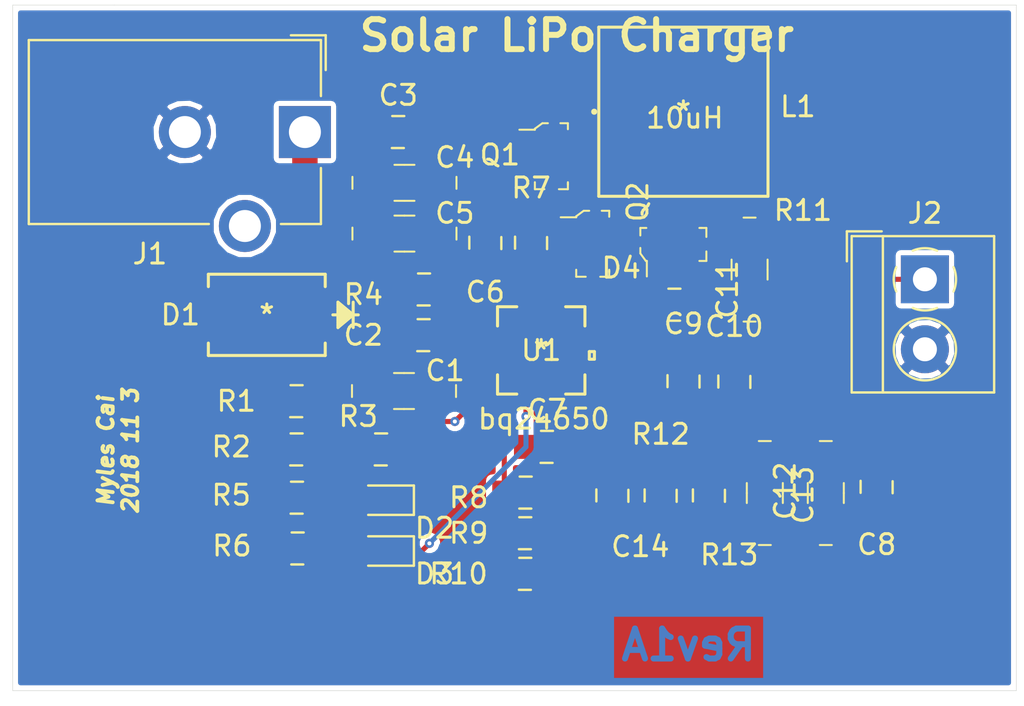
<source format=kicad_pcb>
(kicad_pcb (version 20171130) (host pcbnew "(5.0.1-3-g963ef8bb5)")

  (general
    (thickness 1.6)
    (drawings 9)
    (tracks 131)
    (zones 0)
    (modules 37)
    (nets 23)
  )

  (page A4)
  (title_block
    (title "Solar LiPo Charger")
    (date 2018-11-03)
    (rev 1A)
    (company "Voltaic Systems")
    (comment 4 "Myles Cai")
  )

  (layers
    (0 F.Cu signal)
    (31 B.Cu signal)
    (32 B.Adhes user)
    (33 F.Adhes user)
    (34 B.Paste user)
    (35 F.Paste user)
    (36 B.SilkS user)
    (37 F.SilkS user)
    (38 B.Mask user)
    (39 F.Mask user)
    (40 Dwgs.User user)
    (41 Cmts.User user)
    (42 Eco1.User user)
    (43 Eco2.User user)
    (44 Edge.Cuts user)
    (45 Margin user)
    (46 B.CrtYd user)
    (47 F.CrtYd user)
    (48 B.Fab user)
    (49 F.Fab user hide)
  )

  (setup
    (last_trace_width 0.254)
    (user_trace_width 0.254)
    (user_trace_width 0.508)
    (user_trace_width 1.27)
    (trace_clearance 0.1016)
    (zone_clearance 0.3048)
    (zone_45_only no)
    (trace_min 0.1016)
    (segment_width 0.2)
    (edge_width 0.0254)
    (via_size 0.4572)
    (via_drill 0.2032)
    (via_min_size 0.4572)
    (via_min_drill 0.2032)
    (uvia_size 0.127)
    (uvia_drill 0.1016)
    (uvias_allowed no)
    (uvia_min_size 0.0254)
    (uvia_min_drill 0.1)
    (pcb_text_width 0.3)
    (pcb_text_size 1.5 1.5)
    (mod_edge_width 0.15)
    (mod_text_size 1 1)
    (mod_text_width 0.15)
    (pad_size 1.524 1.524)
    (pad_drill 0.762)
    (pad_to_mask_clearance 0.1016)
    (solder_mask_min_width 0.1016)
    (aux_axis_origin 0 0)
    (visible_elements FFFFFF7F)
    (pcbplotparams
      (layerselection 0x010fc_ffffffff)
      (usegerberextensions false)
      (usegerberattributes false)
      (usegerberadvancedattributes false)
      (creategerberjobfile false)
      (excludeedgelayer true)
      (linewidth 0.100000)
      (plotframeref false)
      (viasonmask false)
      (mode 1)
      (useauxorigin false)
      (hpglpennumber 1)
      (hpglpenspeed 20)
      (hpglpendiameter 15.000000)
      (psnegative false)
      (psa4output false)
      (plotreference true)
      (plotvalue true)
      (plotinvisibletext false)
      (padsonsilk false)
      (subtractmaskfromsilk false)
      (outputformat 1)
      (mirror false)
      (drillshape 0)
      (scaleselection 1)
      (outputdirectory ""))
  )

  (net 0 "")
  (net 1 "Net-(C1-Pad1)")
  (net 2 GND)
  (net 3 "Net-(C2-Pad1)")
  (net 4 "Net-(C3-Pad1)")
  (net 5 BTST)
  (net 6 "Net-(C6-Pad2)")
  (net 7 "Net-(C7-Pad1)")
  (net 8 SRN)
  (net 9 SRP)
  (net 10 "Net-(C11-Pad2)")
  (net 11 VFB)
  (net 12 Vsolar)
  (net 13 "Net-(D2-Pad2)")
  (net 14 "Net-(D2-Pad1)")
  (net 15 "Net-(D3-Pad1)")
  (net 16 "Net-(D3-Pad2)")
  (net 17 "Net-(Q1-Pad2)")
  (net 18 "Net-(Q2-Pad2)")
  (net 19 MPPSET)
  (net 20 "Net-(R7-Pad2)")
  (net 21 "Net-(R8-Pad1)")
  (net 22 TS)

  (net_class Default "This is the default net class."
    (clearance 0.1016)
    (trace_width 0.1016)
    (via_dia 0.4572)
    (via_drill 0.2032)
    (uvia_dia 0.127)
    (uvia_drill 0.1016)
    (add_net BTST)
    (add_net GND)
    (add_net MPPSET)
    (add_net "Net-(C1-Pad1)")
    (add_net "Net-(C11-Pad2)")
    (add_net "Net-(C2-Pad1)")
    (add_net "Net-(C3-Pad1)")
    (add_net "Net-(C6-Pad2)")
    (add_net "Net-(C7-Pad1)")
    (add_net "Net-(D2-Pad1)")
    (add_net "Net-(D2-Pad2)")
    (add_net "Net-(D3-Pad1)")
    (add_net "Net-(D3-Pad2)")
    (add_net "Net-(Q1-Pad2)")
    (add_net "Net-(Q2-Pad2)")
    (add_net "Net-(R7-Pad2)")
    (add_net "Net-(R8-Pad1)")
    (add_net SRN)
    (add_net SRP)
    (add_net TS)
    (add_net VFB)
    (add_net Vsolar)
  )

  (net_class Power ""
    (clearance 1.27)
    (trace_width 1.27)
    (via_dia 0.4572)
    (via_drill 0.2032)
    (uvia_dia 0.127)
    (uvia_drill 0.1016)
  )

  (module digikey-footprints:0805 (layer F.Cu) (tedit 5995D0E3) (tstamp 5C0574EB)
    (at 127.762 79.214 270)
    (path /5BE0CFC3)
    (attr smd)
    (fp_text reference C6 (at 2.447 0) (layer F.SilkS)
      (effects (font (size 1 1) (thickness 0.15)))
    )
    (fp_text value 0.1u (at 0 0 270) (layer F.Fab)
      (effects (font (size 1 1) (thickness 0.15)))
    )
    (fp_line (start -0.95 -0.675) (end -0.95 0.675) (layer F.Fab) (width 0.12))
    (fp_line (start 0.95 -0.675) (end 0.95 0.675) (layer F.Fab) (width 0.12))
    (fp_line (start -0.95 -0.68) (end 0.95 -0.68) (layer F.Fab) (width 0.12))
    (fp_line (start -0.95 0.68) (end 0.95 0.68) (layer F.Fab) (width 0.12))
    (fp_line (start -0.3 -0.8) (end 0.3 -0.8) (layer F.SilkS) (width 0.12))
    (fp_line (start -0.32 0.8) (end 0.28 0.8) (layer F.SilkS) (width 0.12))
    (fp_line (start -1.9 0.93) (end -1.9 -0.93) (layer F.CrtYd) (width 0.05))
    (fp_line (start 1.9 0.93) (end 1.9 -0.93) (layer F.CrtYd) (width 0.05))
    (fp_line (start -1.9 -0.93) (end 1.9 -0.93) (layer F.CrtYd) (width 0.05))
    (fp_line (start -1.9 0.93) (end 1.9 0.93) (layer F.CrtYd) (width 0.05))
    (pad 1 smd rect (at -1.05 0 270) (size 1.2 1.2) (layers F.Cu F.Paste F.Mask)
      (net 5 BTST))
    (pad 2 smd rect (at 1.05 0 270) (size 1.2 1.2) (layers F.Cu F.Paste F.Mask)
      (net 6 "Net-(C6-Pad2)"))
  )

  (module digikey-footprints:SOT-23-3-MC2 (layer F.Cu) (tedit 5BDF3B54) (tstamp 5BED08EA)
    (at 137.16 79.282 90)
    (path /5BEDB49F)
    (attr smd)
    (fp_text reference D4 (at -1.177 -2.606 180) (layer F.SilkS)
      (effects (font (size 1 1) (thickness 0.15)))
    )
    (fp_text value "" (at 0.025 3.25 90) (layer F.Fab)
      (effects (font (size 1 1) (thickness 0.15)))
    )
    (fp_line (start -1.825 -1.95) (end 1.825 -1.95) (layer F.CrtYd) (width 0.05))
    (fp_line (start -1.825 -1.95) (end -1.825 1.95) (layer F.CrtYd) (width 0.05))
    (fp_line (start 1.825 1.95) (end -1.825 1.95) (layer F.CrtYd) (width 0.05))
    (fp_line (start 1.825 -1.95) (end 1.825 1.95) (layer F.CrtYd) (width 0.05))
    (fp_line (start -0.175 -1.65) (end -0.45 -1.65) (layer F.SilkS) (width 0.1))
    (fp_line (start -0.45 -1.65) (end -0.825 -1.375) (layer F.SilkS) (width 0.1))
    (fp_line (start -0.825 -1.375) (end -0.825 -1.325) (layer F.SilkS) (width 0.1))
    (fp_line (start -0.825 -1.325) (end -1.6 -1.325) (layer F.SilkS) (width 0.1))
    (fp_line (start -0.7 -1.325) (end -0.7 1.525) (layer F.Fab) (width 0.1))
    (fp_line (start -0.425 -1.525) (end 0.7 -1.525) (layer F.Fab) (width 0.1))
    (fp_line (start -0.425 -1.525) (end -0.7 -1.325) (layer F.Fab) (width 0.1))
    (fp_line (start -0.35 1.65) (end -0.825 1.65) (layer F.SilkS) (width 0.1))
    (fp_line (start -0.825 1.65) (end -0.825 1.3) (layer F.SilkS) (width 0.1))
    (fp_line (start 0.825 1.425) (end 0.825 1.3) (layer F.SilkS) (width 0.1))
    (fp_line (start 0.825 1.35) (end 0.825 1.65) (layer F.SilkS) (width 0.1))
    (fp_line (start 0.825 1.65) (end 0.375 1.65) (layer F.SilkS) (width 0.1))
    (fp_line (start 0.45 -1.65) (end 0.825 -1.65) (layer F.SilkS) (width 0.1))
    (fp_line (start 0.825 -1.65) (end 0.825 -1.35) (layer F.SilkS) (width 0.1))
    (fp_text user %R (at -0.125 0.15 90) (layer F.Fab)
      (effects (font (size 0.25 0.25) (thickness 0.05)))
    )
    (fp_line (start -0.7 1.52) (end 0.7 1.52) (layer F.Fab) (width 0.1))
    (fp_line (start 0.7 1.52) (end 0.7 -1.52) (layer F.Fab) (width 0.1))
    (pad 1 smd rect (at 1.05 0 90) (size 1.3 0.6) (layers F.Cu F.Paste F.Mask)
      (net 5 BTST) (solder_mask_margin 0.07))
    (pad 2 smd rect (at -1.05 0.95 90) (size 1.3 0.6) (layers F.Cu F.Paste F.Mask)
      (net 10 "Net-(C11-Pad2)") (solder_mask_margin 0.07))
    (pad 2 smd rect (at -1.05 -0.95 90) (size 1.3 0.6) (layers F.Cu F.Paste F.Mask)
      (net 10 "Net-(C11-Pad2)") (solder_mask_margin 0.07))
  )

  (module digikey-footprints:1206 (layer F.Cu) (tedit 5A553D4C) (tstamp 5C057565)
    (at 141.732 91.716 270)
    (descr http://media.digikey.com/pdf/Data%20Sheets/Lite-On%20PDFs/LTST-C230KFKT_5-24-06.pdf)
    (path /5BEAE74F)
    (attr smd)
    (fp_text reference C13 (at 0.1 -1.905 270) (layer F.SilkS)
      (effects (font (size 1 1) (thickness 0.15)))
    )
    (fp_text value 4.7u (at -0.105 0 270) (layer F.Fab)
      (effects (font (size 1 1) (thickness 0.15)))
    )
    (fp_line (start -1.6 0.8) (end 1.6 0.8) (layer F.Fab) (width 0.1))
    (fp_line (start -1.6 -0.8) (end 1.6 -0.8) (layer F.Fab) (width 0.1))
    (fp_line (start 1.6 -0.8) (end 1.6 0.8) (layer F.Fab) (width 0.1))
    (fp_line (start -1.6 -0.8) (end -1.6 0.8) (layer F.Fab) (width 0.1))
    (fp_line (start -2.8 1.15) (end 2.8 1.15) (layer F.CrtYd) (width 0.05))
    (fp_line (start -2.8 -1.15) (end -2.8 1.15) (layer F.CrtYd) (width 0.05))
    (fp_line (start 2.8 -1.15) (end -2.8 -1.15) (layer F.CrtYd) (width 0.05))
    (fp_line (start 2.8 1.15) (end 2.8 -1.15) (layer F.CrtYd) (width 0.05))
    (fp_text user %R (at 0 0 270) (layer F.Fab)
      (effects (font (size 1 1) (thickness 0.15)))
    )
    (fp_line (start 0 -0.9) (end 0.5 -0.9) (layer F.SilkS) (width 0.1))
    (fp_line (start 0 -0.9) (end -0.5 -0.9) (layer F.SilkS) (width 0.1))
    (fp_line (start 0 0.9) (end 0.5 0.9) (layer F.SilkS) (width 0.1))
    (fp_line (start 0 0.9) (end -0.5 0.9) (layer F.SilkS) (width 0.1))
    (fp_line (start -2.6 -0.3) (end -2.6 0.3) (layer F.SilkS) (width 0.1))
    (fp_line (start 2.6 -0.3) (end 2.6 0.3) (layer F.SilkS) (width 0.1))
    (pad 2 smd rect (at 1.8 0 270) (size 1.5 1.8) (layers F.Cu F.Paste F.Mask)
      (net 2 GND))
    (pad 1 smd rect (at -1.8 0 270) (size 1.5 1.8) (layers F.Cu F.Paste F.Mask)
      (net 8 SRN))
  )

  (module digikey-footprints:1206 (layer F.Cu) (tedit 5A553D4C) (tstamp 5C057491)
    (at 123.698 86.614)
    (descr http://media.digikey.com/pdf/Data%20Sheets/Lite-On%20PDFs/LTST-C230KFKT_5-24-06.pdf)
    (path /5BDF6206)
    (attr smd)
    (fp_text reference C1 (at 2.054 -1.016) (layer F.SilkS)
      (effects (font (size 1 1) (thickness 0.15)))
    )
    (fp_text value 2.2u (at -0.105 0) (layer F.Fab)
      (effects (font (size 1 1) (thickness 0.15)))
    )
    (fp_line (start 2.6 -0.3) (end 2.6 0.3) (layer F.SilkS) (width 0.1))
    (fp_line (start -2.6 -0.3) (end -2.6 0.3) (layer F.SilkS) (width 0.1))
    (fp_line (start 0 0.9) (end -0.5 0.9) (layer F.SilkS) (width 0.1))
    (fp_line (start 0 0.9) (end 0.5 0.9) (layer F.SilkS) (width 0.1))
    (fp_line (start 0 -0.9) (end -0.5 -0.9) (layer F.SilkS) (width 0.1))
    (fp_line (start 0 -0.9) (end 0.5 -0.9) (layer F.SilkS) (width 0.1))
    (fp_text user %R (at 0 0) (layer F.Fab)
      (effects (font (size 1 1) (thickness 0.15)))
    )
    (fp_line (start 2.8 1.15) (end 2.8 -1.15) (layer F.CrtYd) (width 0.05))
    (fp_line (start 2.8 -1.15) (end -2.8 -1.15) (layer F.CrtYd) (width 0.05))
    (fp_line (start -2.8 -1.15) (end -2.8 1.15) (layer F.CrtYd) (width 0.05))
    (fp_line (start -2.8 1.15) (end 2.8 1.15) (layer F.CrtYd) (width 0.05))
    (fp_line (start -1.6 -0.8) (end -1.6 0.8) (layer F.Fab) (width 0.1))
    (fp_line (start 1.6 -0.8) (end 1.6 0.8) (layer F.Fab) (width 0.1))
    (fp_line (start -1.6 -0.8) (end 1.6 -0.8) (layer F.Fab) (width 0.1))
    (fp_line (start -1.6 0.8) (end 1.6 0.8) (layer F.Fab) (width 0.1))
    (pad 1 smd rect (at -1.8 0) (size 1.5 1.8) (layers F.Cu F.Paste F.Mask)
      (net 1 "Net-(C1-Pad1)"))
    (pad 2 smd rect (at 1.8 0) (size 1.5 1.8) (layers F.Cu F.Paste F.Mask)
      (net 2 GND))
  )

  (module digikey-footprints:0805 (layer F.Cu) (tedit 5995D0E3) (tstamp 5C0574A1)
    (at 124.68 81.534 180)
    (path /5BDE812B)
    (attr smd)
    (fp_text reference C2 (at 3.014 -2.286 180) (layer F.SilkS)
      (effects (font (size 1 1) (thickness 0.15)))
    )
    (fp_text value 1u (at 0 0 180) (layer F.Fab)
      (effects (font (size 1 1) (thickness 0.15)))
    )
    (fp_line (start -0.95 -0.675) (end -0.95 0.675) (layer F.Fab) (width 0.12))
    (fp_line (start 0.95 -0.675) (end 0.95 0.675) (layer F.Fab) (width 0.12))
    (fp_line (start -0.95 -0.68) (end 0.95 -0.68) (layer F.Fab) (width 0.12))
    (fp_line (start -0.95 0.68) (end 0.95 0.68) (layer F.Fab) (width 0.12))
    (fp_line (start -0.3 -0.8) (end 0.3 -0.8) (layer F.SilkS) (width 0.12))
    (fp_line (start -0.32 0.8) (end 0.28 0.8) (layer F.SilkS) (width 0.12))
    (fp_line (start -1.9 0.93) (end -1.9 -0.93) (layer F.CrtYd) (width 0.05))
    (fp_line (start 1.9 0.93) (end 1.9 -0.93) (layer F.CrtYd) (width 0.05))
    (fp_line (start -1.9 -0.93) (end 1.9 -0.93) (layer F.CrtYd) (width 0.05))
    (fp_line (start -1.9 0.93) (end 1.9 0.93) (layer F.CrtYd) (width 0.05))
    (pad 1 smd rect (at -1.05 0 180) (size 1.2 1.2) (layers F.Cu F.Paste F.Mask)
      (net 3 "Net-(C2-Pad1)"))
    (pad 2 smd rect (at 1.05 0 180) (size 1.2 1.2) (layers F.Cu F.Paste F.Mask)
      (net 2 GND))
  )

  (module digikey-footprints:0805 (layer F.Cu) (tedit 5995D0E3) (tstamp 5C0574B1)
    (at 123.41 73.66)
    (path /5BDEB637)
    (attr smd)
    (fp_text reference C3 (at 0 -1.84) (layer F.SilkS)
      (effects (font (size 1 1) (thickness 0.15)))
    )
    (fp_text value 1u (at 0 0) (layer F.Fab)
      (effects (font (size 1 1) (thickness 0.15)))
    )
    (fp_line (start -1.9 0.93) (end 1.9 0.93) (layer F.CrtYd) (width 0.05))
    (fp_line (start -1.9 -0.93) (end 1.9 -0.93) (layer F.CrtYd) (width 0.05))
    (fp_line (start 1.9 0.93) (end 1.9 -0.93) (layer F.CrtYd) (width 0.05))
    (fp_line (start -1.9 0.93) (end -1.9 -0.93) (layer F.CrtYd) (width 0.05))
    (fp_line (start -0.32 0.8) (end 0.28 0.8) (layer F.SilkS) (width 0.12))
    (fp_line (start -0.3 -0.8) (end 0.3 -0.8) (layer F.SilkS) (width 0.12))
    (fp_line (start -0.95 0.68) (end 0.95 0.68) (layer F.Fab) (width 0.12))
    (fp_line (start -0.95 -0.68) (end 0.95 -0.68) (layer F.Fab) (width 0.12))
    (fp_line (start 0.95 -0.675) (end 0.95 0.675) (layer F.Fab) (width 0.12))
    (fp_line (start -0.95 -0.675) (end -0.95 0.675) (layer F.Fab) (width 0.12))
    (pad 2 smd rect (at 1.05 0) (size 1.2 1.2) (layers F.Cu F.Paste F.Mask)
      (net 2 GND))
    (pad 1 smd rect (at -1.05 0) (size 1.2 1.2) (layers F.Cu F.Paste F.Mask)
      (net 4 "Net-(C3-Pad1)"))
  )

  (module digikey-footprints:1206 (layer F.Cu) (tedit 5A553D4C) (tstamp 5C0574C6)
    (at 123.72 76.2)
    (descr http://media.digikey.com/pdf/Data%20Sheets/Lite-On%20PDFs/LTST-C230KFKT_5-24-06.pdf)
    (path /5BDEB733)
    (attr smd)
    (fp_text reference C4 (at 2.518 -1.27) (layer F.SilkS)
      (effects (font (size 1 1) (thickness 0.15)))
    )
    (fp_text value 10u (at 0 2.6) (layer F.Fab)
      (effects (font (size 1 1) (thickness 0.15)))
    )
    (fp_line (start 2.6 -0.3) (end 2.6 0.3) (layer F.SilkS) (width 0.1))
    (fp_line (start -2.6 -0.3) (end -2.6 0.3) (layer F.SilkS) (width 0.1))
    (fp_line (start 0 0.9) (end -0.5 0.9) (layer F.SilkS) (width 0.1))
    (fp_line (start 0 0.9) (end 0.5 0.9) (layer F.SilkS) (width 0.1))
    (fp_line (start 0 -0.9) (end -0.5 -0.9) (layer F.SilkS) (width 0.1))
    (fp_line (start 0 -0.9) (end 0.5 -0.9) (layer F.SilkS) (width 0.1))
    (fp_text user %R (at 0 0) (layer F.Fab)
      (effects (font (size 1 1) (thickness 0.15)))
    )
    (fp_line (start 2.8 1.15) (end 2.8 -1.15) (layer F.CrtYd) (width 0.05))
    (fp_line (start 2.8 -1.15) (end -2.8 -1.15) (layer F.CrtYd) (width 0.05))
    (fp_line (start -2.8 -1.15) (end -2.8 1.15) (layer F.CrtYd) (width 0.05))
    (fp_line (start -2.8 1.15) (end 2.8 1.15) (layer F.CrtYd) (width 0.05))
    (fp_line (start -1.6 -0.8) (end -1.6 0.8) (layer F.Fab) (width 0.1))
    (fp_line (start 1.6 -0.8) (end 1.6 0.8) (layer F.Fab) (width 0.1))
    (fp_line (start -1.6 -0.8) (end 1.6 -0.8) (layer F.Fab) (width 0.1))
    (fp_line (start -1.6 0.8) (end 1.6 0.8) (layer F.Fab) (width 0.1))
    (pad 1 smd rect (at -1.8 0) (size 1.5 1.8) (layers F.Cu F.Paste F.Mask)
      (net 4 "Net-(C3-Pad1)"))
    (pad 2 smd rect (at 1.8 0) (size 1.5 1.8) (layers F.Cu F.Paste F.Mask)
      (net 2 GND))
  )

  (module digikey-footprints:1206 (layer F.Cu) (tedit 5A553D4C) (tstamp 5C0574DB)
    (at 123.72 78.74)
    (descr http://media.digikey.com/pdf/Data%20Sheets/Lite-On%20PDFs/LTST-C230KFKT_5-24-06.pdf)
    (path /5BDEB837)
    (attr smd)
    (fp_text reference C5 (at 2.518 -1.016) (layer F.SilkS)
      (effects (font (size 1 1) (thickness 0.15)))
    )
    (fp_text value 10u (at 0.486 2.54) (layer F.Fab)
      (effects (font (size 1 1) (thickness 0.15)))
    )
    (fp_line (start -1.6 0.8) (end 1.6 0.8) (layer F.Fab) (width 0.1))
    (fp_line (start -1.6 -0.8) (end 1.6 -0.8) (layer F.Fab) (width 0.1))
    (fp_line (start 1.6 -0.8) (end 1.6 0.8) (layer F.Fab) (width 0.1))
    (fp_line (start -1.6 -0.8) (end -1.6 0.8) (layer F.Fab) (width 0.1))
    (fp_line (start -2.8 1.15) (end 2.8 1.15) (layer F.CrtYd) (width 0.05))
    (fp_line (start -2.8 -1.15) (end -2.8 1.15) (layer F.CrtYd) (width 0.05))
    (fp_line (start 2.8 -1.15) (end -2.8 -1.15) (layer F.CrtYd) (width 0.05))
    (fp_line (start 2.8 1.15) (end 2.8 -1.15) (layer F.CrtYd) (width 0.05))
    (fp_text user %R (at 0 0) (layer F.Fab)
      (effects (font (size 1 1) (thickness 0.15)))
    )
    (fp_line (start 0 -0.9) (end 0.5 -0.9) (layer F.SilkS) (width 0.1))
    (fp_line (start 0 -0.9) (end -0.5 -0.9) (layer F.SilkS) (width 0.1))
    (fp_line (start 0 0.9) (end 0.5 0.9) (layer F.SilkS) (width 0.1))
    (fp_line (start 0 0.9) (end -0.5 0.9) (layer F.SilkS) (width 0.1))
    (fp_line (start -2.6 -0.3) (end -2.6 0.3) (layer F.SilkS) (width 0.1))
    (fp_line (start 2.6 -0.3) (end 2.6 0.3) (layer F.SilkS) (width 0.1))
    (pad 2 smd rect (at 1.8 0) (size 1.5 1.8) (layers F.Cu F.Paste F.Mask)
      (net 2 GND))
    (pad 1 smd rect (at -1.8 0) (size 1.5 1.8) (layers F.Cu F.Paste F.Mask)
      (net 4 "Net-(C3-Pad1)"))
  )

  (module digikey-footprints:0805 (layer F.Cu) (tedit 5995D0E3) (tstamp 5C0574FB)
    (at 130.844 89.408)
    (path /5BDE2AB0)
    (attr smd)
    (fp_text reference C7 (at 0 -1.84) (layer F.SilkS)
      (effects (font (size 1 1) (thickness 0.15)))
    )
    (fp_text value 1u (at -0.034 -0.127) (layer F.Fab)
      (effects (font (size 1 1) (thickness 0.15)))
    )
    (fp_line (start -1.9 0.93) (end 1.9 0.93) (layer F.CrtYd) (width 0.05))
    (fp_line (start -1.9 -0.93) (end 1.9 -0.93) (layer F.CrtYd) (width 0.05))
    (fp_line (start 1.9 0.93) (end 1.9 -0.93) (layer F.CrtYd) (width 0.05))
    (fp_line (start -1.9 0.93) (end -1.9 -0.93) (layer F.CrtYd) (width 0.05))
    (fp_line (start -0.32 0.8) (end 0.28 0.8) (layer F.SilkS) (width 0.12))
    (fp_line (start -0.3 -0.8) (end 0.3 -0.8) (layer F.SilkS) (width 0.12))
    (fp_line (start -0.95 0.68) (end 0.95 0.68) (layer F.Fab) (width 0.12))
    (fp_line (start -0.95 -0.68) (end 0.95 -0.68) (layer F.Fab) (width 0.12))
    (fp_line (start 0.95 -0.675) (end 0.95 0.675) (layer F.Fab) (width 0.12))
    (fp_line (start -0.95 -0.675) (end -0.95 0.675) (layer F.Fab) (width 0.12))
    (pad 2 smd rect (at 1.05 0) (size 1.2 1.2) (layers F.Cu F.Paste F.Mask)
      (net 2 GND))
    (pad 1 smd rect (at -1.05 0) (size 1.2 1.2) (layers F.Cu F.Paste F.Mask)
      (net 7 "Net-(C7-Pad1)"))
  )

  (module digikey-footprints:0805 (layer F.Cu) (tedit 5995D0E3) (tstamp 5BECB599)
    (at 147.32 91.406 90)
    (path /5BEB7197)
    (attr smd)
    (fp_text reference C8 (at -2.887 0 180) (layer F.SilkS)
      (effects (font (size 1 1) (thickness 0.15)))
    )
    (fp_text value 0.1u (at -0.093 -0.254 90) (layer F.Fab)
      (effects (font (size 1 1) (thickness 0.15)))
    )
    (fp_line (start -1.9 0.93) (end 1.9 0.93) (layer F.CrtYd) (width 0.05))
    (fp_line (start -1.9 -0.93) (end 1.9 -0.93) (layer F.CrtYd) (width 0.05))
    (fp_line (start 1.9 0.93) (end 1.9 -0.93) (layer F.CrtYd) (width 0.05))
    (fp_line (start -1.9 0.93) (end -1.9 -0.93) (layer F.CrtYd) (width 0.05))
    (fp_line (start -0.32 0.8) (end 0.28 0.8) (layer F.SilkS) (width 0.12))
    (fp_line (start -0.3 -0.8) (end 0.3 -0.8) (layer F.SilkS) (width 0.12))
    (fp_line (start -0.95 0.68) (end 0.95 0.68) (layer F.Fab) (width 0.12))
    (fp_line (start -0.95 -0.68) (end 0.95 -0.68) (layer F.Fab) (width 0.12))
    (fp_line (start 0.95 -0.675) (end 0.95 0.675) (layer F.Fab) (width 0.12))
    (fp_line (start -0.95 -0.675) (end -0.95 0.675) (layer F.Fab) (width 0.12))
    (pad 2 smd rect (at 1.05 0 90) (size 1.2 1.2) (layers F.Cu F.Paste F.Mask)
      (net 8 SRN))
    (pad 1 smd rect (at -1.05 0 90) (size 1.2 1.2) (layers F.Cu F.Paste F.Mask)
      (net 2 GND))
  )

  (module digikey-footprints:0805 (layer F.Cu) (tedit 5995D0E3) (tstamp 5C05751B)
    (at 137.668 86.14 270)
    (path /5BEB6DCB)
    (attr smd)
    (fp_text reference C9 (at -2.887 0) (layer F.SilkS)
      (effects (font (size 1 1) (thickness 0.15)))
    )
    (fp_text value 0.1u (at 0.669 2.54 270) (layer F.Fab)
      (effects (font (size 1 1) (thickness 0.15)))
    )
    (fp_line (start -0.95 -0.675) (end -0.95 0.675) (layer F.Fab) (width 0.12))
    (fp_line (start 0.95 -0.675) (end 0.95 0.675) (layer F.Fab) (width 0.12))
    (fp_line (start -0.95 -0.68) (end 0.95 -0.68) (layer F.Fab) (width 0.12))
    (fp_line (start -0.95 0.68) (end 0.95 0.68) (layer F.Fab) (width 0.12))
    (fp_line (start -0.3 -0.8) (end 0.3 -0.8) (layer F.SilkS) (width 0.12))
    (fp_line (start -0.32 0.8) (end 0.28 0.8) (layer F.SilkS) (width 0.12))
    (fp_line (start -1.9 0.93) (end -1.9 -0.93) (layer F.CrtYd) (width 0.05))
    (fp_line (start 1.9 0.93) (end 1.9 -0.93) (layer F.CrtYd) (width 0.05))
    (fp_line (start -1.9 -0.93) (end 1.9 -0.93) (layer F.CrtYd) (width 0.05))
    (fp_line (start -1.9 0.93) (end 1.9 0.93) (layer F.CrtYd) (width 0.05))
    (pad 1 smd rect (at -1.05 0 270) (size 1.2 1.2) (layers F.Cu F.Paste F.Mask)
      (net 9 SRP))
    (pad 2 smd rect (at 1.05 0 270) (size 1.2 1.2) (layers F.Cu F.Paste F.Mask)
      (net 8 SRN))
  )

  (module digikey-footprints:0805 (layer F.Cu) (tedit 5995D0E3) (tstamp 5BED60B1)
    (at 140.208 86.14 90)
    (path /5BEB72FA)
    (attr smd)
    (fp_text reference C10 (at 2.76 0 -180) (layer F.SilkS)
      (effects (font (size 1 1) (thickness 0.15)))
    )
    (fp_text value 0.1u (at 0.728 2.54 90) (layer F.Fab)
      (effects (font (size 1 1) (thickness 0.15)))
    )
    (fp_line (start -1.9 0.93) (end 1.9 0.93) (layer F.CrtYd) (width 0.05))
    (fp_line (start -1.9 -0.93) (end 1.9 -0.93) (layer F.CrtYd) (width 0.05))
    (fp_line (start 1.9 0.93) (end 1.9 -0.93) (layer F.CrtYd) (width 0.05))
    (fp_line (start -1.9 0.93) (end -1.9 -0.93) (layer F.CrtYd) (width 0.05))
    (fp_line (start -0.32 0.8) (end 0.28 0.8) (layer F.SilkS) (width 0.12))
    (fp_line (start -0.3 -0.8) (end 0.3 -0.8) (layer F.SilkS) (width 0.12))
    (fp_line (start -0.95 0.68) (end 0.95 0.68) (layer F.Fab) (width 0.12))
    (fp_line (start -0.95 -0.68) (end 0.95 -0.68) (layer F.Fab) (width 0.12))
    (fp_line (start 0.95 -0.675) (end 0.95 0.675) (layer F.Fab) (width 0.12))
    (fp_line (start -0.95 -0.675) (end -0.95 0.675) (layer F.Fab) (width 0.12))
    (pad 2 smd rect (at 1.05 0 90) (size 1.2 1.2) (layers F.Cu F.Paste F.Mask)
      (net 9 SRP))
    (pad 1 smd rect (at -1.05 0 90) (size 1.2 1.2) (layers F.Cu F.Paste F.Mask)
      (net 2 GND))
  )

  (module digikey-footprints:0805 (layer F.Cu) (tedit 5995D0E3) (tstamp 5BED64A2)
    (at 137.194 82.296 180)
    (path /5BEB7464)
    (attr smd)
    (fp_text reference C11 (at -2.667 0.762 270) (layer F.SilkS)
      (effects (font (size 1 1) (thickness 0.15)))
    )
    (fp_text value 1u (at -0.127 0 180) (layer F.Fab)
      (effects (font (size 1 1) (thickness 0.15)))
    )
    (fp_line (start -0.95 -0.675) (end -0.95 0.675) (layer F.Fab) (width 0.12))
    (fp_line (start 0.95 -0.675) (end 0.95 0.675) (layer F.Fab) (width 0.12))
    (fp_line (start -0.95 -0.68) (end 0.95 -0.68) (layer F.Fab) (width 0.12))
    (fp_line (start -0.95 0.68) (end 0.95 0.68) (layer F.Fab) (width 0.12))
    (fp_line (start -0.3 -0.8) (end 0.3 -0.8) (layer F.SilkS) (width 0.12))
    (fp_line (start -0.32 0.8) (end 0.28 0.8) (layer F.SilkS) (width 0.12))
    (fp_line (start -1.9 0.93) (end -1.9 -0.93) (layer F.CrtYd) (width 0.05))
    (fp_line (start 1.9 0.93) (end 1.9 -0.93) (layer F.CrtYd) (width 0.05))
    (fp_line (start -1.9 -0.93) (end 1.9 -0.93) (layer F.CrtYd) (width 0.05))
    (fp_line (start -1.9 0.93) (end 1.9 0.93) (layer F.CrtYd) (width 0.05))
    (pad 1 smd rect (at -1.05 0 180) (size 1.2 1.2) (layers F.Cu F.Paste F.Mask)
      (net 2 GND))
    (pad 2 smd rect (at 1.05 0 180) (size 1.2 1.2) (layers F.Cu F.Paste F.Mask)
      (net 10 "Net-(C11-Pad2)"))
  )

  (module digikey-footprints:1206 (layer F.Cu) (tedit 5A553D4C) (tstamp 5C12D5AE)
    (at 144.78 91.716 270)
    (descr http://media.digikey.com/pdf/Data%20Sheets/Lite-On%20PDFs/LTST-C230KFKT_5-24-06.pdf)
    (path /5BEA9B4B)
    (attr smd)
    (fp_text reference C12 (at -0.105 2.032 270) (layer F.SilkS)
      (effects (font (size 1 1) (thickness 0.15)))
    )
    (fp_text value 10u (at -0.105 0 270) (layer F.Fab)
      (effects (font (size 1 1) (thickness 0.15)))
    )
    (fp_line (start 2.6 -0.3) (end 2.6 0.3) (layer F.SilkS) (width 0.1))
    (fp_line (start -2.6 -0.3) (end -2.6 0.3) (layer F.SilkS) (width 0.1))
    (fp_line (start 0 0.9) (end -0.5 0.9) (layer F.SilkS) (width 0.1))
    (fp_line (start 0 0.9) (end 0.5 0.9) (layer F.SilkS) (width 0.1))
    (fp_line (start 0 -0.9) (end -0.5 -0.9) (layer F.SilkS) (width 0.1))
    (fp_line (start 0 -0.9) (end 0.5 -0.9) (layer F.SilkS) (width 0.1))
    (fp_text user %R (at 0 0 270) (layer F.Fab)
      (effects (font (size 1 1) (thickness 0.15)))
    )
    (fp_line (start 2.8 1.15) (end 2.8 -1.15) (layer F.CrtYd) (width 0.05))
    (fp_line (start 2.8 -1.15) (end -2.8 -1.15) (layer F.CrtYd) (width 0.05))
    (fp_line (start -2.8 -1.15) (end -2.8 1.15) (layer F.CrtYd) (width 0.05))
    (fp_line (start -2.8 1.15) (end 2.8 1.15) (layer F.CrtYd) (width 0.05))
    (fp_line (start -1.6 -0.8) (end -1.6 0.8) (layer F.Fab) (width 0.1))
    (fp_line (start 1.6 -0.8) (end 1.6 0.8) (layer F.Fab) (width 0.1))
    (fp_line (start -1.6 -0.8) (end 1.6 -0.8) (layer F.Fab) (width 0.1))
    (fp_line (start -1.6 0.8) (end 1.6 0.8) (layer F.Fab) (width 0.1))
    (pad 1 smd rect (at -1.8 0 270) (size 1.5 1.8) (layers F.Cu F.Paste F.Mask)
      (net 8 SRN))
    (pad 2 smd rect (at 1.8 0 270) (size 1.5 1.8) (layers F.Cu F.Paste F.Mask)
      (net 2 GND))
  )

  (module digikey-footprints:0805 (layer F.Cu) (tedit 5995D0E3) (tstamp 5C057575)
    (at 134.112 91.855 270)
    (path /5BF1ABD1)
    (attr smd)
    (fp_text reference C14 (at 2.54 -1.397) (layer F.SilkS)
      (effects (font (size 1 1) (thickness 0.15)))
    )
    (fp_text value 22p (at 0 -0.127 270) (layer F.Fab)
      (effects (font (size 1 1) (thickness 0.15)))
    )
    (fp_line (start -1.9 0.93) (end 1.9 0.93) (layer F.CrtYd) (width 0.05))
    (fp_line (start -1.9 -0.93) (end 1.9 -0.93) (layer F.CrtYd) (width 0.05))
    (fp_line (start 1.9 0.93) (end 1.9 -0.93) (layer F.CrtYd) (width 0.05))
    (fp_line (start -1.9 0.93) (end -1.9 -0.93) (layer F.CrtYd) (width 0.05))
    (fp_line (start -0.32 0.8) (end 0.28 0.8) (layer F.SilkS) (width 0.12))
    (fp_line (start -0.3 -0.8) (end 0.3 -0.8) (layer F.SilkS) (width 0.12))
    (fp_line (start -0.95 0.68) (end 0.95 0.68) (layer F.Fab) (width 0.12))
    (fp_line (start -0.95 -0.68) (end 0.95 -0.68) (layer F.Fab) (width 0.12))
    (fp_line (start 0.95 -0.675) (end 0.95 0.675) (layer F.Fab) (width 0.12))
    (fp_line (start -0.95 -0.675) (end -0.95 0.675) (layer F.Fab) (width 0.12))
    (pad 2 smd rect (at 1.05 0 270) (size 1.2 1.2) (layers F.Cu F.Paste F.Mask)
      (net 11 VFB))
    (pad 1 smd rect (at -1.05 0 270) (size 1.2 1.2) (layers F.Cu F.Paste F.Mask)
      (net 8 SRN))
  )

  (module "Solar LiPo Charger Footprints:SSB43L-E3&slash_52T" (layer F.Cu) (tedit 5BDE5846) (tstamp 5C0575AE)
    (at 116.84 82.804 180)
    (path /5BDE77B9)
    (attr smd)
    (fp_text reference D1 (at 4.318 0 180) (layer F.SilkS)
      (effects (font (size 1 1) (thickness 0.15)))
    )
    (fp_text value "" (at 0 -1.27 180) (layer F.SilkS)
      (effects (font (size 1 1) (thickness 0.15)))
    )
    (fp_text user "Copyright 2016 Accelerated Designs. All rights reserved." (at 0 0 180) (layer Cmts.User)
      (effects (font (size 0.127 0.127) (thickness 0.002)))
    )
    (fp_text user * (at 0 0 180) (layer F.SilkS)
      (effects (font (size 1 1) (thickness 0.15)))
    )
    (fp_text user * (at 0 0 180) (layer F.Fab)
      (effects (font (size 1 1) (thickness 0.15)))
    )
    (fp_line (start -3.302 0) (end -4.572 0) (layer F.Fab) (width 0.1524))
    (fp_line (start -4.318 -0.635) (end -4.318 0.635) (layer F.Fab) (width 0.1524))
    (fp_line (start -4.318 0) (end -3.556 -0.635) (layer F.Fab) (width 0.1524))
    (fp_line (start -4.318 0) (end -3.556 -0.508) (layer F.Fab) (width 0.1524))
    (fp_line (start -4.318 0) (end -3.556 -0.381) (layer F.Fab) (width 0.1524))
    (fp_line (start -4.318 0) (end -3.556 -0.254) (layer F.Fab) (width 0.1524))
    (fp_line (start -4.318 0) (end -3.556 -0.127) (layer F.Fab) (width 0.1524))
    (fp_line (start -4.318 0) (end -3.556 0.635) (layer F.Fab) (width 0.1524))
    (fp_line (start -4.318 0) (end -3.556 0.508) (layer F.Fab) (width 0.1524))
    (fp_line (start -4.318 0) (end -3.556 0.381) (layer F.Fab) (width 0.1524))
    (fp_line (start -4.318 0) (end -3.556 0.254) (layer F.Fab) (width 0.1524))
    (fp_line (start -4.318 0) (end -3.556 0.127) (layer F.Fab) (width 0.1524))
    (fp_line (start -3.556 -0.635) (end -3.556 0.635) (layer F.Fab) (width 0.1524))
    (fp_line (start -3.302 0) (end -4.572 0) (layer F.SilkS) (width 0.1524))
    (fp_line (start -4.318 -0.635) (end -4.318 0.635) (layer F.SilkS) (width 0.1524))
    (fp_line (start -4.318 0) (end -3.556 -0.635) (layer F.SilkS) (width 0.1524))
    (fp_line (start -4.318 0) (end -3.556 -0.508) (layer F.SilkS) (width 0.1524))
    (fp_line (start -4.318 0) (end -3.556 -0.381) (layer F.SilkS) (width 0.1524))
    (fp_line (start -4.318 0) (end -3.556 -0.254) (layer F.SilkS) (width 0.1524))
    (fp_line (start -4.318 0) (end -3.556 -0.127) (layer F.SilkS) (width 0.1524))
    (fp_line (start -4.318 0) (end -3.556 0.635) (layer F.SilkS) (width 0.1524))
    (fp_line (start -4.318 0) (end -3.556 0.508) (layer F.SilkS) (width 0.1524))
    (fp_line (start -4.318 0) (end -3.556 0.381) (layer F.SilkS) (width 0.1524))
    (fp_line (start -4.318 0) (end -3.556 0.254) (layer F.SilkS) (width 0.1524))
    (fp_line (start -4.318 0) (end -3.556 0.127) (layer F.SilkS) (width 0.1524))
    (fp_line (start -3.556 -0.635) (end -3.556 0.635) (layer F.SilkS) (width 0.1524))
    (fp_line (start -2.921 2.032) (end 2.921 2.032) (layer F.SilkS) (width 0.1524))
    (fp_line (start 2.921 2.032) (end 2.921 1.41224) (layer F.SilkS) (width 0.1524))
    (fp_line (start 2.921 -2.032) (end -2.921 -2.032) (layer F.SilkS) (width 0.1524))
    (fp_line (start -2.921 -2.032) (end -2.921 -1.41224) (layer F.SilkS) (width 0.1524))
    (fp_line (start -2.794 1.905) (end 2.794 1.905) (layer F.Fab) (width 0.1524))
    (fp_line (start 2.794 1.905) (end 2.794 -1.905) (layer F.Fab) (width 0.1524))
    (fp_line (start 2.794 -1.905) (end -2.794 -1.905) (layer F.Fab) (width 0.1524))
    (fp_line (start -2.794 -1.905) (end -2.794 1.905) (layer F.Fab) (width 0.1524))
    (fp_line (start -2.921 1.41224) (end -2.921 2.032) (layer F.SilkS) (width 0.1524))
    (fp_line (start 2.921 -1.41224) (end 2.921 -2.032) (layer F.SilkS) (width 0.1524))
    (fp_line (start -3.2004 1.3335) (end -3.2004 -1.3335) (layer F.CrtYd) (width 0.1524))
    (fp_line (start -3.2004 -1.3335) (end -3.048 -1.3335) (layer F.CrtYd) (width 0.1524))
    (fp_line (start -3.048 -1.3335) (end -3.048 -2.159) (layer F.CrtYd) (width 0.1524))
    (fp_line (start -3.048 -2.159) (end 3.048 -2.159) (layer F.CrtYd) (width 0.1524))
    (fp_line (start 3.048 -2.159) (end 3.048 -1.3335) (layer F.CrtYd) (width 0.1524))
    (fp_line (start 3.048 -1.3335) (end 3.2004 -1.3335) (layer F.CrtYd) (width 0.1524))
    (fp_line (start 3.2004 -1.3335) (end 3.2004 1.3335) (layer F.CrtYd) (width 0.1524))
    (fp_line (start 3.2004 1.3335) (end 3.048 1.3335) (layer F.CrtYd) (width 0.1524))
    (fp_line (start 3.048 1.3335) (end 3.048 2.159) (layer F.CrtYd) (width 0.1524))
    (fp_line (start 3.048 2.159) (end -3.048 2.159) (layer F.CrtYd) (width 0.1524))
    (fp_line (start -3.048 2.159) (end -3.048 1.3335) (layer F.CrtYd) (width 0.1524))
    (fp_line (start -3.048 1.3335) (end -3.2004 1.3335) (layer F.CrtYd) (width 0.1524))
    (pad 1 smd rect (at -1.9685 0 270) (size 2.159 1.9558) (layers F.Cu F.Paste F.Mask)
      (net 4 "Net-(C3-Pad1)"))
    (pad 2 smd rect (at 1.9685 0 270) (size 2.159 1.9558) (layers F.Cu F.Paste F.Mask)
      (net 12 Vsolar))
  )

  (module LED_SMD:LED_0603_1608Metric (layer F.Cu) (tedit 5B301BBE) (tstamp 5C0575C1)
    (at 122.7075 92.075 180)
    (descr "LED SMD 0603 (1608 Metric), square (rectangular) end terminal, IPC_7351 nominal, (Body size source: http://www.tortai-tech.com/upload/download/2011102023233369053.pdf), generated with kicad-footprint-generator")
    (tags diode)
    (path /5BDE1CD2)
    (attr smd)
    (fp_text reference D2 (at -2.5145 -1.397 180) (layer F.SilkS)
      (effects (font (size 1 1) (thickness 0.15)))
    )
    (fp_text value RED (at 0.0255 -1.143 180) (layer F.Fab)
      (effects (font (size 1 1) (thickness 0.15)))
    )
    (fp_text user %R (at 0 0 180) (layer F.Fab)
      (effects (font (size 0.4 0.4) (thickness 0.06)))
    )
    (fp_line (start 1.48 0.73) (end -1.48 0.73) (layer F.CrtYd) (width 0.05))
    (fp_line (start 1.48 -0.73) (end 1.48 0.73) (layer F.CrtYd) (width 0.05))
    (fp_line (start -1.48 -0.73) (end 1.48 -0.73) (layer F.CrtYd) (width 0.05))
    (fp_line (start -1.48 0.73) (end -1.48 -0.73) (layer F.CrtYd) (width 0.05))
    (fp_line (start -1.485 0.735) (end 0.8 0.735) (layer F.SilkS) (width 0.12))
    (fp_line (start -1.485 -0.735) (end -1.485 0.735) (layer F.SilkS) (width 0.12))
    (fp_line (start 0.8 -0.735) (end -1.485 -0.735) (layer F.SilkS) (width 0.12))
    (fp_line (start 0.8 0.4) (end 0.8 -0.4) (layer F.Fab) (width 0.1))
    (fp_line (start -0.8 0.4) (end 0.8 0.4) (layer F.Fab) (width 0.1))
    (fp_line (start -0.8 -0.1) (end -0.8 0.4) (layer F.Fab) (width 0.1))
    (fp_line (start -0.5 -0.4) (end -0.8 -0.1) (layer F.Fab) (width 0.1))
    (fp_line (start 0.8 -0.4) (end -0.5 -0.4) (layer F.Fab) (width 0.1))
    (pad 2 smd roundrect (at 0.7875 0 180) (size 0.875 0.95) (layers F.Cu F.Paste F.Mask) (roundrect_rratio 0.25)
      (net 13 "Net-(D2-Pad2)"))
    (pad 1 smd roundrect (at -0.7875 0 180) (size 0.875 0.95) (layers F.Cu F.Paste F.Mask) (roundrect_rratio 0.25)
      (net 14 "Net-(D2-Pad1)"))
    (model ${KISYS3DMOD}/LED_SMD.3dshapes/LED_0603_1608Metric.wrl
      (at (xyz 0 0 0))
      (scale (xyz 1 1 1))
      (rotate (xyz 0 0 0))
    )
  )

  (module LED_SMD:LED_0603_1608Metric (layer F.Cu) (tedit 5B301BBE) (tstamp 5C0575D4)
    (at 122.7075 94.615 180)
    (descr "LED SMD 0603 (1608 Metric), square (rectangular) end terminal, IPC_7351 nominal, (Body size source: http://www.tortai-tech.com/upload/download/2011102023233369053.pdf), generated with kicad-footprint-generator")
    (tags diode)
    (path /5BDE1E29)
    (attr smd)
    (fp_text reference D3 (at -2.5145 -1.143 180) (layer F.SilkS)
      (effects (font (size 1 1) (thickness 0.15)))
    )
    (fp_text value GREEN (at 0.0255 -1.651 180) (layer F.Fab)
      (effects (font (size 1 1) (thickness 0.15)))
    )
    (fp_line (start 0.8 -0.4) (end -0.5 -0.4) (layer F.Fab) (width 0.1))
    (fp_line (start -0.5 -0.4) (end -0.8 -0.1) (layer F.Fab) (width 0.1))
    (fp_line (start -0.8 -0.1) (end -0.8 0.4) (layer F.Fab) (width 0.1))
    (fp_line (start -0.8 0.4) (end 0.8 0.4) (layer F.Fab) (width 0.1))
    (fp_line (start 0.8 0.4) (end 0.8 -0.4) (layer F.Fab) (width 0.1))
    (fp_line (start 0.8 -0.735) (end -1.485 -0.735) (layer F.SilkS) (width 0.12))
    (fp_line (start -1.485 -0.735) (end -1.485 0.735) (layer F.SilkS) (width 0.12))
    (fp_line (start -1.485 0.735) (end 0.8 0.735) (layer F.SilkS) (width 0.12))
    (fp_line (start -1.48 0.73) (end -1.48 -0.73) (layer F.CrtYd) (width 0.05))
    (fp_line (start -1.48 -0.73) (end 1.48 -0.73) (layer F.CrtYd) (width 0.05))
    (fp_line (start 1.48 -0.73) (end 1.48 0.73) (layer F.CrtYd) (width 0.05))
    (fp_line (start 1.48 0.73) (end -1.48 0.73) (layer F.CrtYd) (width 0.05))
    (fp_text user %R (at 0 0 180) (layer F.Fab)
      (effects (font (size 0.4 0.4) (thickness 0.06)))
    )
    (pad 1 smd roundrect (at -0.7875 0 180) (size 0.875 0.95) (layers F.Cu F.Paste F.Mask) (roundrect_rratio 0.25)
      (net 15 "Net-(D3-Pad1)"))
    (pad 2 smd roundrect (at 0.7875 0 180) (size 0.875 0.95) (layers F.Cu F.Paste F.Mask) (roundrect_rratio 0.25)
      (net 16 "Net-(D3-Pad2)"))
    (model ${KISYS3DMOD}/LED_SMD.3dshapes/LED_0603_1608Metric.wrl
      (at (xyz 0 0 0))
      (scale (xyz 1 1 1))
      (rotate (xyz 0 0 0))
    )
  )

  (module Connector_BarrelJack:BarrelJack_CUI_PJ-102AH_Horizontal (layer F.Cu) (tedit 5A1DBF38) (tstamp 5C057612)
    (at 118.745 73.66 270)
    (descr "Thin-pin DC Barrel Jack, https://cdn-shop.adafruit.com/datasheets/21mmdcjackDatasheet.pdf")
    (tags "Power Jack")
    (path /5BDE6A64)
    (fp_text reference J1 (at 6.096 7.747) (layer F.SilkS)
      (effects (font (size 1 1) (thickness 0.15)))
    )
    (fp_text value Barrel_Jack (at -2.7305 4.572) (layer F.Fab)
      (effects (font (size 1 1) (thickness 0.15)))
    )
    (fp_text user %R (at 0 6.5 270) (layer F.Fab)
      (effects (font (size 1 1) (thickness 0.15)))
    )
    (fp_line (start 1.8 -1.8) (end 1.8 -1.2) (layer F.CrtYd) (width 0.05))
    (fp_line (start 1.8 -1.2) (end 5 -1.2) (layer F.CrtYd) (width 0.05))
    (fp_line (start 5 -1.2) (end 5 1.2) (layer F.CrtYd) (width 0.05))
    (fp_line (start 5 1.2) (end 6.5 1.2) (layer F.CrtYd) (width 0.05))
    (fp_line (start 6.5 1.2) (end 6.5 4.8) (layer F.CrtYd) (width 0.05))
    (fp_line (start 6.5 4.8) (end 5 4.8) (layer F.CrtYd) (width 0.05))
    (fp_line (start 5 4.8) (end 5 14.2) (layer F.CrtYd) (width 0.05))
    (fp_line (start 5 14.2) (end -5 14.2) (layer F.CrtYd) (width 0.05))
    (fp_line (start -5 14.2) (end -5 -1.2) (layer F.CrtYd) (width 0.05))
    (fp_line (start -5 -1.2) (end -1.8 -1.2) (layer F.CrtYd) (width 0.05))
    (fp_line (start -1.8 -1.2) (end -1.8 -1.8) (layer F.CrtYd) (width 0.05))
    (fp_line (start -1.8 -1.8) (end 1.8 -1.8) (layer F.CrtYd) (width 0.05))
    (fp_line (start 4.6 4.8) (end 4.6 13.8) (layer F.SilkS) (width 0.12))
    (fp_line (start 4.6 13.8) (end -4.6 13.8) (layer F.SilkS) (width 0.12))
    (fp_line (start -4.6 13.8) (end -4.6 -0.8) (layer F.SilkS) (width 0.12))
    (fp_line (start -4.6 -0.8) (end -1.8 -0.8) (layer F.SilkS) (width 0.12))
    (fp_line (start 1.8 -0.8) (end 4.6 -0.8) (layer F.SilkS) (width 0.12))
    (fp_line (start 4.6 -0.8) (end 4.6 1.2) (layer F.SilkS) (width 0.12))
    (fp_line (start -4.84 0.7) (end -4.84 -1.04) (layer F.SilkS) (width 0.12))
    (fp_line (start -4.84 -1.04) (end -3.1 -1.04) (layer F.SilkS) (width 0.12))
    (fp_line (start 4.5 -0.7) (end 4.5 13.7) (layer F.Fab) (width 0.1))
    (fp_line (start 4.5 13.7) (end -4.5 13.7) (layer F.Fab) (width 0.1))
    (fp_line (start -4.5 13.7) (end -4.5 0.3) (layer F.Fab) (width 0.1))
    (fp_line (start -4.5 0.3) (end -3.5 -0.7) (layer F.Fab) (width 0.1))
    (fp_line (start -3.5 -0.7) (end 4.5 -0.7) (layer F.Fab) (width 0.1))
    (fp_line (start -4.5 10.2) (end 4.5 10.2) (layer F.Fab) (width 0.1))
    (pad 1 thru_hole rect (at 0 0 270) (size 2.6 2.6) (drill 1.6) (layers *.Cu *.Mask)
      (net 12 Vsolar))
    (pad 2 thru_hole circle (at 0 6 270) (size 2.6 2.6) (drill 1.6) (layers *.Cu *.Mask)
      (net 2 GND))
    (pad 3 thru_hole circle (at 4.7 3 270) (size 2.6 2.6) (drill 1.6) (layers *.Cu *.Mask))
    (model ${KISYS3DMOD}/Connector_BarrelJack.3dshapes/BarrelJack_CUI_PJ-102AH_Horizontal.wrl
      (at (xyz 0 0 0))
      (scale (xyz 1 1 1))
      (rotate (xyz 0 0 0))
    )
  )

  (module TerminalBlock_4Ucon:TerminalBlock_4Ucon_1x02_P3.50mm_Horizontal (layer F.Cu) (tedit 5BDE57D1) (tstamp 5C05C1AA)
    (at 149.733 81.026 270)
    (descr "Terminal Block 4Ucon ItemNo. 19963, 2 pins, pitch 3.5mm, size 7.7x7mm^2, drill diamater 1.2mm, pad diameter 2.4mm, see http://www.4uconnector.com/online/object/4udrawing/19963.pdf, script-generated using https://github.com/pointhi/kicad-footprint-generator/scripts/TerminalBlock_4Ucon")
    (tags "THT Terminal Block 4Ucon ItemNo. 19963 pitch 3.5mm size 7.7x7mm^2 drill 1.2mm pad 2.4mm")
    (path /5BF3C96E)
    (fp_text reference J2 (at -3.302 0) (layer F.SilkS)
      (effects (font (size 1 1) (thickness 0.15)))
    )
    (fp_text value "" (at 1.75 4.66 270) (layer F.Fab)
      (effects (font (size 1 1) (thickness 0.15)))
    )
    (fp_arc (start 0 0) (end 0 1.555) (angle -23) (layer F.SilkS) (width 0.12))
    (fp_arc (start 0 0) (end 1.432 0.608) (angle -46) (layer F.SilkS) (width 0.12))
    (fp_arc (start 0 0) (end 0.608 -1.432) (angle -46) (layer F.SilkS) (width 0.12))
    (fp_arc (start 0 0) (end -1.432 -0.608) (angle -46) (layer F.SilkS) (width 0.12))
    (fp_arc (start 0 0) (end -0.608 1.432) (angle -24) (layer F.SilkS) (width 0.12))
    (fp_circle (center 0 0) (end 1.375 0) (layer F.Fab) (width 0.1))
    (fp_circle (center 3.5 0) (end 4.875 0) (layer F.Fab) (width 0.1))
    (fp_circle (center 3.5 0) (end 5.055 0) (layer F.SilkS) (width 0.12))
    (fp_line (start -2.1 -3.4) (end 5.6 -3.4) (layer F.Fab) (width 0.1))
    (fp_line (start 5.6 -3.4) (end 5.6 3.6) (layer F.Fab) (width 0.1))
    (fp_line (start 5.6 3.6) (end -0.6 3.6) (layer F.Fab) (width 0.1))
    (fp_line (start -0.6 3.6) (end -2.1 2.1) (layer F.Fab) (width 0.1))
    (fp_line (start -2.1 2.1) (end -2.1 -3.4) (layer F.Fab) (width 0.1))
    (fp_line (start -2.1 2.1) (end 5.6 2.1) (layer F.Fab) (width 0.1))
    (fp_line (start -2.16 2.1) (end 5.66 2.1) (layer F.SilkS) (width 0.12))
    (fp_line (start -2.16 -3.46) (end 5.66 -3.46) (layer F.SilkS) (width 0.12))
    (fp_line (start -2.16 3.66) (end 5.66 3.66) (layer F.SilkS) (width 0.12))
    (fp_line (start -2.16 -3.46) (end -2.16 3.66) (layer F.SilkS) (width 0.12))
    (fp_line (start 5.66 -3.46) (end 5.66 3.66) (layer F.SilkS) (width 0.12))
    (fp_line (start -1.1 -0.069) (end -0.069 -0.069) (layer F.Fab) (width 0.1))
    (fp_line (start -0.069 -0.069) (end -0.069 -1.1) (layer F.Fab) (width 0.1))
    (fp_line (start -0.069 -1.1) (end 0.069 -1.1) (layer F.Fab) (width 0.1))
    (fp_line (start 0.069 -1.1) (end 0.069 -0.069) (layer F.Fab) (width 0.1))
    (fp_line (start 0.069 -0.069) (end 1.1 -0.069) (layer F.Fab) (width 0.1))
    (fp_line (start 1.1 -0.069) (end 1.1 0.069) (layer F.Fab) (width 0.1))
    (fp_line (start 1.1 0.069) (end 0.069 0.069) (layer F.Fab) (width 0.1))
    (fp_line (start 0.069 0.069) (end 0.069 1.1) (layer F.Fab) (width 0.1))
    (fp_line (start 0.069 1.1) (end -0.069 1.1) (layer F.Fab) (width 0.1))
    (fp_line (start -0.069 1.1) (end -0.069 0.069) (layer F.Fab) (width 0.1))
    (fp_line (start -0.069 0.069) (end -1.1 0.069) (layer F.Fab) (width 0.1))
    (fp_line (start -1.1 0.069) (end -1.1 -0.069) (layer F.Fab) (width 0.1))
    (fp_line (start 2.4 -0.069) (end 3.431 -0.069) (layer F.Fab) (width 0.1))
    (fp_line (start 3.431 -0.069) (end 3.431 -1.1) (layer F.Fab) (width 0.1))
    (fp_line (start 3.431 -1.1) (end 3.569 -1.1) (layer F.Fab) (width 0.1))
    (fp_line (start 3.569 -1.1) (end 3.569 -0.069) (layer F.Fab) (width 0.1))
    (fp_line (start 3.569 -0.069) (end 4.6 -0.069) (layer F.Fab) (width 0.1))
    (fp_line (start 4.6 -0.069) (end 4.6 0.069) (layer F.Fab) (width 0.1))
    (fp_line (start 4.6 0.069) (end 3.569 0.069) (layer F.Fab) (width 0.1))
    (fp_line (start 3.569 0.069) (end 3.569 1.1) (layer F.Fab) (width 0.1))
    (fp_line (start 3.569 1.1) (end 3.431 1.1) (layer F.Fab) (width 0.1))
    (fp_line (start 3.431 1.1) (end 3.431 0.069) (layer F.Fab) (width 0.1))
    (fp_line (start 3.431 0.069) (end 2.4 0.069) (layer F.Fab) (width 0.1))
    (fp_line (start 2.4 0.069) (end 2.4 -0.069) (layer F.Fab) (width 0.1))
    (fp_line (start -2.4 2.16) (end -2.4 3.9) (layer F.SilkS) (width 0.12))
    (fp_line (start -2.4 3.9) (end -0.9 3.9) (layer F.SilkS) (width 0.12))
    (fp_line (start -2.6 -3.9) (end -2.6 4.1) (layer F.CrtYd) (width 0.05))
    (fp_line (start -2.6 4.1) (end 6.1 4.1) (layer F.CrtYd) (width 0.05))
    (fp_line (start 6.1 4.1) (end 6.1 -3.9) (layer F.CrtYd) (width 0.05))
    (fp_line (start 6.1 -3.9) (end -2.6 -3.9) (layer F.CrtYd) (width 0.05))
    (fp_text user %R (at 1.75 2.9 270) (layer F.Fab)
      (effects (font (size 1 1) (thickness 0.15)))
    )
    (pad 1 thru_hole rect (at 0 0 270) (size 2.4 2.4) (drill 1.2) (layers *.Cu *.Mask)
      (net 8 SRN))
    (pad 2 thru_hole circle (at 3.5 0 270) (size 2.4 2.4) (drill 1.2) (layers *.Cu *.Mask)
      (net 2 GND))
    (model ${KISYS3DMOD}/TerminalBlock_4Ucon.3dshapes/TerminalBlock_4Ucon_1x02_P3.50mm_Horizontal.wrl
      (at (xyz 0 0 0))
      (scale (xyz 1 1 1))
      (rotate (xyz 0 0 0))
    )
  )

  (module "Solar LiPo Charger Footprints:NR8040T100M" (layer F.Cu) (tedit 0) (tstamp 5C057669)
    (at 137.66165 72.644)
    (path /5BE46BF9)
    (attr smd)
    (fp_text reference L1 (at 5.72135 -0.254) (layer F.SilkS)
      (effects (font (size 1 1) (thickness 0.15)))
    )
    (fp_text value 10uH (at 0.06985 0.3175) (layer F.SilkS)
      (effects (font (size 1 1) (thickness 0.15)))
    )
    (fp_text user "Copyright 2016 Accelerated Designs. All rights reserved." (at 0 0) (layer Cmts.User)
      (effects (font (size 0.127 0.127) (thickness 0.002)))
    )
    (fp_text user * (at 0 0) (layer F.SilkS)
      (effects (font (size 1 1) (thickness 0.15)))
    )
    (fp_text user * (at 0 0) (layer F.Fab)
      (effects (font (size 1 1) (thickness 0.15)))
    )
    (fp_line (start -4.2291 4.2291) (end 4.2291 4.2291) (layer F.SilkS) (width 0.1524))
    (fp_line (start 4.2291 4.2291) (end 4.2291 -4.2291) (layer F.SilkS) (width 0.1524))
    (fp_line (start 4.2291 -4.2291) (end -4.2291 -4.2291) (layer F.SilkS) (width 0.1524))
    (fp_line (start -4.2291 -4.2291) (end -4.2291 4.2291) (layer F.SilkS) (width 0.1524))
    (fp_line (start -4.1021 4.1021) (end 4.1021 4.1021) (layer F.Fab) (width 0.1524))
    (fp_line (start 4.1021 4.1021) (end 4.1021 -4.1021) (layer F.Fab) (width 0.1524))
    (fp_line (start 4.1021 -4.1021) (end -4.1021 -4.1021) (layer F.Fab) (width 0.1524))
    (fp_line (start -4.1021 -4.1021) (end -4.1021 4.1021) (layer F.Fab) (width 0.1524))
    (fp_line (start -3.9497 4.0005) (end -3.9497 -4.0005) (layer F.CrtYd) (width 0.1524))
    (fp_line (start -3.9497 -4.0005) (end -4.3561 -4.0005) (layer F.CrtYd) (width 0.1524))
    (fp_line (start -4.3561 -4.0005) (end -4.3561 -4.3561) (layer F.CrtYd) (width 0.1524))
    (fp_line (start -4.3561 -4.3561) (end 4.3561 -4.3561) (layer F.CrtYd) (width 0.1524))
    (fp_line (start 4.3561 -4.3561) (end 4.3561 -4.0005) (layer F.CrtYd) (width 0.1524))
    (fp_line (start 4.3561 -4.0005) (end 3.9497 -4.0005) (layer F.CrtYd) (width 0.1524))
    (fp_line (start 3.9497 -4.0005) (end 3.9497 4.0005) (layer F.CrtYd) (width 0.1524))
    (fp_line (start 3.9497 4.0005) (end 4.3561 4.0005) (layer F.CrtYd) (width 0.1524))
    (fp_line (start 4.3561 4.0005) (end 4.3561 4.3561) (layer F.CrtYd) (width 0.1524))
    (fp_line (start 4.3561 4.3561) (end -4.3561 4.3561) (layer F.CrtYd) (width 0.1524))
    (fp_line (start -4.3561 4.3561) (end -4.3561 4.0005) (layer F.CrtYd) (width 0.1524))
    (fp_line (start -4.3561 4.0005) (end -3.9497 4.0005) (layer F.CrtYd) (width 0.1524))
    (fp_circle (center -4.0259 0) (end -3.9497 0) (layer F.Fab) (width 0.1524))
    (fp_circle (center -4.4577 0) (end -4.3815 0) (layer F.SilkS) (width 0.1524))
    (pad 1 smd rect (at -2.80035 0) (size 1.7907 7.493) (layers F.Cu F.Paste F.Mask)
      (net 5 BTST))
    (pad 2 smd rect (at 2.80035 0) (size 1.7907 7.493) (layers F.Cu F.Paste F.Mask)
      (net 9 SRP))
  )

  (module digikey-footprints:0805 (layer F.Cu) (tedit 5995D0E3) (tstamp 5C05E325)
    (at 118.33 87.122)
    (path /5BDF604D)
    (attr smd)
    (fp_text reference R1 (at -3.014 0) (layer F.SilkS)
      (effects (font (size 1 1) (thickness 0.15)))
    )
    (fp_text value 2 (at 0.034 0) (layer F.Fab)
      (effects (font (size 1 1) (thickness 0.15)))
    )
    (fp_line (start -1.9 0.93) (end 1.9 0.93) (layer F.CrtYd) (width 0.05))
    (fp_line (start -1.9 -0.93) (end 1.9 -0.93) (layer F.CrtYd) (width 0.05))
    (fp_line (start 1.9 0.93) (end 1.9 -0.93) (layer F.CrtYd) (width 0.05))
    (fp_line (start -1.9 0.93) (end -1.9 -0.93) (layer F.CrtYd) (width 0.05))
    (fp_line (start -0.32 0.8) (end 0.28 0.8) (layer F.SilkS) (width 0.12))
    (fp_line (start -0.3 -0.8) (end 0.3 -0.8) (layer F.SilkS) (width 0.12))
    (fp_line (start -0.95 0.68) (end 0.95 0.68) (layer F.Fab) (width 0.12))
    (fp_line (start -0.95 -0.68) (end 0.95 -0.68) (layer F.Fab) (width 0.12))
    (fp_line (start 0.95 -0.675) (end 0.95 0.675) (layer F.Fab) (width 0.12))
    (fp_line (start -0.95 -0.675) (end -0.95 0.675) (layer F.Fab) (width 0.12))
    (pad 2 smd rect (at 1.05 0) (size 1.2 1.2) (layers F.Cu F.Paste F.Mask)
      (net 1 "Net-(C1-Pad1)"))
    (pad 1 smd rect (at -1.05 0) (size 1.2 1.2) (layers F.Cu F.Paste F.Mask)
      (net 12 Vsolar))
  )

  (module digikey-footprints:0805 (layer F.Cu) (tedit 5995D0E3) (tstamp 5C0576C7)
    (at 118.33 89.535)
    (path /5BDE7DC4)
    (attr smd)
    (fp_text reference R2 (at -3.268 -0.127) (layer F.SilkS)
      (effects (font (size 1 1) (thickness 0.15)))
    )
    (fp_text value 39.2k (at 0.034 0.127) (layer F.Fab)
      (effects (font (size 1 1) (thickness 0.15)))
    )
    (fp_line (start -1.9 0.93) (end 1.9 0.93) (layer F.CrtYd) (width 0.05))
    (fp_line (start -1.9 -0.93) (end 1.9 -0.93) (layer F.CrtYd) (width 0.05))
    (fp_line (start 1.9 0.93) (end 1.9 -0.93) (layer F.CrtYd) (width 0.05))
    (fp_line (start -1.9 0.93) (end -1.9 -0.93) (layer F.CrtYd) (width 0.05))
    (fp_line (start -0.32 0.8) (end 0.28 0.8) (layer F.SilkS) (width 0.12))
    (fp_line (start -0.3 -0.8) (end 0.3 -0.8) (layer F.SilkS) (width 0.12))
    (fp_line (start -0.95 0.68) (end 0.95 0.68) (layer F.Fab) (width 0.12))
    (fp_line (start -0.95 -0.68) (end 0.95 -0.68) (layer F.Fab) (width 0.12))
    (fp_line (start 0.95 -0.675) (end 0.95 0.675) (layer F.Fab) (width 0.12))
    (fp_line (start -0.95 -0.675) (end -0.95 0.675) (layer F.Fab) (width 0.12))
    (pad 2 smd rect (at 1.05 0) (size 1.2 1.2) (layers F.Cu F.Paste F.Mask)
      (net 19 MPPSET))
    (pad 1 smd rect (at -1.05 0) (size 1.2 1.2) (layers F.Cu F.Paste F.Mask)
      (net 12 Vsolar))
  )

  (module digikey-footprints:0805 (layer F.Cu) (tedit 5995D0E3) (tstamp 5C0576D7)
    (at 122.555 89.535)
    (path /5BDE7F10)
    (attr smd)
    (fp_text reference R3 (at -1.143 -1.651) (layer F.SilkS)
      (effects (font (size 1 1) (thickness 0.15)))
    )
    (fp_text value 10k (at 0.127 0.635) (layer F.Fab)
      (effects (font (size 1 1) (thickness 0.15)))
    )
    (fp_line (start -0.95 -0.675) (end -0.95 0.675) (layer F.Fab) (width 0.12))
    (fp_line (start 0.95 -0.675) (end 0.95 0.675) (layer F.Fab) (width 0.12))
    (fp_line (start -0.95 -0.68) (end 0.95 -0.68) (layer F.Fab) (width 0.12))
    (fp_line (start -0.95 0.68) (end 0.95 0.68) (layer F.Fab) (width 0.12))
    (fp_line (start -0.3 -0.8) (end 0.3 -0.8) (layer F.SilkS) (width 0.12))
    (fp_line (start -0.32 0.8) (end 0.28 0.8) (layer F.SilkS) (width 0.12))
    (fp_line (start -1.9 0.93) (end -1.9 -0.93) (layer F.CrtYd) (width 0.05))
    (fp_line (start 1.9 0.93) (end 1.9 -0.93) (layer F.CrtYd) (width 0.05))
    (fp_line (start -1.9 -0.93) (end 1.9 -0.93) (layer F.CrtYd) (width 0.05))
    (fp_line (start -1.9 0.93) (end 1.9 0.93) (layer F.CrtYd) (width 0.05))
    (pad 1 smd rect (at -1.05 0) (size 1.2 1.2) (layers F.Cu F.Paste F.Mask)
      (net 19 MPPSET))
    (pad 2 smd rect (at 1.05 0) (size 1.2 1.2) (layers F.Cu F.Paste F.Mask)
      (net 2 GND))
  )

  (module digikey-footprints:0805 (layer F.Cu) (tedit 5995D0E3) (tstamp 5C0576E7)
    (at 124.68 83.82)
    (path /5BDE7FFF)
    (attr smd)
    (fp_text reference R4 (at -3.014 -2.032) (layer F.SilkS)
      (effects (font (size 1 1) (thickness 0.15)))
    )
    (fp_text value 10 (at 0 0) (layer F.Fab)
      (effects (font (size 1 1) (thickness 0.15)))
    )
    (fp_line (start -1.9 0.93) (end 1.9 0.93) (layer F.CrtYd) (width 0.05))
    (fp_line (start -1.9 -0.93) (end 1.9 -0.93) (layer F.CrtYd) (width 0.05))
    (fp_line (start 1.9 0.93) (end 1.9 -0.93) (layer F.CrtYd) (width 0.05))
    (fp_line (start -1.9 0.93) (end -1.9 -0.93) (layer F.CrtYd) (width 0.05))
    (fp_line (start -0.32 0.8) (end 0.28 0.8) (layer F.SilkS) (width 0.12))
    (fp_line (start -0.3 -0.8) (end 0.3 -0.8) (layer F.SilkS) (width 0.12))
    (fp_line (start -0.95 0.68) (end 0.95 0.68) (layer F.Fab) (width 0.12))
    (fp_line (start -0.95 -0.68) (end 0.95 -0.68) (layer F.Fab) (width 0.12))
    (fp_line (start 0.95 -0.675) (end 0.95 0.675) (layer F.Fab) (width 0.12))
    (fp_line (start -0.95 -0.675) (end -0.95 0.675) (layer F.Fab) (width 0.12))
    (pad 2 smd rect (at 1.05 0) (size 1.2 1.2) (layers F.Cu F.Paste F.Mask)
      (net 3 "Net-(C2-Pad1)"))
    (pad 1 smd rect (at -1.05 0) (size 1.2 1.2) (layers F.Cu F.Paste F.Mask)
      (net 4 "Net-(C3-Pad1)"))
  )

  (module digikey-footprints:0805 (layer F.Cu) (tedit 5995D0E3) (tstamp 5C0576F7)
    (at 118.33 91.948 180)
    (path /5BDE1B3D)
    (attr smd)
    (fp_text reference R5 (at 3.268 0.127 180) (layer F.SilkS)
      (effects (font (size 1 1) (thickness 0.15)))
    )
    (fp_text value 2k (at 0 -0.127 180) (layer F.Fab)
      (effects (font (size 1 1) (thickness 0.15)))
    )
    (fp_line (start -0.95 -0.675) (end -0.95 0.675) (layer F.Fab) (width 0.12))
    (fp_line (start 0.95 -0.675) (end 0.95 0.675) (layer F.Fab) (width 0.12))
    (fp_line (start -0.95 -0.68) (end 0.95 -0.68) (layer F.Fab) (width 0.12))
    (fp_line (start -0.95 0.68) (end 0.95 0.68) (layer F.Fab) (width 0.12))
    (fp_line (start -0.3 -0.8) (end 0.3 -0.8) (layer F.SilkS) (width 0.12))
    (fp_line (start -0.32 0.8) (end 0.28 0.8) (layer F.SilkS) (width 0.12))
    (fp_line (start -1.9 0.93) (end -1.9 -0.93) (layer F.CrtYd) (width 0.05))
    (fp_line (start 1.9 0.93) (end 1.9 -0.93) (layer F.CrtYd) (width 0.05))
    (fp_line (start -1.9 -0.93) (end 1.9 -0.93) (layer F.CrtYd) (width 0.05))
    (fp_line (start -1.9 0.93) (end 1.9 0.93) (layer F.CrtYd) (width 0.05))
    (pad 1 smd rect (at -1.05 0 180) (size 1.2 1.2) (layers F.Cu F.Paste F.Mask)
      (net 13 "Net-(D2-Pad2)"))
    (pad 2 smd rect (at 1.05 0 180) (size 1.2 1.2) (layers F.Cu F.Paste F.Mask)
      (net 12 Vsolar))
  )

  (module digikey-footprints:0805 (layer F.Cu) (tedit 5995D0E3) (tstamp 5C057707)
    (at 118.364 94.488 180)
    (path /5BDE1AA9)
    (attr smd)
    (fp_text reference R6 (at 3.268 0.127 180) (layer F.SilkS)
      (effects (font (size 1 1) (thickness 0.15)))
    )
    (fp_text value 2k (at 0 -0.127 180) (layer F.Fab)
      (effects (font (size 1 1) (thickness 0.15)))
    )
    (fp_line (start -1.9 0.93) (end 1.9 0.93) (layer F.CrtYd) (width 0.05))
    (fp_line (start -1.9 -0.93) (end 1.9 -0.93) (layer F.CrtYd) (width 0.05))
    (fp_line (start 1.9 0.93) (end 1.9 -0.93) (layer F.CrtYd) (width 0.05))
    (fp_line (start -1.9 0.93) (end -1.9 -0.93) (layer F.CrtYd) (width 0.05))
    (fp_line (start -0.32 0.8) (end 0.28 0.8) (layer F.SilkS) (width 0.12))
    (fp_line (start -0.3 -0.8) (end 0.3 -0.8) (layer F.SilkS) (width 0.12))
    (fp_line (start -0.95 0.68) (end 0.95 0.68) (layer F.Fab) (width 0.12))
    (fp_line (start -0.95 -0.68) (end 0.95 -0.68) (layer F.Fab) (width 0.12))
    (fp_line (start 0.95 -0.675) (end 0.95 0.675) (layer F.Fab) (width 0.12))
    (fp_line (start -0.95 -0.675) (end -0.95 0.675) (layer F.Fab) (width 0.12))
    (pad 2 smd rect (at 1.05 0 180) (size 1.2 1.2) (layers F.Cu F.Paste F.Mask)
      (net 12 Vsolar))
    (pad 1 smd rect (at -1.05 0 180) (size 1.2 1.2) (layers F.Cu F.Paste F.Mask)
      (net 16 "Net-(D3-Pad2)"))
  )

  (module digikey-footprints:0805 (layer F.Cu) (tedit 5995D0E3) (tstamp 5C057717)
    (at 130.048 79.214 270)
    (path /5BDEE583)
    (attr smd)
    (fp_text reference R7 (at -2.76 0) (layer F.SilkS)
      (effects (font (size 1 1) (thickness 0.15)))
    )
    (fp_text value 2 (at 0 0 270) (layer F.Fab)
      (effects (font (size 1 1) (thickness 0.15)))
    )
    (fp_line (start -1.9 0.93) (end 1.9 0.93) (layer F.CrtYd) (width 0.05))
    (fp_line (start -1.9 -0.93) (end 1.9 -0.93) (layer F.CrtYd) (width 0.05))
    (fp_line (start 1.9 0.93) (end 1.9 -0.93) (layer F.CrtYd) (width 0.05))
    (fp_line (start -1.9 0.93) (end -1.9 -0.93) (layer F.CrtYd) (width 0.05))
    (fp_line (start -0.32 0.8) (end 0.28 0.8) (layer F.SilkS) (width 0.12))
    (fp_line (start -0.3 -0.8) (end 0.3 -0.8) (layer F.SilkS) (width 0.12))
    (fp_line (start -0.95 0.68) (end 0.95 0.68) (layer F.Fab) (width 0.12))
    (fp_line (start -0.95 -0.68) (end 0.95 -0.68) (layer F.Fab) (width 0.12))
    (fp_line (start 0.95 -0.675) (end 0.95 0.675) (layer F.Fab) (width 0.12))
    (fp_line (start -0.95 -0.675) (end -0.95 0.675) (layer F.Fab) (width 0.12))
    (pad 2 smd rect (at 1.05 0 270) (size 1.2 1.2) (layers F.Cu F.Paste F.Mask)
      (net 20 "Net-(R7-Pad2)"))
    (pad 1 smd rect (at -1.05 0 270) (size 1.2 1.2) (layers F.Cu F.Paste F.Mask)
      (net 17 "Net-(Q1-Pad2)"))
  )

  (module digikey-footprints:0805 (layer F.Cu) (tedit 5995D0E3) (tstamp 5C057727)
    (at 129.76 91.694 180)
    (path /5BDE1812)
    (attr smd)
    (fp_text reference R8 (at 2.828 -0.254 180) (layer F.SilkS)
      (effects (font (size 1 1) (thickness 0.15)))
    )
    (fp_text value 2.15k (at 0 0 180) (layer F.Fab)
      (effects (font (size 1 1) (thickness 0.15)))
    )
    (fp_line (start -0.95 -0.675) (end -0.95 0.675) (layer F.Fab) (width 0.12))
    (fp_line (start 0.95 -0.675) (end 0.95 0.675) (layer F.Fab) (width 0.12))
    (fp_line (start -0.95 -0.68) (end 0.95 -0.68) (layer F.Fab) (width 0.12))
    (fp_line (start -0.95 0.68) (end 0.95 0.68) (layer F.Fab) (width 0.12))
    (fp_line (start -0.3 -0.8) (end 0.3 -0.8) (layer F.SilkS) (width 0.12))
    (fp_line (start -0.32 0.8) (end 0.28 0.8) (layer F.SilkS) (width 0.12))
    (fp_line (start -1.9 0.93) (end -1.9 -0.93) (layer F.CrtYd) (width 0.05))
    (fp_line (start 1.9 0.93) (end 1.9 -0.93) (layer F.CrtYd) (width 0.05))
    (fp_line (start -1.9 -0.93) (end 1.9 -0.93) (layer F.CrtYd) (width 0.05))
    (fp_line (start -1.9 0.93) (end 1.9 0.93) (layer F.CrtYd) (width 0.05))
    (pad 1 smd rect (at -1.05 0 180) (size 1.2 1.2) (layers F.Cu F.Paste F.Mask)
      (net 21 "Net-(R8-Pad1)"))
    (pad 2 smd rect (at 1.05 0 180) (size 1.2 1.2) (layers F.Cu F.Paste F.Mask)
      (net 22 TS))
  )

  (module digikey-footprints:0805 (layer F.Cu) (tedit 5995D0E3) (tstamp 5C060659)
    (at 129.76 93.726)
    (path /5BDE1941)
    (attr smd)
    (fp_text reference R9 (at -2.828 0) (layer F.SilkS)
      (effects (font (size 1 1) (thickness 0.15)))
    )
    (fp_text value 6.04k (at 0 0) (layer F.Fab)
      (effects (font (size 1 1) (thickness 0.15)))
    )
    (fp_line (start -1.9 0.93) (end 1.9 0.93) (layer F.CrtYd) (width 0.05))
    (fp_line (start -1.9 -0.93) (end 1.9 -0.93) (layer F.CrtYd) (width 0.05))
    (fp_line (start 1.9 0.93) (end 1.9 -0.93) (layer F.CrtYd) (width 0.05))
    (fp_line (start -1.9 0.93) (end -1.9 -0.93) (layer F.CrtYd) (width 0.05))
    (fp_line (start -0.32 0.8) (end 0.28 0.8) (layer F.SilkS) (width 0.12))
    (fp_line (start -0.3 -0.8) (end 0.3 -0.8) (layer F.SilkS) (width 0.12))
    (fp_line (start -0.95 0.68) (end 0.95 0.68) (layer F.Fab) (width 0.12))
    (fp_line (start -0.95 -0.68) (end 0.95 -0.68) (layer F.Fab) (width 0.12))
    (fp_line (start 0.95 -0.675) (end 0.95 0.675) (layer F.Fab) (width 0.12))
    (fp_line (start -0.95 -0.675) (end -0.95 0.675) (layer F.Fab) (width 0.12))
    (pad 2 smd rect (at 1.05 0) (size 1.2 1.2) (layers F.Cu F.Paste F.Mask)
      (net 2 GND))
    (pad 1 smd rect (at -1.05 0) (size 1.2 1.2) (layers F.Cu F.Paste F.Mask)
      (net 22 TS))
  )

  (module digikey-footprints:0805 (layer F.Cu) (tedit 5995D0E3) (tstamp 5C06058E)
    (at 129.76 95.758)
    (path /5BDE19DC)
    (attr smd)
    (fp_text reference R10 (at -3.336 0) (layer F.SilkS)
      (effects (font (size 1 1) (thickness 0.15)))
    )
    (fp_text value "10k NTC" (at -0.034 1.778) (layer F.Fab)
      (effects (font (size 1 1) (thickness 0.15)))
    )
    (fp_line (start -0.95 -0.675) (end -0.95 0.675) (layer F.Fab) (width 0.12))
    (fp_line (start 0.95 -0.675) (end 0.95 0.675) (layer F.Fab) (width 0.12))
    (fp_line (start -0.95 -0.68) (end 0.95 -0.68) (layer F.Fab) (width 0.12))
    (fp_line (start -0.95 0.68) (end 0.95 0.68) (layer F.Fab) (width 0.12))
    (fp_line (start -0.3 -0.8) (end 0.3 -0.8) (layer F.SilkS) (width 0.12))
    (fp_line (start -0.32 0.8) (end 0.28 0.8) (layer F.SilkS) (width 0.12))
    (fp_line (start -1.9 0.93) (end -1.9 -0.93) (layer F.CrtYd) (width 0.05))
    (fp_line (start 1.9 0.93) (end 1.9 -0.93) (layer F.CrtYd) (width 0.05))
    (fp_line (start -1.9 -0.93) (end 1.9 -0.93) (layer F.CrtYd) (width 0.05))
    (fp_line (start -1.9 0.93) (end 1.9 0.93) (layer F.CrtYd) (width 0.05))
    (pad 1 smd rect (at -1.05 0) (size 1.2 1.2) (layers F.Cu F.Paste F.Mask)
      (net 22 TS))
    (pad 2 smd rect (at 1.05 0) (size 1.2 1.2) (layers F.Cu F.Paste F.Mask)
      (net 2 GND))
  )

  (module digikey-footprints:1206 (layer F.Cu) (tedit 5A553D4C) (tstamp 5BED61EF)
    (at 140.97 80.54 90)
    (descr http://media.digikey.com/pdf/Data%20Sheets/Lite-On%20PDFs/LTST-C230KFKT_5-24-06.pdf)
    (path /5BE5AFFC)
    (attr smd)
    (fp_text reference R11 (at 2.9625 2.667 180) (layer F.SilkS)
      (effects (font (size 1 1) (thickness 0.15)))
    )
    (fp_text value .02 (at -0.149 0.127 90) (layer F.Fab)
      (effects (font (size 1 1) (thickness 0.15)))
    )
    (fp_line (start -1.6 0.8) (end 1.6 0.8) (layer F.Fab) (width 0.1))
    (fp_line (start -1.6 -0.8) (end 1.6 -0.8) (layer F.Fab) (width 0.1))
    (fp_line (start 1.6 -0.8) (end 1.6 0.8) (layer F.Fab) (width 0.1))
    (fp_line (start -1.6 -0.8) (end -1.6 0.8) (layer F.Fab) (width 0.1))
    (fp_line (start -2.8 1.15) (end 2.8 1.15) (layer F.CrtYd) (width 0.05))
    (fp_line (start -2.8 -1.15) (end -2.8 1.15) (layer F.CrtYd) (width 0.05))
    (fp_line (start 2.8 -1.15) (end -2.8 -1.15) (layer F.CrtYd) (width 0.05))
    (fp_line (start 2.8 1.15) (end 2.8 -1.15) (layer F.CrtYd) (width 0.05))
    (fp_text user %R (at 0 0 90) (layer F.Fab)
      (effects (font (size 1 1) (thickness 0.15)))
    )
    (fp_line (start 0 -0.9) (end 0.5 -0.9) (layer F.SilkS) (width 0.1))
    (fp_line (start 0 -0.9) (end -0.5 -0.9) (layer F.SilkS) (width 0.1))
    (fp_line (start 0 0.9) (end 0.5 0.9) (layer F.SilkS) (width 0.1))
    (fp_line (start 0 0.9) (end -0.5 0.9) (layer F.SilkS) (width 0.1))
    (fp_line (start -2.6 -0.3) (end -2.6 0.3) (layer F.SilkS) (width 0.1))
    (fp_line (start 2.6 -0.3) (end 2.6 0.3) (layer F.SilkS) (width 0.1))
    (pad 2 smd rect (at 1.8 0 90) (size 1.5 1.8) (layers F.Cu F.Paste F.Mask)
      (net 9 SRP))
    (pad 1 smd rect (at -1.8 0 90) (size 1.5 1.8) (layers F.Cu F.Paste F.Mask)
      (net 8 SRN))
  )

  (module digikey-footprints:0805 (layer F.Cu) (tedit 5995D0E3) (tstamp 5C05776C)
    (at 136.525 91.855 270)
    (path /5BF19EFA)
    (attr smd)
    (fp_text reference R12 (at -3.082 0) (layer F.SilkS)
      (effects (font (size 1 1) (thickness 0.15)))
    )
    (fp_text value 100k (at -0.669 2.667 270) (layer F.Fab)
      (effects (font (size 1 1) (thickness 0.15)))
    )
    (fp_line (start -0.95 -0.675) (end -0.95 0.675) (layer F.Fab) (width 0.12))
    (fp_line (start 0.95 -0.675) (end 0.95 0.675) (layer F.Fab) (width 0.12))
    (fp_line (start -0.95 -0.68) (end 0.95 -0.68) (layer F.Fab) (width 0.12))
    (fp_line (start -0.95 0.68) (end 0.95 0.68) (layer F.Fab) (width 0.12))
    (fp_line (start -0.3 -0.8) (end 0.3 -0.8) (layer F.SilkS) (width 0.12))
    (fp_line (start -0.32 0.8) (end 0.28 0.8) (layer F.SilkS) (width 0.12))
    (fp_line (start -1.9 0.93) (end -1.9 -0.93) (layer F.CrtYd) (width 0.05))
    (fp_line (start 1.9 0.93) (end 1.9 -0.93) (layer F.CrtYd) (width 0.05))
    (fp_line (start -1.9 -0.93) (end 1.9 -0.93) (layer F.CrtYd) (width 0.05))
    (fp_line (start -1.9 0.93) (end 1.9 0.93) (layer F.CrtYd) (width 0.05))
    (pad 1 smd rect (at -1.05 0 270) (size 1.2 1.2) (layers F.Cu F.Paste F.Mask)
      (net 8 SRN))
    (pad 2 smd rect (at 1.05 0 270) (size 1.2 1.2) (layers F.Cu F.Paste F.Mask)
      (net 11 VFB))
  )

  (module digikey-footprints:0805 (layer F.Cu) (tedit 5995D0E3) (tstamp 5BECB37F)
    (at 138.938 91.855 270)
    (path /5BF1A56F)
    (attr smd)
    (fp_text reference R13 (at 2.9505 -1.016) (layer F.SilkS)
      (effects (font (size 1 1) (thickness 0.15)))
    )
    (fp_text value 100k (at -0.669 2.413 270) (layer F.Fab)
      (effects (font (size 1 1) (thickness 0.15)))
    )
    (fp_line (start -0.95 -0.675) (end -0.95 0.675) (layer F.Fab) (width 0.12))
    (fp_line (start 0.95 -0.675) (end 0.95 0.675) (layer F.Fab) (width 0.12))
    (fp_line (start -0.95 -0.68) (end 0.95 -0.68) (layer F.Fab) (width 0.12))
    (fp_line (start -0.95 0.68) (end 0.95 0.68) (layer F.Fab) (width 0.12))
    (fp_line (start -0.3 -0.8) (end 0.3 -0.8) (layer F.SilkS) (width 0.12))
    (fp_line (start -0.32 0.8) (end 0.28 0.8) (layer F.SilkS) (width 0.12))
    (fp_line (start -1.9 0.93) (end -1.9 -0.93) (layer F.CrtYd) (width 0.05))
    (fp_line (start 1.9 0.93) (end 1.9 -0.93) (layer F.CrtYd) (width 0.05))
    (fp_line (start -1.9 -0.93) (end 1.9 -0.93) (layer F.CrtYd) (width 0.05))
    (fp_line (start -1.9 0.93) (end 1.9 0.93) (layer F.CrtYd) (width 0.05))
    (pad 1 smd rect (at -1.05 0 270) (size 1.2 1.2) (layers F.Cu F.Paste F.Mask)
      (net 11 VFB))
    (pad 2 smd rect (at 1.05 0 270) (size 1.2 1.2) (layers F.Cu F.Paste F.Mask)
      (net 2 GND))
  )

  (module "Solar LiPo Charger Footprints:BQ24650RVAT" (layer F.Cu) (tedit 0) (tstamp 5C0578A9)
    (at 130.556 84.582)
    (path /5BDE67D9)
    (attr smd)
    (fp_text reference U1 (at 0 0) (layer F.SilkS)
      (effects (font (size 1 1) (thickness 0.15)))
    )
    (fp_text value bq24650 (at 0.127 3.429) (layer F.SilkS)
      (effects (font (size 1 1) (thickness 0.15)))
    )
    (fp_text user "Copyright 2016 Accelerated Designs. All rights reserved." (at 0 0) (layer Cmts.User)
      (effects (font (size 0.127 0.127) (thickness 0.002)))
    )
    (fp_text user * (at 0 0) (layer F.SilkS)
      (effects (font (size 1 1) (thickness 0.15)))
    )
    (fp_text user * (at 0 0) (layer F.Fab)
      (effects (font (size 1 1) (thickness 0.15)))
    )
    (fp_line (start -1.8034 -0.5334) (end -0.5334 -1.8034) (layer F.Fab) (width 0.1524))
    (fp_line (start -2.1844 2.1844) (end -1.221146 2.1844) (layer F.SilkS) (width 0.1524))
    (fp_line (start 2.1844 2.1844) (end 2.1844 1.220958) (layer F.SilkS) (width 0.1524))
    (fp_line (start 2.1844 -2.1844) (end 1.221146 -2.1844) (layer F.SilkS) (width 0.1524))
    (fp_line (start -2.1844 -2.1844) (end -2.1844 -1.220958) (layer F.SilkS) (width 0.1524))
    (fp_line (start -1.8034 1.8034) (end 1.8034 1.8034) (layer F.Fab) (width 0.1524))
    (fp_line (start 1.8034 1.8034) (end 1.8034 -1.8034) (layer F.Fab) (width 0.1524))
    (fp_line (start 1.8034 -1.8034) (end -1.8034 -1.8034) (layer F.Fab) (width 0.1524))
    (fp_line (start -1.8034 -1.8034) (end -1.8034 1.8034) (layer F.Fab) (width 0.1524))
    (fp_line (start -2.1844 1.220958) (end -2.1844 2.1844) (layer F.SilkS) (width 0.1524))
    (fp_line (start 1.221146 2.1844) (end 2.1844 2.1844) (layer F.SilkS) (width 0.1524))
    (fp_line (start 2.1844 -1.220958) (end 2.1844 -2.1844) (layer F.SilkS) (width 0.1524))
    (fp_line (start -1.221146 -2.1844) (end -2.1844 -2.1844) (layer F.SilkS) (width 0.1524))
    (fp_line (start 2.658001 0.059499) (end 2.658001 0.4405) (layer F.SilkS) (width 0.1524))
    (fp_line (start 2.658001 0.4405) (end 2.404001 0.4405) (layer F.SilkS) (width 0.1524))
    (fp_line (start 2.404001 0.4405) (end 2.404001 0.059499) (layer F.SilkS) (width 0.1524))
    (fp_line (start 2.404001 0.059499) (end 2.658001 0.059499) (layer F.SilkS) (width 0.1524))
    (fp_line (start -2.125 -0.865) (end -2.125 -0.635) (layer Dwgs.User) (width 0.1524))
    (fp_line (start -2.125 -0.635) (end -1.375001 -0.635) (layer Dwgs.User) (width 0.1524))
    (fp_line (start -1.375001 -0.635) (end -1.375001 -0.865) (layer Dwgs.User) (width 0.1524))
    (fp_line (start -1.375001 -0.865) (end -2.125 -0.865) (layer Dwgs.User) (width 0.1524))
    (fp_line (start -2.125 -0.365001) (end -2.125 -0.135001) (layer Dwgs.User) (width 0.1524))
    (fp_line (start -2.125 -0.135001) (end -1.375001 -0.135001) (layer Dwgs.User) (width 0.1524))
    (fp_line (start -1.375001 -0.135001) (end -1.375001 -0.365001) (layer Dwgs.User) (width 0.1524))
    (fp_line (start -1.375001 -0.365001) (end -2.125 -0.365001) (layer Dwgs.User) (width 0.1524))
    (fp_line (start -2.125 0.135001) (end -2.125 0.365001) (layer Dwgs.User) (width 0.1524))
    (fp_line (start -2.125 0.365001) (end -1.375001 0.365001) (layer Dwgs.User) (width 0.1524))
    (fp_line (start -1.375001 0.365001) (end -1.375001 0.135001) (layer Dwgs.User) (width 0.1524))
    (fp_line (start -1.375001 0.135001) (end -2.125 0.135001) (layer Dwgs.User) (width 0.1524))
    (fp_line (start -2.125 0.635) (end -2.125 0.865) (layer Dwgs.User) (width 0.1524))
    (fp_line (start -2.125 0.865) (end -1.375001 0.865) (layer Dwgs.User) (width 0.1524))
    (fp_line (start -1.375001 0.865) (end -1.375001 0.635) (layer Dwgs.User) (width 0.1524))
    (fp_line (start -1.375001 0.635) (end -2.125 0.635) (layer Dwgs.User) (width 0.1524))
    (fp_line (start -0.86519 1.375001) (end -0.86519 2.125) (layer Dwgs.User) (width 0.1524))
    (fp_line (start -0.86519 2.125) (end -0.635188 2.125) (layer Dwgs.User) (width 0.1524))
    (fp_line (start -0.635188 2.125) (end -0.635188 1.375001) (layer Dwgs.User) (width 0.1524))
    (fp_line (start -0.635188 1.375001) (end -0.86519 1.375001) (layer Dwgs.User) (width 0.1524))
    (fp_line (start -0.365064 1.375001) (end -0.365064 2.125) (layer Dwgs.User) (width 0.1524))
    (fp_line (start -0.365064 2.125) (end -0.135062 2.125) (layer Dwgs.User) (width 0.1524))
    (fp_line (start -0.135062 2.125) (end -0.135062 1.375001) (layer Dwgs.User) (width 0.1524))
    (fp_line (start -0.135062 1.375001) (end -0.365064 1.375001) (layer Dwgs.User) (width 0.1524))
    (fp_line (start 0.135062 1.375001) (end 0.135062 2.125) (layer Dwgs.User) (width 0.1524))
    (fp_line (start 0.135062 2.125) (end 0.365064 2.125) (layer Dwgs.User) (width 0.1524))
    (fp_line (start 0.365064 2.125) (end 0.365064 1.375001) (layer Dwgs.User) (width 0.1524))
    (fp_line (start 0.365064 1.375001) (end 0.135062 1.375001) (layer Dwgs.User) (width 0.1524))
    (fp_line (start 0.635188 1.375001) (end 0.635188 2.125) (layer Dwgs.User) (width 0.1524))
    (fp_line (start 0.635188 2.125) (end 0.86519 2.125) (layer Dwgs.User) (width 0.1524))
    (fp_line (start 0.86519 2.125) (end 0.86519 1.375001) (layer Dwgs.User) (width 0.1524))
    (fp_line (start 0.86519 1.375001) (end 0.635188 1.375001) (layer Dwgs.User) (width 0.1524))
    (fp_line (start 1.375001 0.635) (end 1.375001 0.865) (layer Dwgs.User) (width 0.1524))
    (fp_line (start 1.375001 0.865) (end 2.125 0.865) (layer Dwgs.User) (width 0.1524))
    (fp_line (start 2.125 0.865) (end 2.125 0.635) (layer Dwgs.User) (width 0.1524))
    (fp_line (start 2.125 0.635) (end 1.375001 0.635) (layer Dwgs.User) (width 0.1524))
    (fp_line (start 1.375001 0.135001) (end 1.375001 0.365001) (layer Dwgs.User) (width 0.1524))
    (fp_line (start 1.375001 0.365001) (end 2.125 0.365001) (layer Dwgs.User) (width 0.1524))
    (fp_line (start 2.125 0.365001) (end 2.125 0.135001) (layer Dwgs.User) (width 0.1524))
    (fp_line (start 2.125 0.135001) (end 1.375001 0.135001) (layer Dwgs.User) (width 0.1524))
    (fp_line (start 1.375001 -0.365001) (end 1.375001 -0.135001) (layer Dwgs.User) (width 0.1524))
    (fp_line (start 1.375001 -0.135001) (end 2.125 -0.135001) (layer Dwgs.User) (width 0.1524))
    (fp_line (start 2.125 -0.135001) (end 2.125 -0.365001) (layer Dwgs.User) (width 0.1524))
    (fp_line (start 2.125 -0.365001) (end 1.375001 -0.365001) (layer Dwgs.User) (width 0.1524))
    (fp_line (start 1.375001 -0.865) (end 1.375001 -0.635) (layer Dwgs.User) (width 0.1524))
    (fp_line (start 1.375001 -0.635) (end 2.125 -0.635) (layer Dwgs.User) (width 0.1524))
    (fp_line (start 2.125 -0.635) (end 2.125 -0.865) (layer Dwgs.User) (width 0.1524))
    (fp_line (start 2.125 -0.865) (end 1.375001 -0.865) (layer Dwgs.User) (width 0.1524))
    (fp_line (start 0.635188 -2.125) (end 0.635188 -1.375001) (layer Dwgs.User) (width 0.1524))
    (fp_line (start 0.635188 -1.375001) (end 0.86519 -1.375001) (layer Dwgs.User) (width 0.1524))
    (fp_line (start 0.86519 -1.375001) (end 0.86519 -2.125) (layer Dwgs.User) (width 0.1524))
    (fp_line (start 0.86519 -2.125) (end 0.635188 -2.125) (layer Dwgs.User) (width 0.1524))
    (fp_line (start 0.135062 -2.125) (end 0.135062 -1.375001) (layer Dwgs.User) (width 0.1524))
    (fp_line (start 0.135062 -1.375001) (end 0.365064 -1.375001) (layer Dwgs.User) (width 0.1524))
    (fp_line (start 0.365064 -1.375001) (end 0.365064 -2.125) (layer Dwgs.User) (width 0.1524))
    (fp_line (start 0.365064 -2.125) (end 0.135062 -2.125) (layer Dwgs.User) (width 0.1524))
    (fp_line (start -0.365064 -2.125) (end -0.365064 -1.375001) (layer Dwgs.User) (width 0.1524))
    (fp_line (start -0.365064 -1.375001) (end -0.135062 -1.375001) (layer Dwgs.User) (width 0.1524))
    (fp_line (start -0.135062 -1.375001) (end -0.135062 -2.125) (layer Dwgs.User) (width 0.1524))
    (fp_line (start -0.135062 -2.125) (end -0.365064 -2.125) (layer Dwgs.User) (width 0.1524))
    (fp_line (start -0.86519 -2.125) (end -0.86519 -1.375001) (layer Dwgs.User) (width 0.1524))
    (fp_line (start -0.86519 -1.375001) (end -0.635188 -1.375001) (layer Dwgs.User) (width 0.1524))
    (fp_line (start -0.635188 -1.375001) (end -0.635188 -2.125) (layer Dwgs.User) (width 0.1524))
    (fp_line (start -0.635188 -2.125) (end -0.86519 -2.125) (layer Dwgs.User) (width 0.1524))
    (fp_line (start -2.220001 -0.960001) (end -2.220001 -0.539999) (layer Dwgs.User) (width 0.1524))
    (fp_line (start -2.220001 -0.539999) (end -1.28 -0.539999) (layer Dwgs.User) (width 0.1524))
    (fp_line (start -1.28 -0.539999) (end -1.28 -0.960001) (layer Dwgs.User) (width 0.1524))
    (fp_line (start -1.28 -0.960001) (end -2.220001 -0.960001) (layer Dwgs.User) (width 0.1524))
    (fp_line (start -2.220001 -0.459999) (end -2.220001 -0.04) (layer Dwgs.User) (width 0.1524))
    (fp_line (start -2.220001 -0.04) (end -1.28 -0.04) (layer Dwgs.User) (width 0.1524))
    (fp_line (start -1.28 -0.04) (end -1.28 -0.459999) (layer Dwgs.User) (width 0.1524))
    (fp_line (start -1.28 -0.459999) (end -2.220001 -0.459999) (layer Dwgs.User) (width 0.1524))
    (fp_line (start -2.220001 0.04) (end -2.220001 0.459999) (layer Dwgs.User) (width 0.1524))
    (fp_line (start -2.220001 0.459999) (end -1.28 0.459999) (layer Dwgs.User) (width 0.1524))
    (fp_line (start -1.28 0.459999) (end -1.28 0.04) (layer Dwgs.User) (width 0.1524))
    (fp_line (start -1.28 0.04) (end -2.220001 0.04) (layer Dwgs.User) (width 0.1524))
    (fp_line (start -2.220001 0.539999) (end -2.220001 0.960001) (layer Dwgs.User) (width 0.1524))
    (fp_line (start -2.220001 0.960001) (end -1.28 0.960001) (layer Dwgs.User) (width 0.1524))
    (fp_line (start -1.28 0.960001) (end -1.28 0.539999) (layer Dwgs.User) (width 0.1524))
    (fp_line (start -1.28 0.539999) (end -2.220001 0.539999) (layer Dwgs.User) (width 0.1524))
    (fp_line (start -0.960189 1.28) (end -0.960189 2.220001) (layer Dwgs.User) (width 0.1524))
    (fp_line (start -0.960189 2.220001) (end -0.540189 2.220001) (layer Dwgs.User) (width 0.1524))
    (fp_line (start -0.540189 2.220001) (end -0.540189 1.28) (layer Dwgs.User) (width 0.1524))
    (fp_line (start -0.540189 1.28) (end -0.960189 1.28) (layer Dwgs.User) (width 0.1524))
    (fp_line (start -0.460063 1.28) (end -0.460063 2.220001) (layer Dwgs.User) (width 0.1524))
    (fp_line (start -0.460063 2.220001) (end -0.040063 2.220001) (layer Dwgs.User) (width 0.1524))
    (fp_line (start -0.040063 2.220001) (end -0.040063 1.28) (layer Dwgs.User) (width 0.1524))
    (fp_line (start -0.040063 1.28) (end -0.460063 1.28) (layer Dwgs.User) (width 0.1524))
    (fp_line (start 0.040063 1.28) (end 0.040063 2.220001) (layer Dwgs.User) (width 0.1524))
    (fp_line (start 0.040063 2.220001) (end 0.460063 2.220001) (layer Dwgs.User) (width 0.1524))
    (fp_line (start 0.460063 2.220001) (end 0.460063 1.28) (layer Dwgs.User) (width 0.1524))
    (fp_line (start 0.460063 1.28) (end 0.040063 1.28) (layer Dwgs.User) (width 0.1524))
    (fp_line (start 0.540189 1.28) (end 0.540189 2.220001) (layer Dwgs.User) (width 0.1524))
    (fp_line (start 0.540189 2.220001) (end 0.960189 2.220001) (layer Dwgs.User) (width 0.1524))
    (fp_line (start 0.960189 2.220001) (end 0.960189 1.28) (layer Dwgs.User) (width 0.1524))
    (fp_line (start 0.960189 1.28) (end 0.540189 1.28) (layer Dwgs.User) (width 0.1524))
    (fp_line (start 1.28 0.539999) (end 1.28 0.960001) (layer Dwgs.User) (width 0.1524))
    (fp_line (start 1.28 0.960001) (end 2.220001 0.960001) (layer Dwgs.User) (width 0.1524))
    (fp_line (start 2.220001 0.960001) (end 2.220001 0.539999) (layer Dwgs.User) (width 0.1524))
    (fp_line (start 2.220001 0.539999) (end 1.28 0.539999) (layer Dwgs.User) (width 0.1524))
    (fp_line (start 1.28 0.04) (end 1.28 0.459999) (layer Dwgs.User) (width 0.1524))
    (fp_line (start 1.28 0.459999) (end 2.220001 0.459999) (layer Dwgs.User) (width 0.1524))
    (fp_line (start 2.220001 0.459999) (end 2.220001 0.04) (layer Dwgs.User) (width 0.1524))
    (fp_line (start 2.220001 0.04) (end 1.28 0.04) (layer Dwgs.User) (width 0.1524))
    (fp_line (start 1.28 -0.459999) (end 1.28 -0.04) (layer Dwgs.User) (width 0.1524))
    (fp_line (start 1.28 -0.04) (end 2.220001 -0.04) (layer Dwgs.User) (width 0.1524))
    (fp_line (start 2.220001 -0.04) (end 2.220001 -0.459999) (layer Dwgs.User) (width 0.1524))
    (fp_line (start 2.220001 -0.459999) (end 1.28 -0.459999) (layer Dwgs.User) (width 0.1524))
    (fp_line (start 1.28 -0.960001) (end 1.28 -0.539999) (layer Dwgs.User) (width 0.1524))
    (fp_line (start 1.28 -0.539999) (end 2.220001 -0.539999) (layer Dwgs.User) (width 0.1524))
    (fp_line (start 2.220001 -0.539999) (end 2.220001 -0.960001) (layer Dwgs.User) (width 0.1524))
    (fp_line (start 2.220001 -0.960001) (end 1.28 -0.960001) (layer Dwgs.User) (width 0.1524))
    (fp_line (start 0.540189 -2.220001) (end 0.540189 -1.28) (layer Dwgs.User) (width 0.1524))
    (fp_line (start 0.540189 -1.28) (end 0.960189 -1.28) (layer Dwgs.User) (width 0.1524))
    (fp_line (start 0.960189 -1.28) (end 0.960189 -2.220001) (layer Dwgs.User) (width 0.1524))
    (fp_line (start 0.960189 -2.220001) (end 0.540189 -2.220001) (layer Dwgs.User) (width 0.1524))
    (fp_line (start 0.040063 -2.220001) (end 0.040063 -1.28) (layer Dwgs.User) (width 0.1524))
    (fp_line (start 0.040063 -1.28) (end 0.460063 -1.28) (layer Dwgs.User) (width 0.1524))
    (fp_line (start 0.460063 -1.28) (end 0.460063 -2.220001) (layer Dwgs.User) (width 0.1524))
    (fp_line (start 0.460063 -2.220001) (end 0.040063 -2.220001) (layer Dwgs.User) (width 0.1524))
    (fp_line (start -0.460063 -2.220001) (end -0.460063 -1.28) (layer Dwgs.User) (width 0.1524))
    (fp_line (start -0.460063 -1.28) (end -0.040063 -1.28) (layer Dwgs.User) (width 0.1524))
    (fp_line (start -0.040063 -1.28) (end -0.040063 -2.220001) (layer Dwgs.User) (width 0.1524))
    (fp_line (start -0.040063 -2.220001) (end -0.460063 -2.220001) (layer Dwgs.User) (width 0.1524))
    (fp_line (start -0.960189 -2.220001) (end -0.960189 -1.28) (layer Dwgs.User) (width 0.1524))
    (fp_line (start -0.960189 -1.28) (end -0.540189 -1.28) (layer Dwgs.User) (width 0.1524))
    (fp_line (start -0.540189 -1.28) (end -0.540189 -2.220001) (layer Dwgs.User) (width 0.1524))
    (fp_line (start -0.540189 -2.220001) (end -0.960189 -2.220001) (layer Dwgs.User) (width 0.1524))
    (fp_line (start -0.99507 -0.99507) (end -0.99507 -0.4937) (layer Dwgs.User) (width 0.1524))
    (fp_line (start -0.99507 -0.4937) (end -0.635121 -0.4937) (layer Dwgs.User) (width 0.1524))
    (fp_line (start -0.635121 -0.4937) (end -0.635121 -0.4937) (layer Dwgs.User) (width 0.1524))
    (fp_line (start -0.635121 -0.4937) (end -0.4937 -0.635121) (layer Dwgs.User) (width 0.1524))
    (fp_line (start -0.4937 -0.635121) (end -0.4937 -0.635121) (layer Dwgs.User) (width 0.1524))
    (fp_line (start -0.4937 -0.635121) (end -0.4937 -0.99507) (layer Dwgs.User) (width 0.1524))
    (fp_line (start -0.4937 -0.99507) (end -0.99507 -0.99507) (layer Dwgs.User) (width 0.1524))
    (fp_line (start -1.1335 -1.1335) (end 1.1335 -1.1335) (layer Dwgs.User) (width 0.1524))
    (fp_line (start 1.1335 -1.1335) (end 1.1335 -0.5937) (layer Dwgs.User) (width 0.1524))
    (fp_line (start 1.1335 -0.5937) (end -1.1335 -0.5937) (layer Dwgs.User) (width 0.1524))
    (fp_line (start -1.1335 -0.5937) (end -1.1335 -1.1335) (layer Dwgs.User) (width 0.1524))
    (fp_line (start -0.99507 -0.2937) (end -0.99507 0.2937) (layer Dwgs.User) (width 0.1524))
    (fp_line (start -0.99507 0.2937) (end -0.635121 0.2937) (layer Dwgs.User) (width 0.1524))
    (fp_line (start -0.635121 0.2937) (end -0.635121 0.2937) (layer Dwgs.User) (width 0.1524))
    (fp_line (start -0.635121 0.2937) (end -0.4937 0.152279) (layer Dwgs.User) (width 0.1524))
    (fp_line (start -0.4937 0.152279) (end -0.4937 0.152279) (layer Dwgs.User) (width 0.1524))
    (fp_line (start -0.4937 0.152279) (end -0.4937 -0.152279) (layer Dwgs.User) (width 0.1524))
    (fp_line (start -0.4937 -0.152279) (end -0.4937 -0.152279) (layer Dwgs.User) (width 0.1524))
    (fp_line (start -0.4937 -0.152279) (end -0.635121 -0.2937) (layer Dwgs.User) (width 0.1524))
    (fp_line (start -0.635121 -0.2937) (end -0.635121 -0.2937) (layer Dwgs.User) (width 0.1524))
    (fp_line (start -0.635121 -0.2937) (end -0.99507 -0.2937) (layer Dwgs.User) (width 0.1524))
    (fp_line (start -1.1335 -0.1937) (end 1.1335 -0.1937) (layer Dwgs.User) (width 0.1524))
    (fp_line (start 1.1335 -0.1937) (end 1.1335 0.1937) (layer Dwgs.User) (width 0.1524))
    (fp_line (start 1.1335 0.1937) (end -1.1335 0.1937) (layer Dwgs.User) (width 0.1524))
    (fp_line (start -1.1335 0.1937) (end -1.1335 -0.1937) (layer Dwgs.User) (width 0.1524))
    (fp_line (start -0.99507 0.4937) (end -0.99507 0.99507) (layer Dwgs.User) (width 0.1524))
    (fp_line (start -0.99507 0.99507) (end -0.4937 0.99507) (layer Dwgs.User) (width 0.1524))
    (fp_line (start -0.4937 0.99507) (end -0.4937 0.635121) (layer Dwgs.User) (width 0.1524))
    (fp_line (start -0.4937 0.635121) (end -0.4937 0.635121) (layer Dwgs.User) (width 0.1524))
    (fp_line (start -0.4937 0.635121) (end -0.635121 0.4937) (layer Dwgs.User) (width 0.1524))
    (fp_line (start -0.635121 0.4937) (end -0.635121 0.4937) (layer Dwgs.User) (width 0.1524))
    (fp_line (start -0.635121 0.4937) (end -0.99507 0.4937) (layer Dwgs.User) (width 0.1524))
    (fp_line (start -1.1335 0.5937) (end 1.1335 0.5937) (layer Dwgs.User) (width 0.1524))
    (fp_line (start 1.1335 0.5937) (end 1.1335 1.1335) (layer Dwgs.User) (width 0.1524))
    (fp_line (start 1.1335 1.1335) (end -1.1335 1.1335) (layer Dwgs.User) (width 0.1524))
    (fp_line (start -1.1335 1.1335) (end -1.1335 0.5937) (layer Dwgs.User) (width 0.1524))
    (fp_line (start -1.1335 -1.1335) (end -0.5937 -1.1335) (layer Dwgs.User) (width 0.1524))
    (fp_line (start -0.5937 -1.1335) (end -0.5937 1.1335) (layer Dwgs.User) (width 0.1524))
    (fp_line (start -0.5937 1.1335) (end -1.1335 1.1335) (layer Dwgs.User) (width 0.1524))
    (fp_line (start -1.1335 1.1335) (end -1.1335 -1.1335) (layer Dwgs.User) (width 0.1524))
    (fp_line (start -0.2937 -0.99507) (end -0.2937 -0.635121) (layer Dwgs.User) (width 0.1524))
    (fp_line (start -0.2937 -0.635121) (end -0.2937 -0.635121) (layer Dwgs.User) (width 0.1524))
    (fp_line (start -0.2937 -0.635121) (end -0.152279 -0.4937) (layer Dwgs.User) (width 0.1524))
    (fp_line (start -0.152279 -0.4937) (end -0.152279 -0.4937) (layer Dwgs.User) (width 0.1524))
    (fp_line (start -0.152279 -0.4937) (end 0.152279 -0.4937) (layer Dwgs.User) (width 0.1524))
    (fp_line (start 0.152279 -0.4937) (end 0.152279 -0.4937) (layer Dwgs.User) (width 0.1524))
    (fp_line (start 0.152279 -0.4937) (end 0.2937 -0.635121) (layer Dwgs.User) (width 0.1524))
    (fp_line (start 0.2937 -0.635121) (end 0.2937 -0.635121) (layer Dwgs.User) (width 0.1524))
    (fp_line (start 0.2937 -0.635121) (end 0.2937 -0.99507) (layer Dwgs.User) (width 0.1524))
    (fp_line (start 0.2937 -0.99507) (end -0.2937 -0.99507) (layer Dwgs.User) (width 0.1524))
    (fp_line (start -0.152279 -0.2937) (end -0.152279 -0.2937) (layer Dwgs.User) (width 0.1524))
    (fp_line (start -0.152279 -0.2937) (end -0.2937 -0.152279) (layer Dwgs.User) (width 0.1524))
    (fp_line (start -0.2937 -0.152279) (end -0.2937 -0.152279) (layer Dwgs.User) (width 0.1524))
    (fp_line (start -0.2937 -0.152279) (end -0.2937 0.152279) (layer Dwgs.User) (width 0.1524))
    (fp_line (start -0.2937 0.152279) (end -0.2937 0.152279) (layer Dwgs.User) (width 0.1524))
    (fp_line (start -0.2937 0.152279) (end -0.152279 0.2937) (layer Dwgs.User) (width 0.1524))
    (fp_line (start -0.152279 0.2937) (end -0.152279 0.2937) (layer Dwgs.User) (width 0.1524))
    (fp_line (start -0.152279 0.2937) (end 0.152279 0.2937) (layer Dwgs.User) (width 0.1524))
    (fp_line (start 0.152279 0.2937) (end 0.152279 0.2937) (layer Dwgs.User) (width 0.1524))
    (fp_line (start 0.152279 0.2937) (end 0.2937 0.152279) (layer Dwgs.User) (width 0.1524))
    (fp_line (start 0.2937 0.152279) (end 0.2937 0.152279) (layer Dwgs.User) (width 0.1524))
    (fp_line (start 0.2937 0.152279) (end 0.2937 -0.152279) (layer Dwgs.User) (width 0.1524))
    (fp_line (start 0.2937 -0.152279) (end 0.2937 -0.152279) (layer Dwgs.User) (width 0.1524))
    (fp_line (start 0.2937 -0.152279) (end 0.152279 -0.2937) (layer Dwgs.User) (width 0.1524))
    (fp_line (start 0.152279 -0.2937) (end 0.152279 -0.2937) (layer Dwgs.User) (width 0.1524))
    (fp_line (start 0.152279 -0.2937) (end -0.152279 -0.2937) (layer Dwgs.User) (width 0.1524))
    (fp_line (start -0.152279 0.4937) (end -0.152279 0.4937) (layer Dwgs.User) (width 0.1524))
    (fp_line (start -0.152279 0.4937) (end -0.2937 0.635121) (layer Dwgs.User) (width 0.1524))
    (fp_line (start -0.2937 0.635121) (end -0.2937 0.635121) (layer Dwgs.User) (width 0.1524))
    (fp_line (start -0.2937 0.635121) (end -0.2937 0.99507) (layer Dwgs.User) (width 0.1524))
    (fp_line (start -0.2937 0.99507) (end 0.2937 0.99507) (layer Dwgs.User) (width 0.1524))
    (fp_line (start 0.2937 0.99507) (end 0.2937 0.635121) (layer Dwgs.User) (width 0.1524))
    (fp_line (start 0.2937 0.635121) (end 0.2937 0.635121) (layer Dwgs.User) (width 0.1524))
    (fp_line (start 0.2937 0.635121) (end 0.152279 0.4937) (layer Dwgs.User) (width 0.1524))
    (fp_line (start 0.152279 0.4937) (end 0.152279 0.4937) (layer Dwgs.User) (width 0.1524))
    (fp_line (start 0.152279 0.4937) (end -0.152279 0.4937) (layer Dwgs.User) (width 0.1524))
    (fp_line (start 0.1937 -1.1335) (end -0.1937 -1.1335) (layer Dwgs.User) (width 0.1524))
    (fp_line (start -0.1937 -1.1335) (end -0.1937 1.1335) (layer Dwgs.User) (width 0.1524))
    (fp_line (start -0.1937 1.1335) (end 0.1937 1.1335) (layer Dwgs.User) (width 0.1524))
    (fp_line (start 0.1937 1.1335) (end 0.1937 -1.1335) (layer Dwgs.User) (width 0.1524))
    (fp_line (start 0.4937 -0.99507) (end 0.4937 -0.635121) (layer Dwgs.User) (width 0.1524))
    (fp_line (start 0.4937 -0.635121) (end 0.4937 -0.635121) (layer Dwgs.User) (width 0.1524))
    (fp_line (start 0.4937 -0.635121) (end 0.635121 -0.4937) (layer Dwgs.User) (width 0.1524))
    (fp_line (start 0.635121 -0.4937) (end 0.635121 -0.4937) (layer Dwgs.User) (width 0.1524))
    (fp_line (start 0.635121 -0.4937) (end 0.99507 -0.4937) (layer Dwgs.User) (width 0.1524))
    (fp_line (start 0.99507 -0.4937) (end 0.99507 -0.99507) (layer Dwgs.User) (width 0.1524))
    (fp_line (start 0.99507 -0.99507) (end 0.4937 -0.99507) (layer Dwgs.User) (width 0.1524))
    (fp_line (start 0.635121 -0.2937) (end 0.635121 -0.2937) (layer Dwgs.User) (width 0.1524))
    (fp_line (start 0.635121 -0.2937) (end 0.4937 -0.152279) (layer Dwgs.User) (width 0.1524))
    (fp_line (start 0.4937 -0.152279) (end 0.4937 -0.152279) (layer Dwgs.User) (width 0.1524))
    (fp_line (start 0.4937 -0.152279) (end 0.4937 0.152279) (layer Dwgs.User) (width 0.1524))
    (fp_line (start 0.4937 0.152279) (end 0.4937 0.152279) (layer Dwgs.User) (width 0.1524))
    (fp_line (start 0.4937 0.152279) (end 0.635121 0.2937) (layer Dwgs.User) (width 0.1524))
    (fp_line (start 0.635121 0.2937) (end 0.635121 0.2937) (layer Dwgs.User) (width 0.1524))
    (fp_line (start 0.635121 0.2937) (end 0.99507 0.2937) (layer Dwgs.User) (width 0.1524))
    (fp_line (start 0.99507 0.2937) (end 0.99507 -0.2937) (layer Dwgs.User) (width 0.1524))
    (fp_line (start 0.99507 -0.2937) (end 0.635121 -0.2937) (layer Dwgs.User) (width 0.1524))
    (fp_line (start 0.635121 0.4937) (end 0.635121 0.4937) (layer Dwgs.User) (width 0.1524))
    (fp_line (start 0.635121 0.4937) (end 0.4937 0.635121) (layer Dwgs.User) (width 0.1524))
    (fp_line (start 0.4937 0.635121) (end 0.4937 0.635121) (layer Dwgs.User) (width 0.1524))
    (fp_line (start 0.4937 0.635121) (end 0.4937 0.99507) (layer Dwgs.User) (width 0.1524))
    (fp_line (start 0.4937 0.99507) (end 0.99507 0.99507) (layer Dwgs.User) (width 0.1524))
    (fp_line (start 0.99507 0.99507) (end 0.99507 0.4937) (layer Dwgs.User) (width 0.1524))
    (fp_line (start 0.99507 0.4937) (end 0.635121 0.4937) (layer Dwgs.User) (width 0.1524))
    (fp_line (start 0.5937 -1.1335) (end 1.1335 -1.1335) (layer Dwgs.User) (width 0.1524))
    (fp_line (start 1.1335 -1.1335) (end 1.1335 1.1335) (layer Dwgs.User) (width 0.1524))
    (fp_line (start 1.1335 1.1335) (end 0.5937 1.1335) (layer Dwgs.User) (width 0.1524))
    (fp_line (start 0.5937 1.1335) (end 0.5937 -1.1335) (layer Dwgs.User) (width 0.1524))
    (fp_line (start -2.0574 2.0574) (end -2.0574 1.144) (layer F.CrtYd) (width 0.1524))
    (fp_line (start -2.0574 1.144) (end -2.404 1.144) (layer F.CrtYd) (width 0.1524))
    (fp_line (start -2.404 1.144) (end -2.404 -1.144) (layer F.CrtYd) (width 0.1524))
    (fp_line (start -2.404 -1.144) (end -2.0574 -1.144) (layer F.CrtYd) (width 0.1524))
    (fp_line (start -2.0574 -1.144) (end -2.0574 -2.0574) (layer F.CrtYd) (width 0.1524))
    (fp_line (start -2.0574 -2.0574) (end -1.144189 -2.0574) (layer F.CrtYd) (width 0.1524))
    (fp_line (start -1.144189 -2.0574) (end -1.144189 -2.404) (layer F.CrtYd) (width 0.1524))
    (fp_line (start -1.144189 -2.404) (end 1.144189 -2.404) (layer F.CrtYd) (width 0.1524))
    (fp_line (start 1.144189 -2.404) (end 1.144189 -2.0574) (layer F.CrtYd) (width 0.1524))
    (fp_line (start 1.144189 -2.0574) (end 2.0574 -2.0574) (layer F.CrtYd) (width 0.1524))
    (fp_line (start 2.0574 -2.0574) (end 2.0574 -1.144) (layer F.CrtYd) (width 0.1524))
    (fp_line (start 2.0574 -1.144) (end 2.404 -1.144) (layer F.CrtYd) (width 0.1524))
    (fp_line (start 2.404 -1.144) (end 2.404 1.144) (layer F.CrtYd) (width 0.1524))
    (fp_line (start 2.404 1.144) (end 2.0574 1.144) (layer F.CrtYd) (width 0.1524))
    (fp_line (start 2.0574 1.144) (end 2.0574 2.0574) (layer F.CrtYd) (width 0.1524))
    (fp_line (start 2.0574 2.0574) (end 1.144189 2.0574) (layer F.CrtYd) (width 0.1524))
    (fp_line (start 1.144189 2.0574) (end 1.144189 2.404) (layer F.CrtYd) (width 0.1524))
    (fp_line (start 1.144189 2.404) (end -1.144189 2.404) (layer F.CrtYd) (width 0.1524))
    (fp_line (start -1.144189 2.404) (end -1.144189 2.0574) (layer F.CrtYd) (width 0.1524))
    (fp_line (start -1.144189 2.0574) (end -2.0574 2.0574) (layer F.CrtYd) (width 0.1524))
    (fp_circle (center -0.3937 -0.3937) (end -0.2032 -0.3937) (layer Eco1.User) (width 0.1524))
    (fp_circle (center -0.3937 0.3937) (end -0.2032 0.3937) (layer Eco1.User) (width 0.1524))
    (fp_circle (center 0.3937 -0.3937) (end 0.5842 -0.3937) (layer Eco1.User) (width 0.1524))
    (fp_circle (center 0.3937 0.3937) (end 0.5842 0.3937) (layer Eco1.User) (width 0.1524))
    (pad 1 smd rect (at -1.750002 -0.750001 90) (size 0.28 0.8) (layers F.Cu F.Paste F.Mask)
      (net 3 "Net-(C2-Pad1)"))
    (pad 2 smd rect (at -1.750002 -0.25 90) (size 0.28 0.8) (layers F.Cu F.Paste F.Mask)
      (net 19 MPPSET))
    (pad 3 smd rect (at -1.750002 0.25 90) (size 0.28 0.8) (layers F.Cu F.Paste F.Mask)
      (net 14 "Net-(D2-Pad1)"))
    (pad 4 smd rect (at -1.750002 0.750001 90) (size 0.28 0.8) (layers F.Cu F.Paste F.Mask)
      (net 22 TS))
    (pad 5 smd rect (at -0.750189 1.750002) (size 0.28 0.8) (layers F.Cu F.Paste F.Mask)
      (net 15 "Net-(D3-Pad1)"))
    (pad 6 smd rect (at -0.250063 1.750002) (size 0.28 0.8) (layers F.Cu F.Paste F.Mask)
      (net 7 "Net-(C7-Pad1)"))
    (pad 7 smd rect (at 0.250063 1.750002) (size 0.28 0.8) (layers F.Cu F.Paste F.Mask)
      (net 21 "Net-(R8-Pad1)"))
    (pad 8 smd rect (at 0.750189 1.750002) (size 0.28 0.8) (layers F.Cu F.Paste F.Mask)
      (net 11 VFB))
    (pad 9 smd rect (at 1.750002 0.750001 90) (size 0.28 0.8) (layers F.Cu F.Paste F.Mask)
      (net 8 SRN))
    (pad 10 smd rect (at 1.750002 0.25 90) (size 0.28 0.8) (layers F.Cu F.Paste F.Mask)
      (net 9 SRP))
    (pad 11 smd rect (at 1.750002 -0.25 90) (size 0.28 0.8) (layers F.Cu F.Paste F.Mask)
      (net 2 GND))
    (pad 12 smd rect (at 1.750002 -0.750001 90) (size 0.28 0.8) (layers F.Cu F.Paste F.Mask)
      (net 10 "Net-(C11-Pad2)"))
    (pad 13 smd rect (at 0.750189 -1.750002) (size 0.28 0.8) (layers F.Cu F.Paste F.Mask)
      (net 18 "Net-(Q2-Pad2)"))
    (pad 14 smd rect (at 0.250063 -1.750002) (size 0.28 0.8) (layers F.Cu F.Paste F.Mask)
      (net 5 BTST))
    (pad 15 smd rect (at -0.250063 -1.750002) (size 0.28 0.8) (layers F.Cu F.Paste F.Mask)
      (net 20 "Net-(R7-Pad2)"))
    (pad 16 smd rect (at -0.750189 -1.750002) (size 0.28 0.8) (layers F.Cu F.Paste F.Mask)
      (net 6 "Net-(C6-Pad2)"))
    (pad 17 smd rect (at 0 0) (size 2.14 2.14) (layers F.Cu F.Paste F.Mask))
  )

  (module digikey-footprints:SOT-23-3 (layer F.Cu) (tedit 59D275F3) (tstamp 5BEC9DC0)
    (at 131.064 74.869)
    (path /5BE02DA0)
    (attr smd)
    (fp_text reference Q1 (at -2.574 -0.066) (layer F.SilkS)
      (effects (font (size 1 1) (thickness 0.15)))
    )
    (fp_text value DMN3404L-7 (at -1.558 -2.86) (layer F.Fab)
      (effects (font (size 1 1) (thickness 0.15)))
    )
    (fp_line (start -1.825 -1.95) (end 1.825 -1.95) (layer F.CrtYd) (width 0.05))
    (fp_line (start -1.825 -1.95) (end -1.825 1.95) (layer F.CrtYd) (width 0.05))
    (fp_line (start 1.825 1.95) (end -1.825 1.95) (layer F.CrtYd) (width 0.05))
    (fp_line (start 1.825 -1.95) (end 1.825 1.95) (layer F.CrtYd) (width 0.05))
    (fp_line (start -0.175 -1.65) (end -0.45 -1.65) (layer F.SilkS) (width 0.1))
    (fp_line (start -0.45 -1.65) (end -0.825 -1.375) (layer F.SilkS) (width 0.1))
    (fp_line (start -0.825 -1.375) (end -0.825 -1.325) (layer F.SilkS) (width 0.1))
    (fp_line (start -0.825 -1.325) (end -1.6 -1.325) (layer F.SilkS) (width 0.1))
    (fp_line (start -0.7 -1.325) (end -0.7 1.525) (layer F.Fab) (width 0.1))
    (fp_line (start -0.425 -1.525) (end 0.7 -1.525) (layer F.Fab) (width 0.1))
    (fp_line (start -0.425 -1.525) (end -0.7 -1.325) (layer F.Fab) (width 0.1))
    (fp_line (start -0.35 1.65) (end -0.825 1.65) (layer F.SilkS) (width 0.1))
    (fp_line (start -0.825 1.65) (end -0.825 1.3) (layer F.SilkS) (width 0.1))
    (fp_line (start 0.825 1.425) (end 0.825 1.3) (layer F.SilkS) (width 0.1))
    (fp_line (start 0.825 1.35) (end 0.825 1.65) (layer F.SilkS) (width 0.1))
    (fp_line (start 0.825 1.65) (end 0.375 1.65) (layer F.SilkS) (width 0.1))
    (fp_line (start 0.45 -1.65) (end 0.825 -1.65) (layer F.SilkS) (width 0.1))
    (fp_line (start 0.825 -1.65) (end 0.825 -1.35) (layer F.SilkS) (width 0.1))
    (fp_text user %R (at -0.125 0.15) (layer F.Fab)
      (effects (font (size 0.25 0.25) (thickness 0.05)))
    )
    (fp_line (start -0.7 1.52) (end 0.7 1.52) (layer F.Fab) (width 0.1))
    (fp_line (start 0.7 1.52) (end 0.7 -1.52) (layer F.Fab) (width 0.1))
    (pad 3 smd rect (at 1.05 0) (size 1.3 0.6) (layers F.Cu F.Paste F.Mask)
      (net 5 BTST) (solder_mask_margin 0.07))
    (pad 2 smd rect (at -1.05 0.95) (size 1.3 0.6) (layers F.Cu F.Paste F.Mask)
      (net 17 "Net-(Q1-Pad2)") (solder_mask_margin 0.07))
    (pad 1 smd rect (at -1.05 -0.95) (size 1.3 0.6) (layers F.Cu F.Paste F.Mask)
      (net 4 "Net-(C3-Pad1)") (solder_mask_margin 0.07))
  )

  (module digikey-footprints:SOT-23-3 (layer F.Cu) (tedit 5BDE5754) (tstamp 5C05EE78)
    (at 133.13 79.248)
    (path /5BE09F35)
    (attr smd)
    (fp_text reference Q2 (at 2.252 -2.098 90) (layer F.SilkS)
      (effects (font (size 1 1) (thickness 0.15)))
    )
    (fp_text value "" (at 0.025 3.25) (layer F.Fab)
      (effects (font (size 1 1) (thickness 0.15)))
    )
    (fp_line (start 0.7 1.52) (end 0.7 -1.52) (layer F.Fab) (width 0.1))
    (fp_line (start -0.7 1.52) (end 0.7 1.52) (layer F.Fab) (width 0.1))
    (fp_text user %R (at -0.125 0.15) (layer F.Fab)
      (effects (font (size 0.25 0.25) (thickness 0.05)))
    )
    (fp_line (start 0.825 -1.65) (end 0.825 -1.35) (layer F.SilkS) (width 0.1))
    (fp_line (start 0.45 -1.65) (end 0.825 -1.65) (layer F.SilkS) (width 0.1))
    (fp_line (start 0.825 1.65) (end 0.375 1.65) (layer F.SilkS) (width 0.1))
    (fp_line (start 0.825 1.35) (end 0.825 1.65) (layer F.SilkS) (width 0.1))
    (fp_line (start 0.825 1.425) (end 0.825 1.3) (layer F.SilkS) (width 0.1))
    (fp_line (start -0.825 1.65) (end -0.825 1.3) (layer F.SilkS) (width 0.1))
    (fp_line (start -0.35 1.65) (end -0.825 1.65) (layer F.SilkS) (width 0.1))
    (fp_line (start -0.425 -1.525) (end -0.7 -1.325) (layer F.Fab) (width 0.1))
    (fp_line (start -0.425 -1.525) (end 0.7 -1.525) (layer F.Fab) (width 0.1))
    (fp_line (start -0.7 -1.325) (end -0.7 1.525) (layer F.Fab) (width 0.1))
    (fp_line (start -0.825 -1.325) (end -1.6 -1.325) (layer F.SilkS) (width 0.1))
    (fp_line (start -0.825 -1.375) (end -0.825 -1.325) (layer F.SilkS) (width 0.1))
    (fp_line (start -0.45 -1.65) (end -0.825 -1.375) (layer F.SilkS) (width 0.1))
    (fp_line (start -0.175 -1.65) (end -0.45 -1.65) (layer F.SilkS) (width 0.1))
    (fp_line (start 1.825 -1.95) (end 1.825 1.95) (layer F.CrtYd) (width 0.05))
    (fp_line (start 1.825 1.95) (end -1.825 1.95) (layer F.CrtYd) (width 0.05))
    (fp_line (start -1.825 -1.95) (end -1.825 1.95) (layer F.CrtYd) (width 0.05))
    (fp_line (start -1.825 -1.95) (end 1.825 -1.95) (layer F.CrtYd) (width 0.05))
    (pad 1 smd rect (at -1.05 -0.95) (size 1.3 0.6) (layers F.Cu F.Paste F.Mask)
      (net 5 BTST) (solder_mask_margin 0.07))
    (pad 2 smd rect (at -1.05 0.95) (size 1.3 0.6) (layers F.Cu F.Paste F.Mask)
      (net 18 "Net-(Q2-Pad2)") (solder_mask_margin 0.07))
    (pad 3 smd rect (at 1.05 0) (size 1.3 0.6) (layers F.Cu F.Paste F.Mask)
      (net 2 GND) (solder_mask_margin 0.07))
  )

  (gr_text "Myles Cai\n2018 11 3" (at 109.4105 89.5985 90) (layer F.SilkS)
    (effects (font (size 0.762 0.762) (thickness 0.1905) italic))
  )
  (gr_line (start 109.22 101.6) (end 104.14 101.6) (layer Edge.Cuts) (width 0.0254))
  (gr_line (start 109.22 67.31) (end 104.14 67.31) (layer Edge.Cuts) (width 0.0254))
  (gr_text Rev1A (at 137.922 99.314) (layer B.Cu)
    (effects (font (size 1.5 1.5) (thickness 0.3)) (justify mirror))
  )
  (gr_text "Solar LiPo Charger" (at 132.334 68.834) (layer F.SilkS)
    (effects (font (size 1.5 1.5) (thickness 0.3)))
  )
  (gr_line (start 109.22 67.31) (end 154.305 67.31) (layer Edge.Cuts) (width 0.0254))
  (gr_line (start 109.22 101.6) (end 154.305 101.6) (layer Edge.Cuts) (width 0.0254))
  (gr_line (start 104.14 101.6) (end 104.14 67.31) (layer Edge.Cuts) (width 0.0254))
  (gr_line (start 154.305 67.31) (end 154.305 101.6) (layer Edge.Cuts) (width 0.0254))

  (segment (start 121.92 78.74) (end 121.92 76.2) (width 1.27) (layer F.Cu) (net 4))
  (segment (start 121.92 74.1) (end 122.36 73.66) (width 1.27) (layer F.Cu) (net 4))
  (segment (start 121.92 76.2) (end 121.92 74.1) (width 1.27) (layer F.Cu) (net 4))
  (segment (start 118.8085 81.8515) (end 121.92 78.74) (width 1.27) (layer F.Cu) (net 4))
  (segment (start 118.8085 82.804) (end 118.8085 81.8515) (width 1.27) (layer F.Cu) (net 4))
  (segment (start 122.2629 86.36) (end 122.522 86.36) (width 0.508) (layer F.Cu) (net 1))
  (segment (start 121.39 87.122) (end 121.898 86.614) (width 1.27) (layer F.Cu) (net 1))
  (segment (start 119.38 87.122) (end 121.39 87.122) (width 1.27) (layer F.Cu) (net 1))
  (segment (start 125.741999 83.831999) (end 125.73 83.82) (width 0.254) (layer F.Cu) (net 3))
  (segment (start 128.805998 83.831999) (end 125.741999 83.831999) (width 0.254) (layer F.Cu) (net 3))
  (segment (start 125.73 83.82) (end 125.73 81.534) (width 0.254) (layer F.Cu) (net 3))
  (segment (start 118.8085 82.804) (end 118.8085 82.9056) (width 0.508) (layer F.Cu) (net 4))
  (segment (start 119.8245 83.82) (end 118.8085 82.804) (width 1.27) (layer F.Cu) (net 4))
  (segment (start 123.63 83.82) (end 119.8245 83.82) (width 1.27) (layer F.Cu) (net 4))
  (segment (start 128.094 73.919) (end 130.014 73.919) (width 1.27) (layer F.Cu) (net 4))
  (segment (start 126.498399 72.323399) (end 128.094 73.919) (width 1.27) (layer F.Cu) (net 4))
  (segment (start 123.270719 72.323399) (end 126.498399 72.323399) (width 1.27) (layer F.Cu) (net 4))
  (segment (start 122.36 73.234118) (end 123.270719 72.323399) (width 1.27) (layer F.Cu) (net 4))
  (segment (start 122.36 73.66) (end 122.36 73.234118) (width 1.27) (layer F.Cu) (net 4))
  (segment (start 131.201399 79.730601) (end 132.08 78.852) (width 0.254) (layer F.Cu) (net 5))
  (segment (start 131.201399 81.782662) (end 131.201399 79.730601) (width 0.254) (layer F.Cu) (net 5))
  (segment (start 132.08 78.852) (end 132.08 78.298) (width 0.254) (layer F.Cu) (net 5))
  (segment (start 130.806063 82.177998) (end 131.201399 81.782662) (width 0.254) (layer F.Cu) (net 5))
  (segment (start 130.806063 82.831998) (end 130.806063 82.177998) (width 0.254) (layer F.Cu) (net 5))
  (segment (start 132.114 74.869) (end 132.114 78.264) (width 0.254) (layer F.Cu) (net 5))
  (segment (start 132.114 78.264) (end 132.08 78.298) (width 0.254) (layer F.Cu) (net 5))
  (segment (start 133.71195 72.644) (end 134.8613 72.644) (width 0.254) (layer F.Cu) (net 5))
  (segment (start 132.114 74.24195) (end 133.71195 72.644) (width 0.254) (layer F.Cu) (net 5))
  (segment (start 132.114 74.869) (end 132.114 74.24195) (width 0.254) (layer F.Cu) (net 5))
  (segment (start 130.464798 78.994) (end 131.201399 79.730601) (width 0.254) (layer F.Cu) (net 5))
  (segment (start 128.592 78.994) (end 130.464798 78.994) (width 0.254) (layer F.Cu) (net 5))
  (segment (start 127.762 78.164) (end 128.592 78.994) (width 0.254) (layer F.Cu) (net 5))
  (segment (start 129.475998 82.831998) (end 129.805811 82.831998) (width 0.254) (layer F.Cu) (net 6))
  (segment (start 127.762 81.118) (end 129.475998 82.831998) (width 0.254) (layer F.Cu) (net 6))
  (segment (start 127.762 80.264) (end 127.762 81.118) (width 0.254) (layer F.Cu) (net 6))
  (segment (start 130.305937 89.150063) (end 130.048 89.408) (width 0.254) (layer F.Cu) (net 7))
  (segment (start 130.305937 88.896063) (end 129.794 89.408) (width 0.254) (layer F.Cu) (net 7))
  (segment (start 130.305937 86.332002) (end 130.305937 88.896063) (width 0.254) (layer F.Cu) (net 7))
  (segment (start 134.112 90.805) (end 136.525 90.805) (width 0.254) (layer F.Cu) (net 8))
  (segment (start 132.566002 85.332001) (end 132.306002 85.332001) (width 0.254) (layer F.Cu) (net 8))
  (segment (start 135.810001 85.332001) (end 137.668 87.19) (width 0.254) (layer F.Cu) (net 8))
  (segment (start 132.306002 85.332001) (end 135.810001 85.332001) (width 0.254) (layer F.Cu) (net 8))
  (segment (start 136.525 87.479) (end 136.814 87.19) (width 0.254) (layer F.Cu) (net 8))
  (segment (start 136.814 87.19) (end 137.668 87.19) (width 0.254) (layer F.Cu) (net 8))
  (segment (start 136.525 90.805) (end 136.525 87.479) (width 0.254) (layer F.Cu) (net 8))
  (segment (start 140.578 89.916) (end 141.732 89.916) (width 0.254) (layer F.Cu) (net 8))
  (segment (start 139.54 89.916) (end 140.578 89.916) (width 0.254) (layer F.Cu) (net 8))
  (segment (start 137.668 88.044) (end 139.54 89.916) (width 0.254) (layer F.Cu) (net 8))
  (segment (start 137.668 87.19) (end 137.668 88.044) (width 0.254) (layer F.Cu) (net 8))
  (segment (start 141.732 89.916) (end 144.78 89.916) (width 0.254) (layer F.Cu) (net 8))
  (segment (start 146.88 89.916) (end 147.32 90.356) (width 0.254) (layer F.Cu) (net 8))
  (segment (start 144.78 89.916) (end 146.88 89.916) (width 0.254) (layer F.Cu) (net 8))
  (segment (start 141.732 88.912) (end 141.732 89.916) (width 0.254) (layer F.Cu) (net 8))
  (segment (start 141.732 84.106) (end 141.732 88.912) (width 0.254) (layer F.Cu) (net 8))
  (segment (start 140.97 83.344) (end 141.732 84.106) (width 0.254) (layer F.Cu) (net 8))
  (segment (start 140.97 82.34) (end 140.97 83.344) (width 0.254) (layer F.Cu) (net 8))
  (segment (start 144.812 81.026) (end 149.733 81.026) (width 0.254) (layer F.Cu) (net 8))
  (segment (start 141.732 84.106) (end 144.812 81.026) (width 0.254) (layer F.Cu) (net 8))
  (segment (start 137.41 84.832) (end 137.668 85.09) (width 0.254) (layer F.Cu) (net 9))
  (segment (start 132.306002 84.832) (end 137.41 84.832) (width 0.254) (layer F.Cu) (net 9))
  (segment (start 137.668 85.09) (end 140.208 85.09) (width 0.254) (layer F.Cu) (net 9))
  (segment (start 140.208 84.236) (end 140.208 85.09) (width 0.254) (layer F.Cu) (net 9))
  (segment (start 139.841399 80.872601) (end 139.841399 83.869399) (width 0.254) (layer F.Cu) (net 9))
  (segment (start 139.841399 83.869399) (end 140.208 84.236) (width 0.254) (layer F.Cu) (net 9))
  (segment (start 140.97 79.744) (end 139.841399 80.872601) (width 0.254) (layer F.Cu) (net 9))
  (segment (start 140.97 78.74) (end 140.97 79.744) (width 0.254) (layer F.Cu) (net 9))
  (segment (start 140.462 78.232) (end 140.97 78.74) (width 0.254) (layer F.Cu) (net 9))
  (segment (start 140.462 72.644) (end 140.462 78.232) (width 0.254) (layer F.Cu) (net 9))
  (segment (start 136.144 83.15) (end 136.144 82.296) (width 0.254) (layer F.Cu) (net 10))
  (segment (start 135.462001 83.831999) (end 136.144 83.15) (width 0.254) (layer F.Cu) (net 10))
  (segment (start 132.306002 83.831999) (end 135.462001 83.831999) (width 0.254) (layer F.Cu) (net 10))
  (segment (start 136.144 80.398) (end 136.21 80.332) (width 0.254) (layer F.Cu) (net 10))
  (segment (start 136.144 82.296) (end 136.144 80.398) (width 0.254) (layer F.Cu) (net 10))
  (segment (start 136.21 80.332) (end 138.11 80.332) (width 0.254) (layer F.Cu) (net 10))
  (segment (start 133.283399 92.076399) (end 134.112 92.905) (width 0.254) (layer F.Cu) (net 11))
  (segment (start 133.283399 88.569212) (end 133.283399 92.076399) (width 0.254) (layer F.Cu) (net 11))
  (segment (start 131.306189 86.592002) (end 133.283399 88.569212) (width 0.254) (layer F.Cu) (net 11))
  (segment (start 131.306189 86.332002) (end 131.306189 86.592002) (width 0.254) (layer F.Cu) (net 11))
  (segment (start 134.112 92.905) (end 136.525 92.905) (width 0.254) (layer F.Cu) (net 11))
  (segment (start 137.379 92.905) (end 138.938 91.346) (width 0.254) (layer F.Cu) (net 11))
  (segment (start 138.938 91.346) (end 138.938 90.805) (width 0.254) (layer F.Cu) (net 11))
  (segment (start 136.525 92.905) (end 137.379 92.905) (width 0.254) (layer F.Cu) (net 11))
  (segment (start 118.745 78.9305) (end 114.8715 82.804) (width 1.27) (layer F.Cu) (net 12))
  (segment (start 118.745 73.66) (end 118.745 78.9305) (width 1.27) (layer F.Cu) (net 12))
  (segment (start 114.8715 84.7135) (end 117.28 87.122) (width 1.27) (layer F.Cu) (net 12))
  (segment (start 114.8715 82.804) (end 114.8715 84.7135) (width 1.27) (layer F.Cu) (net 12))
  (segment (start 117.28 87.122) (end 117.28 89.535) (width 1.27) (layer F.Cu) (net 12))
  (segment (start 117.28 89.535) (end 117.28 91.948) (width 1.27) (layer F.Cu) (net 12))
  (segment (start 117.28 94.454) (end 117.314 94.488) (width 1.27) (layer F.Cu) (net 12))
  (segment (start 117.28 91.948) (end 117.28 94.454) (width 1.27) (layer F.Cu) (net 12))
  (segment (start 119.38 92.075) (end 121.92 92.075) (width 0.254) (layer F.Cu) (net 13))
  (segment (start 123.495 92.075) (end 123.495 92.253) (width 0.254) (layer F.Cu) (net 14))
  (segment (start 128.016 84.967998) (end 128.151998 84.832) (width 0.254) (layer F.Cu) (net 14))
  (segment (start 128.151998 84.832) (end 128.805998 84.832) (width 0.254) (layer F.Cu) (net 14))
  (segment (start 128.016 87.554) (end 128.016 84.967998) (width 0.254) (layer F.Cu) (net 14))
  (segment (start 123.495 92.075) (end 128.016 87.554) (width 0.254) (layer F.Cu) (net 14))
  (via (at 124.968 94.234) (size 0.4572) (drill 0.2032) (layers F.Cu B.Cu) (net 15))
  (segment (start 124.587 94.615) (end 124.968 94.234) (width 0.254) (layer F.Cu) (net 15))
  (segment (start 123.495 94.615) (end 124.587 94.615) (width 0.254) (layer F.Cu) (net 15))
  (segment (start 129.794 89.408) (end 124.968 94.234) (width 0.254) (layer B.Cu) (net 15))
  (segment (start 129.794 87.884) (end 129.794 89.408) (width 0.254) (layer B.Cu) (net 15))
  (segment (start 129.794 86.343813) (end 129.805811 86.332002) (width 0.254) (layer F.Cu) (net 15))
  (segment (start 129.794 87.884) (end 129.794 86.343813) (width 0.254) (layer F.Cu) (net 15))
  (via (at 129.794 87.884) (size 0.4572) (drill 0.2032) (layers F.Cu B.Cu) (net 15))
  (segment (start 119.38 94.615) (end 121.92 94.615) (width 0.254) (layer F.Cu) (net 16))
  (segment (start 130.014 78.13) (end 130.048 78.164) (width 0.254) (layer F.Cu) (net 17))
  (segment (start 130.014 75.819) (end 130.014 78.13) (width 0.254) (layer F.Cu) (net 17))
  (segment (start 132.08 80.752) (end 132.08 80.198) (width 0.254) (layer F.Cu) (net 18))
  (segment (start 132.08 81.798187) (end 132.08 80.752) (width 0.254) (layer F.Cu) (net 18))
  (segment (start 131.306189 82.571998) (end 132.08 81.798187) (width 0.254) (layer F.Cu) (net 18))
  (segment (start 131.306189 82.831998) (end 131.306189 82.571998) (width 0.254) (layer F.Cu) (net 18))
  (segment (start 119.38 89.535) (end 121.505 89.535) (width 0.254) (layer F.Cu) (net 19))
  (segment (start 121.505 88.681) (end 121.505 89.535) (width 0.254) (layer F.Cu) (net 19))
  (segment (start 122.048 88.138) (end 121.505 88.681) (width 0.254) (layer F.Cu) (net 19))
  (segment (start 126.238 88.138) (end 126.238 88.138) (width 0.254) (layer F.Cu) (net 19))
  (segment (start 128.354516 84.332) (end 128.350516 84.328) (width 0.254) (layer F.Cu) (net 19))
  (segment (start 128.805998 84.332) (end 128.354516 84.332) (width 0.254) (layer F.Cu) (net 19))
  (segment (start 128.350516 84.328) (end 127.508 84.328) (width 0.254) (layer F.Cu) (net 19))
  (segment (start 127.508 84.328) (end 127 84.836) (width 0.254) (layer F.Cu) (net 19))
  (segment (start 127 87.376) (end 126.238 88.138) (width 0.254) (layer F.Cu) (net 19))
  (segment (start 127 84.836) (end 127 87.376) (width 0.254) (layer F.Cu) (net 19))
  (segment (start 126.238 88.138) (end 122.048 88.138) (width 0.254) (layer F.Cu) (net 19) (tstamp 5C0608F1))
  (via (at 126.238 88.138) (size 0.4572) (drill 0.2032) (layers F.Cu B.Cu) (net 19))
  (segment (start 130.305937 80.521937) (end 130.048 80.264) (width 0.254) (layer F.Cu) (net 20))
  (segment (start 130.305937 82.831998) (end 130.305937 80.521937) (width 0.254) (layer F.Cu) (net 20))
  (segment (start 130.806063 91.690063) (end 130.81 91.694) (width 0.254) (layer F.Cu) (net 21))
  (segment (start 130.806063 86.332002) (end 130.806063 91.690063) (width 0.254) (layer F.Cu) (net 21))
  (segment (start 128.71 91.694) (end 128.71 93.726) (width 0.254) (layer F.Cu) (net 22))
  (segment (start 128.71 93.726) (end 128.71 95.758) (width 0.254) (layer F.Cu) (net 22))
  (segment (start 128.71 85.427999) (end 128.805998 85.332001) (width 0.254) (layer F.Cu) (net 22))
  (segment (start 128.71 91.694) (end 128.71 85.427999) (width 0.254) (layer F.Cu) (net 22))

  (zone (net 2) (net_name GND) (layer B.Cu) (tstamp 5BDE6549) (hatch edge 0.508)
    (connect_pads (clearance 0.254))
    (min_thickness 0.254)
    (fill yes (arc_segments 16) (thermal_gap 0.254) (thermal_bridge_width 0.508))
    (polygon
      (pts
        (xy 103.759 67.056) (xy 154.432 67.056) (xy 154.686 101.6) (xy 103.505 101.6)
      )
    )
    (filled_polygon
      (pts
        (xy 153.911301 101.2063) (xy 104.5337 101.2063) (xy 104.5337 97.778) (xy 134.069572 97.778) (xy 134.069572 101.09)
        (xy 141.774429 101.09) (xy 141.774429 97.778) (xy 134.069572 97.778) (xy 104.5337 97.778) (xy 104.5337 94.112743)
        (xy 124.3584 94.112743) (xy 124.3584 94.355257) (xy 124.451206 94.579311) (xy 124.622689 94.750794) (xy 124.846743 94.8436)
        (xy 125.089257 94.8436) (xy 125.313311 94.750794) (xy 125.484794 94.579311) (xy 125.5776 94.355257) (xy 125.5776 94.34282)
        (xy 130.117835 89.802586) (xy 130.160247 89.774247) (xy 130.188586 89.731835) (xy 130.188588 89.731833) (xy 130.232098 89.666714)
        (xy 130.272525 89.606212) (xy 130.302 89.458032) (xy 130.302 89.458028) (xy 130.311951 89.408) (xy 130.302 89.357972)
        (xy 130.302 88.238105) (xy 130.310794 88.229311) (xy 130.4036 88.005257) (xy 130.4036 87.762743) (xy 130.310794 87.538689)
        (xy 130.139311 87.367206) (xy 129.915257 87.2744) (xy 129.672743 87.2744) (xy 129.448689 87.367206) (xy 129.277206 87.538689)
        (xy 129.1844 87.762743) (xy 129.1844 88.005257) (xy 129.277206 88.229311) (xy 129.286 88.238105) (xy 129.286001 89.197578)
        (xy 124.85918 93.6244) (xy 124.846743 93.6244) (xy 124.622689 93.717206) (xy 124.451206 93.888689) (xy 124.3584 94.112743)
        (xy 104.5337 94.112743) (xy 104.5337 88.016743) (xy 125.6284 88.016743) (xy 125.6284 88.259257) (xy 125.721206 88.483311)
        (xy 125.892689 88.654794) (xy 126.116743 88.7476) (xy 126.359257 88.7476) (xy 126.583311 88.654794) (xy 126.754794 88.483311)
        (xy 126.8476 88.259257) (xy 126.8476 88.016743) (xy 126.754794 87.792689) (xy 126.583311 87.621206) (xy 126.359257 87.5284)
        (xy 126.116743 87.5284) (xy 125.892689 87.621206) (xy 125.721206 87.792689) (xy 125.6284 88.016743) (xy 104.5337 88.016743)
        (xy 104.5337 85.684522) (xy 148.754083 85.684522) (xy 148.891196 85.900709) (xy 149.481353 86.118209) (xy 150.109821 86.093311)
        (xy 150.574804 85.900709) (xy 150.711917 85.684522) (xy 149.733 84.705605) (xy 148.754083 85.684522) (xy 104.5337 85.684522)
        (xy 104.5337 84.274353) (xy 148.140791 84.274353) (xy 148.165689 84.902821) (xy 148.358291 85.367804) (xy 148.574478 85.504917)
        (xy 149.553395 84.526) (xy 149.912605 84.526) (xy 150.891522 85.504917) (xy 151.107709 85.367804) (xy 151.325209 84.777647)
        (xy 151.300311 84.149179) (xy 151.107709 83.684196) (xy 150.891522 83.547083) (xy 149.912605 84.526) (xy 149.553395 84.526)
        (xy 148.574478 83.547083) (xy 148.358291 83.684196) (xy 148.140791 84.274353) (xy 104.5337 84.274353) (xy 104.5337 83.367478)
        (xy 148.754083 83.367478) (xy 149.733 84.346395) (xy 150.711917 83.367478) (xy 150.574804 83.151291) (xy 149.984647 82.933791)
        (xy 149.356179 82.958689) (xy 148.891196 83.151291) (xy 148.754083 83.367478) (xy 104.5337 83.367478) (xy 104.5337 78.025628)
        (xy 114.064 78.025628) (xy 114.064 78.694372) (xy 114.319917 79.31221) (xy 114.79279 79.785083) (xy 115.410628 80.041)
        (xy 116.079372 80.041) (xy 116.598427 79.826) (xy 148.144536 79.826) (xy 148.144536 82.226) (xy 148.174106 82.374659)
        (xy 148.258314 82.500686) (xy 148.384341 82.584894) (xy 148.533 82.614464) (xy 150.933 82.614464) (xy 151.081659 82.584894)
        (xy 151.207686 82.500686) (xy 151.291894 82.374659) (xy 151.321464 82.226) (xy 151.321464 79.826) (xy 151.291894 79.677341)
        (xy 151.207686 79.551314) (xy 151.081659 79.467106) (xy 150.933 79.437536) (xy 148.533 79.437536) (xy 148.384341 79.467106)
        (xy 148.258314 79.551314) (xy 148.174106 79.677341) (xy 148.144536 79.826) (xy 116.598427 79.826) (xy 116.69721 79.785083)
        (xy 117.170083 79.31221) (xy 117.426 78.694372) (xy 117.426 78.025628) (xy 117.170083 77.40779) (xy 116.69721 76.934917)
        (xy 116.079372 76.679) (xy 115.410628 76.679) (xy 114.79279 76.934917) (xy 114.319917 77.40779) (xy 114.064 78.025628)
        (xy 104.5337 78.025628) (xy 104.5337 74.890856) (xy 111.693749 74.890856) (xy 111.84309 75.117437) (xy 112.469481 75.351642)
        (xy 113.137817 75.32831) (xy 113.64691 75.117437) (xy 113.796251 74.890856) (xy 112.745 73.839605) (xy 111.693749 74.890856)
        (xy 104.5337 74.890856) (xy 104.5337 73.384481) (xy 111.053358 73.384481) (xy 111.07669 74.052817) (xy 111.287563 74.56191)
        (xy 111.514144 74.711251) (xy 112.565395 73.66) (xy 112.924605 73.66) (xy 113.975856 74.711251) (xy 114.202437 74.56191)
        (xy 114.436642 73.935519) (xy 114.41331 73.267183) (xy 114.202437 72.75809) (xy 113.975856 72.608749) (xy 112.924605 73.66)
        (xy 112.565395 73.66) (xy 111.514144 72.608749) (xy 111.287563 72.75809) (xy 111.053358 73.384481) (xy 104.5337 73.384481)
        (xy 104.5337 72.429144) (xy 111.693749 72.429144) (xy 112.745 73.480395) (xy 113.796251 72.429144) (xy 113.750678 72.36)
        (xy 117.056536 72.36) (xy 117.056536 74.96) (xy 117.086106 75.108659) (xy 117.170314 75.234686) (xy 117.296341 75.318894)
        (xy 117.445 75.348464) (xy 120.045 75.348464) (xy 120.193659 75.318894) (xy 120.319686 75.234686) (xy 120.403894 75.108659)
        (xy 120.433464 74.96) (xy 120.433464 72.36) (xy 120.403894 72.211341) (xy 120.319686 72.085314) (xy 120.193659 72.001106)
        (xy 120.045 71.971536) (xy 117.445 71.971536) (xy 117.296341 72.001106) (xy 117.170314 72.085314) (xy 117.086106 72.211341)
        (xy 117.056536 72.36) (xy 113.750678 72.36) (xy 113.64691 72.202563) (xy 113.020519 71.968358) (xy 112.352183 71.99169)
        (xy 111.84309 72.202563) (xy 111.693749 72.429144) (xy 104.5337 72.429144) (xy 104.5337 67.7037) (xy 153.9113 67.7037)
      )
    )
  )
  (zone (net 2) (net_name GND) (layer F.Cu) (tstamp 5BDE654C) (hatch edge 0.508)
    (connect_pads (clearance 0.3048))
    (min_thickness 0.254)
    (fill yes (arc_segments 16) (thermal_gap 0.3048) (thermal_bridge_width 0.508))
    (polygon
      (pts
        (xy 108.966 67.056) (xy 134.874 67.056) (xy 134.874 80.264) (xy 154.686 80.264) (xy 154.686 102.362)
        (xy 103.632 102.362) (xy 103.759 67.056)
      )
    )
    (filled_polygon
      (pts
        (xy 134.747 78.3892) (xy 134.47395 78.3892) (xy 134.366 78.49715) (xy 134.366 78.994) (xy 134.386 78.994)
        (xy 134.386 79.248) (xy 134.366 79.248) (xy 134.366 79.74485) (xy 134.47395 79.8528) (xy 134.747 79.8528)
        (xy 134.747 80.264) (xy 134.756667 80.312601) (xy 134.784197 80.353803) (xy 134.825399 80.381333) (xy 134.874 80.391)
        (xy 136.10381 80.391) (xy 136.10669 80.39531) (xy 136.226296 80.475228) (xy 136.068 80.443741) (xy 135.468 80.443741)
        (xy 135.29952 80.477254) (xy 135.15669 80.57269) (xy 135.061254 80.71552) (xy 135.027741 80.884) (xy 135.027741 82.184)
        (xy 135.061254 82.35248) (xy 135.132255 82.458741) (xy 133.847 82.458741) (xy 133.67852 82.492254) (xy 133.53569 82.58769)
        (xy 133.440254 82.73052) (xy 133.406741 82.899) (xy 133.406741 84.399) (xy 133.440254 84.56748) (xy 133.53569 84.71031)
        (xy 133.67852 84.805746) (xy 133.847 84.839259) (xy 135.647 84.839259) (xy 135.81548 84.805746) (xy 135.95831 84.71031)
        (xy 136.053746 84.56748) (xy 136.087259 84.399) (xy 136.087259 83.093) (xy 136.500741 83.093) (xy 136.500741 84.293)
        (xy 136.534254 84.46148) (xy 136.62969 84.60431) (xy 136.77252 84.699746) (xy 136.941 84.733259) (xy 138.141 84.733259)
        (xy 138.30948 84.699746) (xy 138.45231 84.60431) (xy 138.547746 84.46148) (xy 138.581259 84.293) (xy 138.581259 83.093)
        (xy 138.786741 83.093) (xy 138.786741 84.293) (xy 138.820254 84.46148) (xy 138.91569 84.60431) (xy 139.05852 84.699746)
        (xy 139.227 84.733259) (xy 140.427 84.733259) (xy 140.59548 84.699746) (xy 140.73831 84.60431) (xy 140.833746 84.46148)
        (xy 140.867259 84.293) (xy 140.867259 84.262225) (xy 148.090274 84.262225) (xy 148.114377 84.910948) (xy 148.316261 85.398341)
        (xy 148.546739 85.532656) (xy 149.553395 84.526) (xy 149.912605 84.526) (xy 150.919261 85.532656) (xy 151.149739 85.398341)
        (xy 151.375726 84.789775) (xy 151.351623 84.141052) (xy 151.149739 83.653659) (xy 150.919261 83.519344) (xy 149.912605 84.526)
        (xy 149.553395 84.526) (xy 148.546739 83.519344) (xy 148.316261 83.653659) (xy 148.090274 84.262225) (xy 140.867259 84.262225)
        (xy 140.867259 83.339739) (xy 148.726344 83.339739) (xy 149.733 84.346395) (xy 150.739656 83.339739) (xy 150.605341 83.109261)
        (xy 149.996775 82.883274) (xy 149.348052 82.907377) (xy 148.860659 83.109261) (xy 148.726344 83.339739) (xy 140.867259 83.339739)
        (xy 140.867259 83.093) (xy 140.833746 82.92452) (xy 140.73831 82.78169) (xy 140.59548 82.686254) (xy 140.427 82.652741)
        (xy 139.227 82.652741) (xy 139.05852 82.686254) (xy 138.91569 82.78169) (xy 138.820254 82.92452) (xy 138.786741 83.093)
        (xy 138.581259 83.093) (xy 138.547746 82.92452) (xy 138.45231 82.78169) (xy 138.30948 82.686254) (xy 138.141 82.652741)
        (xy 136.941 82.652741) (xy 136.77252 82.686254) (xy 136.62969 82.78169) (xy 136.534254 82.92452) (xy 136.500741 83.093)
        (xy 136.087259 83.093) (xy 136.087259 82.899) (xy 136.053746 82.73052) (xy 135.982745 82.624259) (xy 136.068 82.624259)
        (xy 136.23648 82.590746) (xy 136.37931 82.49531) (xy 136.474746 82.35248) (xy 136.508259 82.184) (xy 136.508259 80.884)
        (xy 136.474746 80.71552) (xy 136.37931 80.57269) (xy 136.259704 80.492772) (xy 136.418 80.524259) (xy 137.018 80.524259)
        (xy 137.176296 80.492772) (xy 137.05669 80.57269) (xy 136.961254 80.71552) (xy 136.927741 80.884) (xy 136.927741 82.184)
        (xy 136.961254 82.35248) (xy 137.05669 82.49531) (xy 137.19952 82.590746) (xy 137.368 82.624259) (xy 137.968 82.624259)
        (xy 138.13648 82.590746) (xy 138.27931 82.49531) (xy 138.374746 82.35248) (xy 138.408259 82.184) (xy 138.408259 82.180556)
        (xy 138.435199 82.045118) (xy 138.435199 81.83695) (xy 138.9222 81.83695) (xy 138.9222 82.28789) (xy 138.987937 82.446595)
        (xy 139.109405 82.568062) (xy 139.268109 82.6338) (xy 139.71905 82.6338) (xy 139.827 82.52585) (xy 139.827 81.729)
        (xy 140.081 81.729) (xy 140.081 82.52585) (xy 140.18895 82.6338) (xy 140.639891 82.6338) (xy 140.798595 82.568062)
        (xy 140.920063 82.446595) (xy 140.9858 82.28789) (xy 140.9858 81.83695) (xy 140.87785 81.729) (xy 140.081 81.729)
        (xy 139.827 81.729) (xy 139.03015 81.729) (xy 138.9222 81.83695) (xy 138.435199 81.83695) (xy 138.435199 81.412084)
        (xy 138.408259 81.276646) (xy 138.408259 80.91611) (xy 138.9222 80.91611) (xy 138.9222 81.36705) (xy 139.03015 81.475)
        (xy 139.827 81.475) (xy 139.827 80.67815) (xy 140.081 80.67815) (xy 140.081 81.475) (xy 140.87785 81.475)
        (xy 140.9858 81.36705) (xy 140.9858 80.91611) (xy 140.920063 80.757405) (xy 140.798595 80.635938) (xy 140.639891 80.5702)
        (xy 140.18895 80.5702) (xy 140.081 80.67815) (xy 139.827 80.67815) (xy 139.71905 80.5702) (xy 139.268109 80.5702)
        (xy 139.109405 80.635938) (xy 138.987937 80.757405) (xy 138.9222 80.91611) (xy 138.408259 80.91611) (xy 138.408259 80.884)
        (xy 138.374746 80.71552) (xy 138.27931 80.57269) (xy 138.13648 80.477254) (xy 137.968 80.443741) (xy 137.368 80.443741)
        (xy 137.209704 80.475228) (xy 137.32931 80.39531) (xy 137.33219 80.391) (xy 139.027783 80.391) (xy 139.04269 80.41331)
        (xy 139.18552 80.508746) (xy 139.354 80.542259) (xy 140.554 80.542259) (xy 140.72248 80.508746) (xy 140.86531 80.41331)
        (xy 140.880217 80.391) (xy 148.092741 80.391) (xy 148.092741 82.226) (xy 148.126254 82.39448) (xy 148.22169 82.53731)
        (xy 148.36452 82.632746) (xy 148.533 82.666259) (xy 150.933 82.666259) (xy 151.10148 82.632746) (xy 151.24431 82.53731)
        (xy 151.339746 82.39448) (xy 151.373259 82.226) (xy 151.373259 80.391) (xy 153.8605 80.391) (xy 153.860501 101.1555)
        (xy 104.5845 101.1555) (xy 104.5845 81.7245) (xy 113.453341 81.7245) (xy 113.453341 83.8835) (xy 113.486854 84.05198)
        (xy 113.58229 84.19481) (xy 113.72512 84.290246) (xy 113.804701 84.306076) (xy 113.804701 84.608434) (xy 113.783802 84.7135)
        (xy 113.866598 85.129744) (xy 114.042866 85.393548) (xy 114.042868 85.39355) (xy 114.102382 85.482619) (xy 114.191451 85.542133)
        (xy 116.2132 87.563883) (xy 116.213201 89.42993) (xy 116.2132 89.429935) (xy 116.213201 91.84293) (xy 116.2132 91.842935)
        (xy 116.213201 94.348934) (xy 116.192302 94.454) (xy 116.273741 94.863422) (xy 116.273741 95.088) (xy 116.307254 95.25648)
        (xy 116.40269 95.39931) (xy 116.54552 95.494746) (xy 116.714 95.528259) (xy 117.075507 95.528259) (xy 117.313999 95.575698)
        (xy 117.552492 95.528259) (xy 117.914 95.528259) (xy 118.08248 95.494746) (xy 118.22531 95.39931) (xy 118.320746 95.25648)
        (xy 118.354259 95.088) (xy 118.354259 94.726492) (xy 118.373741 94.628549) (xy 118.373741 95.088) (xy 118.407254 95.25648)
        (xy 118.50269 95.39931) (xy 118.64552 95.494746) (xy 118.814 95.528259) (xy 120.014 95.528259) (xy 120.18248 95.494746)
        (xy 120.32531 95.39931) (xy 120.420746 95.25648) (xy 120.437192 95.1738) (xy 121.126053 95.1738) (xy 121.23526 95.33724)
        (xy 121.449058 95.480095) (xy 121.70125 95.530259) (xy 122.13875 95.530259) (xy 122.390942 95.480095) (xy 122.60474 95.33724)
        (xy 122.7075 95.183449) (xy 122.81026 95.33724) (xy 123.024058 95.480095) (xy 123.27625 95.530259) (xy 123.71375 95.530259)
        (xy 123.965942 95.480095) (xy 124.17974 95.33724) (xy 124.288947 95.1738) (xy 124.531965 95.1738) (xy 124.587 95.184747)
        (xy 124.642035 95.1738) (xy 124.805033 95.141378) (xy 124.989872 95.017872) (xy 125.02105 94.971211) (xy 125.097861 94.8944)
        (xy 125.099362 94.8944) (xy 125.342087 94.79386) (xy 125.52786 94.608087) (xy 125.6284 94.365362) (xy 125.6284 94.102638)
        (xy 125.52786 93.859913) (xy 125.342087 93.67414) (xy 125.099362 93.5736) (xy 124.836638 93.5736) (xy 124.593913 93.67414)
        (xy 124.40814 93.859913) (xy 124.326835 94.0562) (xy 124.288947 94.0562) (xy 124.17974 93.89276) (xy 123.965942 93.749905)
        (xy 123.71375 93.699741) (xy 123.27625 93.699741) (xy 123.024058 93.749905) (xy 122.81026 93.89276) (xy 122.7075 94.046551)
        (xy 122.60474 93.89276) (xy 122.390942 93.749905) (xy 122.13875 93.699741) (xy 121.70125 93.699741) (xy 121.449058 93.749905)
        (xy 121.23526 93.89276) (xy 121.126053 94.0562) (xy 120.454259 94.0562) (xy 120.454259 93.888) (xy 120.420746 93.71952)
        (xy 120.32531 93.57669) (xy 120.18248 93.481254) (xy 120.014 93.447741) (xy 118.814 93.447741) (xy 118.64552 93.481254)
        (xy 118.50269 93.57669) (xy 118.407254 93.71952) (xy 118.373741 93.888) (xy 118.373741 94.34745) (xy 118.354259 94.249507)
        (xy 118.354259 93.888) (xy 118.3468 93.850501) (xy 118.3468 92.583488) (xy 118.373254 92.71648) (xy 118.46869 92.85931)
        (xy 118.61152 92.954746) (xy 118.78 92.988259) (xy 119.98 92.988259) (xy 120.14848 92.954746) (xy 120.29131 92.85931)
        (xy 120.386746 92.71648) (xy 120.403192 92.6338) (xy 121.126053 92.6338) (xy 121.23526 92.79724) (xy 121.449058 92.940095)
        (xy 121.70125 92.990259) (xy 122.13875 92.990259) (xy 122.390942 92.940095) (xy 122.60474 92.79724) (xy 122.7075 92.643449)
        (xy 122.81026 92.79724) (xy 123.024058 92.940095) (xy 123.27625 92.990259) (xy 123.71375 92.990259) (xy 123.965942 92.940095)
        (xy 124.17974 92.79724) (xy 124.322595 92.583442) (xy 124.372759 92.33125) (xy 124.372759 91.81875) (xy 124.322595 91.566558)
        (xy 124.17974 91.35276) (xy 123.965942 91.209905) (xy 123.71375 91.159741) (xy 123.27625 91.159741) (xy 123.024058 91.209905)
        (xy 122.81026 91.35276) (xy 122.7075 91.506551) (xy 122.60474 91.35276) (xy 122.390942 91.209905) (xy 122.13875 91.159741)
        (xy 121.70125 91.159741) (xy 121.449058 91.209905) (xy 121.23526 91.35276) (xy 121.126053 91.5162) (xy 120.420259 91.5162)
        (xy 120.420259 91.348) (xy 120.386746 91.17952) (xy 120.29131 91.03669) (xy 120.14848 90.941254) (xy 119.98 90.907741)
        (xy 118.78 90.907741) (xy 118.61152 90.941254) (xy 118.46869 91.03669) (xy 118.373254 91.17952) (xy 118.3468 91.312512)
        (xy 118.3468 90.170488) (xy 118.373254 90.30348) (xy 118.46869 90.44631) (xy 118.61152 90.541746) (xy 118.78 90.575259)
        (xy 119.98 90.575259) (xy 120.14848 90.541746) (xy 120.29131 90.44631) (xy 120.386746 90.30348) (xy 120.420259 90.135)
        (xy 120.420259 90.0938) (xy 120.464741 90.0938) (xy 120.464741 90.135) (xy 120.498254 90.30348) (xy 120.59369 90.44631)
        (xy 120.73652 90.541746) (xy 120.905 90.575259) (xy 122.105 90.575259) (xy 122.27348 90.541746) (xy 122.41631 90.44631)
        (xy 122.511746 90.30348) (xy 122.545259 90.135) (xy 122.545259 89.76995) (xy 122.5732 89.76995) (xy 122.5732 90.220891)
        (xy 122.638938 90.379595) (xy 122.760405 90.501063) (xy 122.91911 90.5668) (xy 123.37005 90.5668) (xy 123.478 90.45885)
        (xy 123.478 89.662) (xy 123.732 89.662) (xy 123.732 90.45885) (xy 123.83995 90.5668) (xy 124.29089 90.5668)
        (xy 124.449595 90.501063) (xy 124.571062 90.379595) (xy 124.6368 90.220891) (xy 124.6368 89.76995) (xy 124.52885 89.662)
        (xy 123.732 89.662) (xy 123.478 89.662) (xy 122.68115 89.662) (xy 122.5732 89.76995) (xy 122.545259 89.76995)
        (xy 122.545259 88.935) (xy 122.511746 88.76652) (xy 122.465161 88.6968) (xy 122.636289 88.6968) (xy 122.5732 88.849109)
        (xy 122.5732 89.30005) (xy 122.68115 89.408) (xy 123.478 89.408) (xy 123.478 89.388) (xy 123.732 89.388)
        (xy 123.732 89.408) (xy 124.52885 89.408) (xy 124.6368 89.30005) (xy 124.6368 88.849109) (xy 124.573711 88.6968)
        (xy 125.862853 88.6968) (xy 125.863913 88.69786) (xy 126.106638 88.7984) (xy 126.369362 88.7984) (xy 126.612087 88.69786)
        (xy 126.79786 88.512087) (xy 126.8984 88.269362) (xy 126.8984 88.267862) (xy 127.356216 87.810046) (xy 127.402872 87.778872)
        (xy 127.46728 87.68248) (xy 127.508 87.621537) (xy 127.613128 87.778872) (xy 127.797967 87.902378) (xy 128.016 87.945747)
        (xy 128.151201 87.918854) (xy 128.1512 90.653741) (xy 128.11 90.653741) (xy 127.94152 90.687254) (xy 127.79869 90.78269)
        (xy 127.703254 90.92552) (xy 127.669741 91.094) (xy 127.669741 92.294) (xy 127.703254 92.46248) (xy 127.79869 92.60531)
        (xy 127.94152 92.700746) (xy 127.988043 92.71) (xy 127.94152 92.719254) (xy 127.79869 92.81469) (xy 127.703254 92.95752)
        (xy 127.669741 93.126) (xy 127.669741 94.326) (xy 127.703254 94.49448) (xy 127.79869 94.63731) (xy 127.94152 94.732746)
        (xy 127.988043 94.742) (xy 127.94152 94.751254) (xy 127.79869 94.84669) (xy 127.703254 94.98952) (xy 127.669741 95.158)
        (xy 127.669741 96.358) (xy 127.703254 96.52648) (xy 127.79869 96.66931) (xy 127.94152 96.764746) (xy 128.11 96.798259)
        (xy 129.31 96.798259) (xy 129.47848 96.764746) (xy 129.62131 96.66931) (xy 129.716746 96.52648) (xy 129.750259 96.358)
        (xy 129.750259 95.99295) (xy 129.7782 95.99295) (xy 129.7782 96.443891) (xy 129.843938 96.602595) (xy 129.965405 96.724063)
        (xy 130.12411 96.7898) (xy 130.57505 96.7898) (xy 130.683 96.68185) (xy 130.683 95.885) (xy 130.937 95.885)
        (xy 130.937 96.68185) (xy 131.04495 96.7898) (xy 131.49589 96.7898) (xy 131.654595 96.724063) (xy 131.776062 96.602595)
        (xy 131.8418 96.443891) (xy 131.8418 95.99295) (xy 131.73385 95.885) (xy 130.937 95.885) (xy 130.683 95.885)
        (xy 129.88615 95.885) (xy 129.7782 95.99295) (xy 129.750259 95.99295) (xy 129.750259 95.158) (xy 129.716746 94.98952)
        (xy 129.62131 94.84669) (xy 129.47848 94.751254) (xy 129.431957 94.742) (xy 129.47848 94.732746) (xy 129.62131 94.63731)
        (xy 129.716746 94.49448) (xy 129.750259 94.326) (xy 129.750259 93.96095) (xy 129.7782 93.96095) (xy 129.7782 94.411891)
        (xy 129.843938 94.570595) (xy 129.965405 94.692063) (xy 130.085965 94.742) (xy 129.965405 94.791937) (xy 129.843938 94.913405)
        (xy 129.7782 95.072109) (xy 129.7782 95.52305) (xy 129.88615 95.631) (xy 130.683 95.631) (xy 130.683 94.83415)
        (xy 130.59085 94.742) (xy 130.683 94.64985) (xy 130.683 93.853) (xy 130.937 93.853) (xy 130.937 94.64985)
        (xy 131.02915 94.742) (xy 130.937 94.83415) (xy 130.937 95.631) (xy 131.73385 95.631) (xy 131.8418 95.52305)
        (xy 131.8418 95.072109) (xy 131.776062 94.913405) (xy 131.654595 94.791937) (xy 131.534035 94.742) (xy 131.654595 94.692063)
        (xy 131.776062 94.570595) (xy 131.8418 94.411891) (xy 131.8418 93.96095) (xy 131.73385 93.853) (xy 130.937 93.853)
        (xy 130.683 93.853) (xy 129.88615 93.853) (xy 129.7782 93.96095) (xy 129.750259 93.96095) (xy 129.750259 93.126)
        (xy 129.716746 92.95752) (xy 129.62131 92.81469) (xy 129.47848 92.719254) (xy 129.431957 92.71) (xy 129.47848 92.700746)
        (xy 129.62131 92.60531) (xy 129.716746 92.46248) (xy 129.750259 92.294) (xy 129.750259 91.094) (xy 129.716746 90.92552)
        (xy 129.62131 90.78269) (xy 129.47848 90.687254) (xy 129.31 90.653741) (xy 129.2688 90.653741) (xy 129.2688 90.448259)
        (xy 130.247264 90.448259) (xy 130.247264 90.653741) (xy 130.21 90.653741) (xy 130.04152 90.687254) (xy 129.89869 90.78269)
        (xy 129.803254 90.92552) (xy 129.769741 91.094) (xy 129.769741 92.294) (xy 129.803254 92.46248) (xy 129.89869 92.60531)
        (xy 130.04152 92.700746) (xy 130.086639 92.709721) (xy 129.965405 92.759937) (xy 129.843938 92.881405) (xy 129.7782 93.040109)
        (xy 129.7782 93.49105) (xy 129.88615 93.599) (xy 130.683 93.599) (xy 130.683 93.579) (xy 130.937 93.579)
        (xy 130.937 93.599) (xy 131.73385 93.599) (xy 131.8418 93.49105) (xy 131.8418 93.040109) (xy 131.776062 92.881405)
        (xy 131.654595 92.759937) (xy 131.533361 92.709721) (xy 131.57848 92.700746) (xy 131.72131 92.60531) (xy 131.816746 92.46248)
        (xy 131.850259 92.294) (xy 131.850259 91.797) (xy 133.198741 91.797) (xy 133.198741 92.997) (xy 133.232254 93.16548)
        (xy 133.32769 93.30831) (xy 133.47052 93.403746) (xy 133.639 93.437259) (xy 134.839 93.437259) (xy 135.00748 93.403746)
        (xy 135.15031 93.30831) (xy 135.245746 93.16548) (xy 135.279259 92.997) (xy 135.279259 91.797) (xy 135.484741 91.797)
        (xy 135.484741 92.997) (xy 135.518254 93.16548) (xy 135.61369 93.30831) (xy 135.75652 93.403746) (xy 135.925 93.437259)
        (xy 137.125 93.437259) (xy 137.29348 93.403746) (xy 137.43631 93.30831) (xy 137.531746 93.16548) (xy 137.565259 92.997)
        (xy 137.565259 92.63195) (xy 137.9062 92.63195) (xy 137.9062 93.08289) (xy 137.971937 93.241595) (xy 138.093405 93.363062)
        (xy 138.252109 93.4288) (xy 138.70305 93.4288) (xy 138.811 93.32085) (xy 138.811 92.524) (xy 139.065 92.524)
        (xy 139.065 93.32085) (xy 139.17295 93.4288) (xy 139.623891 93.4288) (xy 139.782595 93.363062) (xy 139.904063 93.241595)
        (xy 139.9698 93.08289) (xy 139.9698 92.63195) (xy 139.87266 92.53481) (xy 140.389111 92.53481) (xy 140.389111 93.13575)
        (xy 140.454848 93.294455) (xy 140.576316 93.415922) (xy 140.73502 93.48166) (xy 141.485961 93.48166) (xy 141.593911 93.37371)
        (xy 141.593911 92.42686) (xy 141.847911 92.42686) (xy 141.847911 93.37371) (xy 141.955861 93.48166) (xy 142.706802 93.48166)
        (xy 142.865506 93.415922) (xy 142.986974 93.294455) (xy 142.990911 93.28495) (xy 142.994848 93.294455) (xy 143.116316 93.415922)
        (xy 143.27502 93.48166) (xy 144.025961 93.48166) (xy 144.133911 93.37371) (xy 144.133911 92.42686) (xy 144.387911 92.42686)
        (xy 144.387911 93.37371) (xy 144.495861 93.48166) (xy 145.246802 93.48166) (xy 145.405506 93.415922) (xy 145.526974 93.294455)
        (xy 145.592711 93.13575) (xy 145.592711 92.53481) (xy 145.484761 92.42686) (xy 144.387911 92.42686) (xy 144.133911 92.42686)
        (xy 143.037061 92.42686) (xy 142.990911 92.47301) (xy 142.944761 92.42686) (xy 141.847911 92.42686) (xy 141.593911 92.42686)
        (xy 140.497061 92.42686) (xy 140.389111 92.53481) (xy 139.87266 92.53481) (xy 139.86185 92.524) (xy 139.065 92.524)
        (xy 138.811 92.524) (xy 138.01415 92.524) (xy 137.9062 92.63195) (xy 137.565259 92.63195) (xy 137.565259 91.797)
        (xy 137.548175 91.71111) (xy 137.9062 91.71111) (xy 137.9062 92.16205) (xy 138.01415 92.27) (xy 138.811 92.27)
        (xy 138.811 91.47315) (xy 139.065 91.47315) (xy 139.065 92.27) (xy 139.86185 92.27) (xy 139.9698 92.16205)
        (xy 139.9698 91.71111) (xy 139.904063 91.552405) (xy 139.815628 91.46397) (xy 140.389111 91.46397) (xy 140.389111 92.06491)
        (xy 140.497061 92.17286) (xy 141.593911 92.17286) (xy 141.593911 91.22601) (xy 141.847911 91.22601) (xy 141.847911 92.17286)
        (xy 142.944761 92.17286) (xy 142.990911 92.12671) (xy 143.037061 92.17286) (xy 144.133911 92.17286) (xy 144.133911 91.22601)
        (xy 144.387911 91.22601) (xy 144.387911 92.17286) (xy 145.484761 92.17286) (xy 145.592711 92.06491) (xy 145.592711 91.46397)
        (xy 145.526974 91.305265) (xy 145.405506 91.183798) (xy 145.246802 91.11806) (xy 144.495861 91.11806) (xy 144.387911 91.22601)
        (xy 144.133911 91.22601) (xy 144.025961 91.11806) (xy 143.27502 91.11806) (xy 143.116316 91.183798) (xy 142.994848 91.305265)
        (xy 142.990911 91.31477) (xy 142.986974 91.305265) (xy 142.865506 91.183798) (xy 142.706802 91.11806) (xy 141.955861 91.11806)
        (xy 141.847911 91.22601) (xy 141.593911 91.22601) (xy 141.485961 91.11806) (xy 140.73502 91.11806) (xy 140.576316 91.183798)
        (xy 140.454848 91.305265) (xy 140.389111 91.46397) (xy 139.815628 91.46397) (xy 139.782595 91.430938) (xy 139.623891 91.3652)
        (xy 139.17295 91.3652) (xy 139.065 91.47315) (xy 138.811 91.47315) (xy 138.70305 91.3652) (xy 138.252109 91.3652)
        (xy 138.093405 91.430938) (xy 137.971937 91.552405) (xy 137.9062 91.71111) (xy 137.548175 91.71111) (xy 137.531746 91.62852)
        (xy 137.43631 91.48569) (xy 137.29348 91.390254) (xy 137.125 91.356741) (xy 135.925 91.356741) (xy 135.75652 91.390254)
        (xy 135.61369 91.48569) (xy 135.518254 91.62852) (xy 135.484741 91.797) (xy 135.279259 91.797) (xy 135.245746 91.62852)
        (xy 135.15031 91.48569) (xy 135.00748 91.390254) (xy 134.839 91.356741) (xy 133.639 91.356741) (xy 133.47052 91.390254)
        (xy 133.32769 91.48569) (xy 133.232254 91.62852) (xy 133.198741 91.797) (xy 131.850259 91.797) (xy 131.850259 91.094)
        (xy 131.816746 90.92552) (xy 131.72131 90.78269) (xy 131.57848 90.687254) (xy 131.41 90.653741) (xy 131.364863 90.653741)
        (xy 131.364863 90.4398) (xy 131.65905 90.4398) (xy 131.767 90.33185) (xy 131.767 89.535) (xy 132.021 89.535)
        (xy 132.021 90.33185) (xy 132.12895 90.4398) (xy 132.57989 90.4398) (xy 132.738595 90.374063) (xy 132.860062 90.252595)
        (xy 132.9258 90.093891) (xy 132.9258 89.697) (xy 133.198741 89.697) (xy 133.198741 90.897) (xy 133.232254 91.06548)
        (xy 133.32769 91.20831) (xy 133.47052 91.303746) (xy 133.639 91.337259) (xy 134.839 91.337259) (xy 135.00748 91.303746)
        (xy 135.15031 91.20831) (xy 135.245746 91.06548) (xy 135.279259 90.897) (xy 135.279259 89.697) (xy 135.484741 89.697)
        (xy 135.484741 90.897) (xy 135.518254 91.06548) (xy 135.61369 91.20831) (xy 135.75652 91.303746) (xy 135.925 91.337259)
        (xy 137.125 91.337259) (xy 137.29348 91.303746) (xy 137.43631 91.20831) (xy 137.531746 91.06548) (xy 137.565259 90.897)
        (xy 137.565259 89.697) (xy 137.897741 89.697) (xy 137.897741 90.897) (xy 137.931254 91.06548) (xy 138.02669 91.20831)
        (xy 138.16952 91.303746) (xy 138.338 91.337259) (xy 139.538 91.337259) (xy 139.70648 91.303746) (xy 139.84931 91.20831)
        (xy 139.944746 91.06548) (xy 139.978259 90.897) (xy 139.978259 89.697) (xy 139.944746 89.52852) (xy 139.84931 89.38569)
        (xy 139.70648 89.290254) (xy 139.538 89.256741) (xy 138.338 89.256741) (xy 138.16952 89.290254) (xy 138.02669 89.38569)
        (xy 137.931254 89.52852) (xy 137.897741 89.697) (xy 137.565259 89.697) (xy 137.531746 89.52852) (xy 137.43631 89.38569)
        (xy 137.29348 89.290254) (xy 137.125 89.256741) (xy 135.925 89.256741) (xy 135.75652 89.290254) (xy 135.61369 89.38569)
        (xy 135.518254 89.52852) (xy 135.484741 89.697) (xy 135.279259 89.697) (xy 135.245746 89.52852) (xy 135.15031 89.38569)
        (xy 135.00748 89.290254) (xy 134.839 89.256741) (xy 133.639 89.256741) (xy 133.47052 89.290254) (xy 133.32769 89.38569)
        (xy 133.232254 89.52852) (xy 133.198741 89.697) (xy 132.9258 89.697) (xy 132.9258 89.64295) (xy 132.81785 89.535)
        (xy 132.021 89.535) (xy 131.767 89.535) (xy 131.747 89.535) (xy 131.747 89.281) (xy 131.767 89.281)
        (xy 131.767 88.48415) (xy 132.021 88.48415) (xy 132.021 89.281) (xy 132.81785 89.281) (xy 132.9258 89.17305)
        (xy 132.9258 88.722109) (xy 132.860062 88.563405) (xy 132.738595 88.441937) (xy 132.57989 88.3762) (xy 132.12895 88.3762)
        (xy 132.021 88.48415) (xy 131.767 88.48415) (xy 131.65905 88.3762) (xy 131.364863 88.3762) (xy 131.364863 87.440937)
        (xy 131.987971 88.064046) (xy 132.126154 88.156378) (xy 132.344187 88.199747) (xy 132.562219 88.156378) (xy 132.747059 88.032872)
        (xy 132.870565 87.848032) (xy 132.913934 87.63) (xy 132.870565 87.411967) (xy 132.778233 87.273784) (xy 132.003449 86.499)
        (xy 133.406741 86.499) (xy 133.406741 87.999) (xy 133.440254 88.16748) (xy 133.53569 88.31031) (xy 133.67852 88.405746)
        (xy 133.847 88.439259) (xy 135.647 88.439259) (xy 135.81548 88.405746) (xy 135.95831 88.31031) (xy 136.053746 88.16748)
        (xy 136.087259 87.999) (xy 136.087259 87.411) (xy 136.119741 87.411) (xy 136.119741 88.611) (xy 136.153254 88.77948)
        (xy 136.24869 88.92231) (xy 136.39152 89.017746) (xy 136.56 89.051259) (xy 137.76 89.051259) (xy 137.92848 89.017746)
        (xy 138.07131 88.92231) (xy 138.166746 88.77948) (xy 138.200259 88.611) (xy 138.200259 88.24595) (xy 138.2282 88.24595)
        (xy 138.2282 88.696891) (xy 138.293938 88.855595) (xy 138.415405 88.977063) (xy 138.57411 89.0428) (xy 139.02505 89.0428)
        (xy 139.133 88.93485) (xy 139.133 88.138) (xy 139.387 88.138) (xy 139.387 88.93485) (xy 139.49495 89.0428)
        (xy 139.94589 89.0428) (xy 140.104595 88.977063) (xy 140.226062 88.855595) (xy 140.2918 88.696891) (xy 140.2918 88.24595)
        (xy 140.18385 88.138) (xy 139.387 88.138) (xy 139.133 88.138) (xy 138.33615 88.138) (xy 138.2282 88.24595)
        (xy 138.200259 88.24595) (xy 138.200259 87.94986) (xy 140.380652 87.94986) (xy 140.380652 89.44986) (xy 140.414165 89.61834)
        (xy 140.509601 89.76117) (xy 140.652431 89.856606) (xy 140.820911 89.890119) (xy 142.620911 89.890119) (xy 142.789391 89.856606)
        (xy 142.932221 89.76117) (xy 142.990911 89.673334) (xy 143.049601 89.76117) (xy 143.192431 89.856606) (xy 143.360911 89.890119)
        (xy 145.160911 89.890119) (xy 145.329391 89.856606) (xy 145.472221 89.76117) (xy 145.567657 89.61834) (xy 145.60117 89.44986)
        (xy 145.60117 87.94986) (xy 145.567657 87.78138) (xy 145.472221 87.63855) (xy 145.329391 87.543114) (xy 145.160911 87.509601)
        (xy 143.360911 87.509601) (xy 143.192431 87.543114) (xy 143.049601 87.63855) (xy 142.990911 87.726386) (xy 142.932221 87.63855)
        (xy 142.789391 87.543114) (xy 142.620911 87.509601) (xy 140.820911 87.509601) (xy 140.652431 87.543114) (xy 140.509601 87.63855)
        (xy 140.414165 87.78138) (xy 140.380652 87.94986) (xy 138.200259 87.94986) (xy 138.200259 87.411) (xy 138.183175 87.325109)
        (xy 138.2282 87.325109) (xy 138.2282 87.77605) (xy 138.33615 87.884) (xy 139.133 87.884) (xy 139.133 87.08715)
        (xy 139.387 87.08715) (xy 139.387 87.884) (xy 140.18385 87.884) (xy 140.2918 87.77605) (xy 140.2918 87.325109)
        (xy 140.226062 87.166405) (xy 140.104595 87.044937) (xy 139.94589 86.9792) (xy 139.49495 86.9792) (xy 139.387 87.08715)
        (xy 139.133 87.08715) (xy 139.02505 86.9792) (xy 138.57411 86.9792) (xy 138.415405 87.044937) (xy 138.293938 87.166405)
        (xy 138.2282 87.325109) (xy 138.183175 87.325109) (xy 138.166746 87.24252) (xy 138.07131 87.09969) (xy 137.92848 87.004254)
        (xy 137.76 86.970741) (xy 136.56 86.970741) (xy 136.39152 87.004254) (xy 136.24869 87.09969) (xy 136.153254 87.24252)
        (xy 136.119741 87.411) (xy 136.087259 87.411) (xy 136.087259 86.499) (xy 136.053746 86.33052) (xy 135.95831 86.18769)
        (xy 135.81548 86.092254) (xy 135.647 86.058741) (xy 133.847 86.058741) (xy 133.67852 86.092254) (xy 133.53569 86.18769)
        (xy 133.440254 86.33052) (xy 133.406741 86.499) (xy 132.003449 86.499) (xy 131.886448 86.382) (xy 131.886448 85.997295)
        (xy 131.93731 85.96331) (xy 131.971421 85.91226) (xy 132.706002 85.91226) (xy 132.874482 85.878747) (xy 133.017312 85.783311)
        (xy 133.112748 85.640481) (xy 133.146261 85.472001) (xy 133.146261 85.193) (xy 136.500741 85.193) (xy 136.500741 86.393)
        (xy 136.534254 86.56148) (xy 136.62969 86.70431) (xy 136.77252 86.799746) (xy 136.941 86.833259) (xy 138.141 86.833259)
        (xy 138.30948 86.799746) (xy 138.45231 86.70431) (xy 138.547746 86.56148) (xy 138.581259 86.393) (xy 138.581259 86.02795)
        (xy 138.7952 86.02795) (xy 138.7952 86.47889) (xy 138.860937 86.637595) (xy 138.982405 86.759062) (xy 139.141109 86.8248)
        (xy 139.59205 86.8248) (xy 139.7 86.71685) (xy 139.7 85.92) (xy 139.954 85.92) (xy 139.954 86.71685)
        (xy 140.06195 86.8248) (xy 140.512891 86.8248) (xy 140.671595 86.759062) (xy 140.793063 86.637595) (xy 140.8588 86.47889)
        (xy 140.8588 86.02795) (xy 140.75085 85.92) (xy 139.954 85.92) (xy 139.7 85.92) (xy 138.90315 85.92)
        (xy 138.7952 86.02795) (xy 138.581259 86.02795) (xy 138.581259 85.712261) (xy 148.726344 85.712261) (xy 148.860659 85.942739)
        (xy 149.469225 86.168726) (xy 150.117948 86.144623) (xy 150.605341 85.942739) (xy 150.739656 85.712261) (xy 149.733 84.705605)
        (xy 148.726344 85.712261) (xy 138.581259 85.712261) (xy 138.581259 85.193) (xy 138.564175 85.10711) (xy 138.7952 85.10711)
        (xy 138.7952 85.55805) (xy 138.90315 85.666) (xy 139.7 85.666) (xy 139.7 84.86915) (xy 139.954 84.86915)
        (xy 139.954 85.666) (xy 140.75085 85.666) (xy 140.8588 85.55805) (xy 140.8588 85.10711) (xy 140.793063 84.948405)
        (xy 140.671595 84.826938) (xy 140.512891 84.7612) (xy 140.06195 84.7612) (xy 139.954 84.86915) (xy 139.7 84.86915)
        (xy 139.59205 84.7612) (xy 139.141109 84.7612) (xy 138.982405 84.826938) (xy 138.860937 84.948405) (xy 138.7952 85.10711)
        (xy 138.564175 85.10711) (xy 138.547746 85.02452) (xy 138.45231 84.88169) (xy 138.30948 84.786254) (xy 138.141 84.752741)
        (xy 136.941 84.752741) (xy 136.77252 84.786254) (xy 136.62969 84.88169) (xy 136.534254 85.02452) (xy 136.500741 85.193)
        (xy 133.146261 85.193) (xy 133.146261 85.192001) (xy 133.12438 85.082001) (xy 133.146261 84.972) (xy 133.146261 84.692)
        (xy 133.125495 84.587602) (xy 133.137802 84.55789) (xy 133.137802 84.50995) (xy 133.034972 84.40712) (xy 133.017312 84.38069)
        (xy 132.944442 84.332) (xy 133.017312 84.283309) (xy 133.03497 84.256882) (xy 133.137802 84.15405) (xy 133.137802 84.10611)
        (xy 133.125495 84.076397) (xy 133.146261 83.971999) (xy 133.146261 83.691999) (xy 133.112748 83.523519) (xy 133.017312 83.380689)
        (xy 132.874482 83.285253) (xy 132.706002 83.25174) (xy 131.971421 83.25174) (xy 131.93731 83.20069) (xy 131.886448 83.166705)
        (xy 131.886448 82.431998) (xy 131.852935 82.263518) (xy 131.757499 82.120688) (xy 131.614669 82.025252) (xy 131.446189 81.991739)
        (xy 131.338761 81.991739) (xy 131.332441 81.959965) (xy 131.208935 81.775126) (xy 131.024095 81.65162) (xy 130.864737 81.619922)
        (xy 130.864737 81.430971) (xy 130.875684 81.375936) (xy 130.85027 81.248168) (xy 130.95931 81.17531) (xy 131.054746 81.03248)
        (xy 131.088259 80.864) (xy 131.088259 80.548467) (xy 131.17769 80.68231) (xy 131.32052 80.777746) (xy 131.489 80.811259)
        (xy 132.789 80.811259) (xy 132.95748 80.777746) (xy 133.10031 80.68231) (xy 133.195746 80.53948) (xy 133.229259 80.371)
        (xy 133.229259 79.771) (xy 133.195746 79.60252) (xy 133.10031 79.45969) (xy 132.95748 79.364254) (xy 132.915734 79.35595)
        (xy 133.1572 79.35595) (xy 133.1572 79.506891) (xy 133.222938 79.665595) (xy 133.344405 79.787063) (xy 133.50311 79.8528)
        (xy 134.00405 79.8528) (xy 134.112 79.74485) (xy 134.112 79.248) (xy 133.26515 79.248) (xy 133.1572 79.35595)
        (xy 132.915734 79.35595) (xy 132.789 79.330741) (xy 131.489 79.330741) (xy 131.32052 79.364254) (xy 131.17769 79.45969)
        (xy 131.082254 79.60252) (xy 131.079142 79.618166) (xy 131.054746 79.49552) (xy 130.95931 79.35269) (xy 130.81648 79.257254)
        (xy 130.648 79.223741) (xy 129.448 79.223741) (xy 129.27952 79.257254) (xy 129.13669 79.35269) (xy 129.041254 79.49552)
        (xy 129.007741 79.664) (xy 129.007741 80.864) (xy 129.041254 81.03248) (xy 129.13669 81.17531) (xy 129.27952 81.270746)
        (xy 129.448 81.304259) (xy 129.515302 81.304259) (xy 129.521622 81.336032) (xy 129.521623 81.336033) (xy 129.645129 81.520872)
        (xy 129.691787 81.552048) (xy 129.747137 81.607398) (xy 129.747137 81.991739) (xy 129.665811 81.991739) (xy 129.497331 82.025252)
        (xy 129.474661 82.040399) (xy 128.635101 81.20084) (xy 128.67331 81.17531) (xy 128.768746 81.03248) (xy 128.802259 80.864)
        (xy 128.802259 79.664) (xy 128.768746 79.49552) (xy 128.67331 79.35269) (xy 128.53048 79.257254) (xy 128.362 79.223741)
        (xy 127.162 79.223741) (xy 126.99352 79.257254) (xy 126.85069 79.35269) (xy 126.755254 79.49552) (xy 126.721741 79.664)
        (xy 126.721741 80.743063) (xy 126.64131 80.62269) (xy 126.49848 80.527254) (xy 126.33 80.493741) (xy 125.13 80.493741)
        (xy 124.96152 80.527254) (xy 124.81869 80.62269) (xy 124.723254 80.76552) (xy 124.689741 80.934) (xy 124.689741 82.134)
        (xy 124.723254 82.30248) (xy 124.81869 82.44531) (xy 124.96152 82.540746) (xy 125.13 82.574259) (xy 125.171201 82.574259)
        (xy 125.1712 82.779741) (xy 125.13 82.779741) (xy 124.96152 82.813254) (xy 124.81869 82.90869) (xy 124.723254 83.05152)
        (xy 124.689741 83.22) (xy 124.689741 83.679446) (xy 124.670259 83.581503) (xy 124.670259 83.22) (xy 124.636746 83.05152)
        (xy 124.54131 82.90869) (xy 124.39848 82.813254) (xy 124.23 82.779741) (xy 123.868497 82.779741) (xy 123.735066 82.7532)
        (xy 120.266383 82.7532) (xy 120.226659 82.713476) (xy 120.226659 81.942023) (xy 120.399732 81.76895) (xy 122.5982 81.76895)
        (xy 122.5982 82.219891) (xy 122.663938 82.378595) (xy 122.785405 82.500063) (xy 122.94411 82.5658) (xy 123.39505 82.5658)
        (xy 123.503 82.45785) (xy 123.503 81.661) (xy 123.757 81.661) (xy 123.757 82.45785) (xy 123.86495 82.5658)
        (xy 124.31589 82.5658) (xy 124.474595 82.500063) (xy 124.596062 82.378595) (xy 124.6618 82.219891) (xy 124.6618 81.76895)
        (xy 124.55385 81.661) (xy 123.757 81.661) (xy 123.503 81.661) (xy 122.70615 81.661) (xy 122.5982 81.76895)
        (xy 120.399732 81.76895) (xy 121.320573 80.848109) (xy 122.5982 80.848109) (xy 122.5982 81.29905) (xy 122.70615 81.407)
        (xy 123.503 81.407) (xy 123.503 80.61015) (xy 123.757 80.61015) (xy 123.757 81.407) (xy 124.55385 81.407)
        (xy 124.6618 81.29905) (xy 124.6618 80.848109) (xy 124.596062 80.689405) (xy 124.474595 80.567937) (xy 124.31589 80.5022)
        (xy 123.86495 80.5022) (xy 123.757 80.61015) (xy 123.503 80.61015) (xy 123.39505 80.5022) (xy 122.94411 80.5022)
        (xy 122.785405 80.567937) (xy 122.663938 80.689405) (xy 122.5982 80.848109) (xy 121.320573 80.848109) (xy 122.088424 80.080259)
        (xy 122.67 80.080259) (xy 122.83848 80.046746) (xy 122.98131 79.95131) (xy 123.076746 79.80848) (xy 123.110259 79.64)
        (xy 123.110259 78.97495) (xy 124.3382 78.97495) (xy 124.3382 79.725891) (xy 124.403938 79.884595) (xy 124.525405 80.006063)
        (xy 124.68411 80.0718) (xy 125.28505 80.0718) (xy 125.393 79.96385) (xy 125.393 78.867) (xy 125.647 78.867)
        (xy 125.647 79.96385) (xy 125.75495 80.0718) (xy 126.35589 80.0718) (xy 126.514595 80.006063) (xy 126.636062 79.884595)
        (xy 126.7018 79.725891) (xy 126.7018 78.97495) (xy 126.59385 78.867) (xy 125.647 78.867) (xy 125.393 78.867)
        (xy 124.44615 78.867) (xy 124.3382 78.97495) (xy 123.110259 78.97495) (xy 123.110259 77.84) (xy 123.076746 77.67152)
        (xy 122.9868 77.536906) (xy 122.9868 77.403094) (xy 123.076746 77.26848) (xy 123.110259 77.1) (xy 123.110259 76.43495)
        (xy 124.3382 76.43495) (xy 124.3382 77.185891) (xy 124.403938 77.344595) (xy 124.525405 77.466063) (xy 124.53491 77.47)
        (xy 124.525405 77.473937) (xy 124.403938 77.595405) (xy 124.3382 77.754109) (xy 124.3382 78.50505) (xy 124.44615 78.613)
        (xy 125.393 78.613) (xy 125.393 77.51615) (xy 125.34685 77.47) (xy 125.393 77.42385) (xy 125.393 76.327)
        (xy 125.647 76.327) (xy 125.647 77.42385) (xy 125.69315 77.47) (xy 125.647 77.51615) (xy 125.647 78.613)
        (xy 126.59385 78.613) (xy 126.7018 78.50505) (xy 126.7018 77.754109) (xy 126.636062 77.595405) (xy 126.604658 77.564)
        (xy 126.721741 77.564) (xy 126.721741 78.764) (xy 126.755254 78.93248) (xy 126.85069 79.07531) (xy 126.99352 79.170746)
        (xy 127.162 79.204259) (xy 128.362 79.204259) (xy 128.53048 79.170746) (xy 128.67331 79.07531) (xy 128.768746 78.93248)
        (xy 128.802259 78.764) (xy 128.802259 77.564) (xy 129.007741 77.564) (xy 129.007741 78.764) (xy 129.041254 78.93248)
        (xy 129.13669 79.07531) (xy 129.27952 79.170746) (xy 129.448 79.204259) (xy 130.648 79.204259) (xy 130.81648 79.170746)
        (xy 130.95931 79.07531) (xy 131.054746 78.93248) (xy 131.088259 78.764) (xy 131.088259 78.648467) (xy 131.17769 78.78231)
        (xy 131.32052 78.877746) (xy 131.489 78.911259) (xy 132.789 78.911259) (xy 132.95748 78.877746) (xy 133.10031 78.78231)
        (xy 133.131848 78.735109) (xy 133.1572 78.735109) (xy 133.1572 78.88605) (xy 133.26515 78.994) (xy 134.112 78.994)
        (xy 134.112 78.49715) (xy 134.00405 78.3892) (xy 133.50311 78.3892) (xy 133.344405 78.454937) (xy 133.222938 78.576405)
        (xy 133.1572 78.735109) (xy 133.131848 78.735109) (xy 133.195746 78.63948) (xy 133.229259 78.471) (xy 133.229259 77.871)
        (xy 133.195746 77.70252) (xy 133.10031 77.55969) (xy 132.95748 77.464254) (xy 132.789 77.430741) (xy 131.489 77.430741)
        (xy 131.32052 77.464254) (xy 131.17769 77.55969) (xy 131.088259 77.693533) (xy 131.088259 77.564) (xy 131.054746 77.39552)
        (xy 130.95931 77.25269) (xy 130.81648 77.157254) (xy 130.648 77.123741) (xy 129.448 77.123741) (xy 129.27952 77.157254)
        (xy 129.13669 77.25269) (xy 129.041254 77.39552) (xy 129.007741 77.564) (xy 128.802259 77.564) (xy 128.768746 77.39552)
        (xy 128.67331 77.25269) (xy 128.53048 77.157254) (xy 128.362 77.123741) (xy 127.162 77.123741) (xy 126.99352 77.157254)
        (xy 126.85069 77.25269) (xy 126.755254 77.39552) (xy 126.721741 77.564) (xy 126.604658 77.564) (xy 126.514595 77.473937)
        (xy 126.50509 77.47) (xy 126.514595 77.466063) (xy 126.636062 77.344595) (xy 126.7018 77.185891) (xy 126.7018 76.43495)
        (xy 126.59385 76.327) (xy 125.647 76.327) (xy 125.393 76.327) (xy 124.44615 76.327) (xy 124.3382 76.43495)
        (xy 123.110259 76.43495) (xy 123.110259 75.3) (xy 123.093175 75.214109) (xy 124.3382 75.214109) (xy 124.3382 75.96505)
        (xy 124.44615 76.073) (xy 125.393 76.073) (xy 125.393 74.97615) (xy 125.647 74.97615) (xy 125.647 76.073)
        (xy 126.59385 76.073) (xy 126.7018 75.96505) (xy 126.7018 75.214109) (xy 126.636062 75.055405) (xy 126.514595 74.933937)
        (xy 126.35589 74.8682) (xy 125.75495 74.8682) (xy 125.647 74.97615) (xy 125.393 74.97615) (xy 125.28505 74.8682)
        (xy 124.68411 74.8682) (xy 124.525405 74.933937) (xy 124.403938 75.055405) (xy 124.3382 75.214109) (xy 123.093175 75.214109)
        (xy 123.076746 75.13152) (xy 122.9868 74.996906) (xy 122.9868 74.694928) (xy 123.12848 74.666746) (xy 123.27131 74.57131)
        (xy 123.366746 74.42848) (xy 123.400259 74.26) (xy 123.400259 73.898497) (xy 123.4268 73.765066) (xy 123.4268 73.765062)
        (xy 123.4282 73.758024) (xy 123.4282 73.787002) (xy 123.536148 73.787002) (xy 123.4282 73.89495) (xy 123.4282 74.345891)
        (xy 123.493938 74.504595) (xy 123.615405 74.626063) (xy 123.77411 74.6918) (xy 124.22505 74.6918) (xy 124.333 74.58385)
        (xy 124.333 73.787) (xy 124.587 73.787) (xy 124.587 74.58385) (xy 124.69495 74.6918) (xy 125.14589 74.6918)
        (xy 125.304595 74.626063) (xy 125.426062 74.504595) (xy 125.4918 74.345891) (xy 125.4918 73.89495) (xy 125.38385 73.787)
        (xy 124.587 73.787) (xy 124.333 73.787) (xy 124.313 73.787) (xy 124.313 73.533) (xy 124.333 73.533)
        (xy 124.333 73.513) (xy 124.587 73.513) (xy 124.587 73.533) (xy 125.38385 73.533) (xy 125.4918 73.42505)
        (xy 125.4918 72.974109) (xy 125.468559 72.918) (xy 128.923741 72.918) (xy 128.923741 73.518) (xy 128.957254 73.68648)
        (xy 129.05269 73.82931) (xy 129.19552 73.924746) (xy 129.364 73.958259) (xy 130.664 73.958259) (xy 130.83248 73.924746)
        (xy 130.97531 73.82931) (xy 131.055228 73.709704) (xy 131.023741 73.868) (xy 131.023741 74.468) (xy 131.055228 74.626296)
        (xy 130.97531 74.50669) (xy 130.83248 74.411254) (xy 130.664 74.377741) (xy 129.364 74.377741) (xy 129.19552 74.411254)
        (xy 129.05269 74.50669) (xy 128.957254 74.64952) (xy 128.923741 74.818) (xy 128.923741 75.418) (xy 128.957254 75.58648)
        (xy 129.05269 75.72931) (xy 129.19552 75.824746) (xy 129.364 75.858259) (xy 130.664 75.858259) (xy 130.83248 75.824746)
        (xy 130.97531 75.72931) (xy 131.070746 75.58648) (xy 131.104259 75.418) (xy 131.104259 74.818) (xy 131.072772 74.659704)
        (xy 131.15269 74.77931) (xy 131.29552 74.874746) (xy 131.464 74.908259) (xy 132.764 74.908259) (xy 132.93248 74.874746)
        (xy 133.07531 74.77931) (xy 133.170746 74.63648) (xy 133.204259 74.468) (xy 133.204259 73.868) (xy 133.170746 73.69952)
        (xy 133.07531 73.55669) (xy 132.93248 73.461254) (xy 132.764 73.427741) (xy 131.464 73.427741) (xy 131.29552 73.461254)
        (xy 131.15269 73.55669) (xy 131.072772 73.676296) (xy 131.104259 73.518) (xy 131.104259 72.918) (xy 131.070746 72.74952)
        (xy 130.97531 72.60669) (xy 130.83248 72.511254) (xy 130.664 72.477741) (xy 129.364 72.477741) (xy 129.19552 72.511254)
        (xy 129.05269 72.60669) (xy 128.957254 72.74952) (xy 128.923741 72.918) (xy 125.468559 72.918) (xy 125.426062 72.815405)
        (xy 125.304595 72.693937) (xy 125.14589 72.6282) (xy 124.69495 72.6282) (xy 124.587002 72.736148) (xy 124.587002 72.6282)
        (xy 124.474601 72.6282) (xy 124.794752 72.308049) (xy 124.97102 72.044245) (xy 125.053816 71.628) (xy 124.97102 71.211756)
        (xy 124.735237 70.858881) (xy 124.382362 70.623098) (xy 123.966118 70.540302) (xy 123.549873 70.623098) (xy 123.286069 70.799366)
        (xy 121.679951 72.405485) (xy 121.590882 72.464999) (xy 121.531367 72.554069) (xy 121.531366 72.55407) (xy 121.491611 72.613568)
        (xy 121.355097 72.817874) (xy 121.2932 73.129052) (xy 121.2932 73.129057) (xy 121.272302 73.234118) (xy 121.273115 73.238203)
        (xy 121.239951 73.271367) (xy 121.150882 73.330881) (xy 121.091368 73.41995) (xy 121.091366 73.419952) (xy 120.915098 73.683756)
        (xy 120.832302 74.1) (xy 120.853201 74.205066) (xy 120.853201 74.996906) (xy 120.763254 75.13152) (xy 120.729741 75.3)
        (xy 120.729741 77.1) (xy 120.763254 77.26848) (xy 120.853201 77.403094) (xy 120.8532 77.536906) (xy 120.763254 77.67152)
        (xy 120.729741 77.84) (xy 120.729741 78.421576) (xy 119.639814 79.511503) (xy 119.749903 79.346744) (xy 119.8118 79.035566)
        (xy 119.8118 79.035562) (xy 119.832698 78.930501) (xy 119.8118 78.825439) (xy 119.8118 75.400259) (xy 120.045 75.400259)
        (xy 120.21348 75.366746) (xy 120.35631 75.27131) (xy 120.451746 75.12848) (xy 120.485259 74.96) (xy 120.485259 72.36)
        (xy 120.451746 72.19152) (xy 120.35631 72.04869) (xy 120.21348 71.953254) (xy 120.045 71.919741) (xy 117.445 71.919741)
        (xy 117.27652 71.953254) (xy 117.13369 72.04869) (xy 117.038254 72.19152) (xy 117.004741 72.36) (xy 117.004741 74.96)
        (xy 117.038254 75.12848) (xy 117.13369 75.27131) (xy 117.27652 75.366746) (xy 117.445 75.400259) (xy 117.6782 75.400259)
        (xy 117.678201 78.488616) (xy 117.4768 78.690017) (xy 117.4768 78.015524) (xy 117.213149 77.379014) (xy 116.725986 76.891851)
        (xy 116.089476 76.6282) (xy 115.400524 76.6282) (xy 114.764014 76.891851) (xy 114.276851 77.379014) (xy 114.0132 78.015524)
        (xy 114.0132 78.704476) (xy 114.276851 79.340986) (xy 114.764014 79.828149) (xy 115.400524 80.0918) (xy 116.075017 80.0918)
        (xy 114.882577 81.284241) (xy 113.8936 81.284241) (xy 113.72512 81.317754) (xy 113.58229 81.41319) (xy 113.486854 81.55602)
        (xy 113.453341 81.7245) (xy 104.5845 81.7245) (xy 104.5845 74.918584) (xy 111.666022 74.918584) (xy 111.812564 75.159453)
        (xy 112.457357 75.402141) (xy 113.145942 75.379605) (xy 113.677436 75.159453) (xy 113.823978 74.918584) (xy 112.745 73.839605)
        (xy 111.666022 74.918584) (xy 104.5845 74.918584) (xy 104.5845 73.372357) (xy 111.002859 73.372357) (xy 111.025395 74.060942)
        (xy 111.245547 74.592436) (xy 111.486416 74.738978) (xy 112.565395 73.66) (xy 112.924605 73.66) (xy 114.003584 74.738978)
        (xy 114.244453 74.592436) (xy 114.487141 73.947643) (xy 114.464605 73.259058) (xy 114.244453 72.727564) (xy 114.003584 72.581022)
        (xy 112.924605 73.66) (xy 112.565395 73.66) (xy 111.486416 72.581022) (xy 111.245547 72.727564) (xy 111.002859 73.372357)
        (xy 104.5845 73.372357) (xy 104.5845 72.401416) (xy 111.666022 72.401416) (xy 112.745 73.480395) (xy 113.823978 72.401416)
        (xy 113.677436 72.160547) (xy 113.032643 71.917859) (xy 112.344058 71.940395) (xy 111.812564 72.160547) (xy 111.666022 72.401416)
        (xy 104.5845 72.401416) (xy 104.5845 67.7545) (xy 134.747 67.7545)
      )
    )
    (filled_polygon
      (pts
        (xy 117.390341 83.8835) (xy 117.423854 84.05198) (xy 117.51929 84.19481) (xy 117.66212 84.290246) (xy 117.8306 84.323759)
        (xy 118.819576 84.323759) (xy 118.995866 84.500049) (xy 119.055381 84.589119) (xy 119.408256 84.824903) (xy 119.719434 84.8868)
        (xy 119.719438 84.8868) (xy 119.8245 84.907698) (xy 119.929561 84.8868) (xy 123.735066 84.8868) (xy 123.868497 84.860259)
        (xy 124.23 84.860259) (xy 124.39848 84.826746) (xy 124.54131 84.73131) (xy 124.636746 84.58848) (xy 124.670259 84.42)
        (xy 124.670259 84.058497) (xy 124.689741 83.960554) (xy 124.689741 84.42) (xy 124.723254 84.58848) (xy 124.81869 84.73131)
        (xy 124.96152 84.826746) (xy 125.13 84.860259) (xy 126.33 84.860259) (xy 126.431079 84.840153) (xy 126.4412 84.891035)
        (xy 126.4412 85.326649) (xy 126.33389 85.2822) (xy 125.73295 85.2822) (xy 125.625 85.39015) (xy 125.625 86.487)
        (xy 125.645 86.487) (xy 125.645 86.741) (xy 125.625 86.741) (xy 125.625 86.761) (xy 125.371 86.761)
        (xy 125.371 86.741) (xy 124.42415 86.741) (xy 124.3162 86.84895) (xy 124.3162 87.5792) (xy 123.07529 87.5792)
        (xy 123.088259 87.514) (xy 123.088259 86.74694) (xy 123.168009 86.627586) (xy 123.221235 86.36) (xy 123.168009 86.092414)
        (xy 123.088259 85.97306) (xy 123.088259 85.714) (xy 123.071175 85.628109) (xy 124.3162 85.628109) (xy 124.3162 86.37905)
        (xy 124.42415 86.487) (xy 125.371 86.487) (xy 125.371 85.39015) (xy 125.26305 85.2822) (xy 124.66211 85.2822)
        (xy 124.503405 85.347937) (xy 124.381938 85.469405) (xy 124.3162 85.628109) (xy 123.071175 85.628109) (xy 123.054746 85.54552)
        (xy 122.95931 85.40269) (xy 122.81648 85.307254) (xy 122.648 85.273741) (xy 121.148 85.273741) (xy 120.97952 85.307254)
        (xy 120.83669 85.40269) (xy 120.741254 85.54552) (xy 120.707741 85.714) (xy 120.707741 86.0552) (xy 119.274934 86.0552)
        (xy 119.141503 86.081741) (xy 118.78 86.081741) (xy 118.61152 86.115254) (xy 118.46869 86.21069) (xy 118.373254 86.35352)
        (xy 118.339741 86.522) (xy 118.339741 86.883503) (xy 118.33 86.932474) (xy 118.320259 86.883503) (xy 118.320259 86.522)
        (xy 118.286746 86.35352) (xy 118.19131 86.21069) (xy 118.04848 86.115254) (xy 117.88 86.081741) (xy 117.748424 86.081741)
        (xy 115.967041 84.300359) (xy 116.01788 84.290246) (xy 116.16071 84.19481) (xy 116.256146 84.05198) (xy 116.289659 83.8835)
        (xy 116.289659 82.894523) (xy 117.390341 81.793841)
      )
    )
  )
)

</source>
